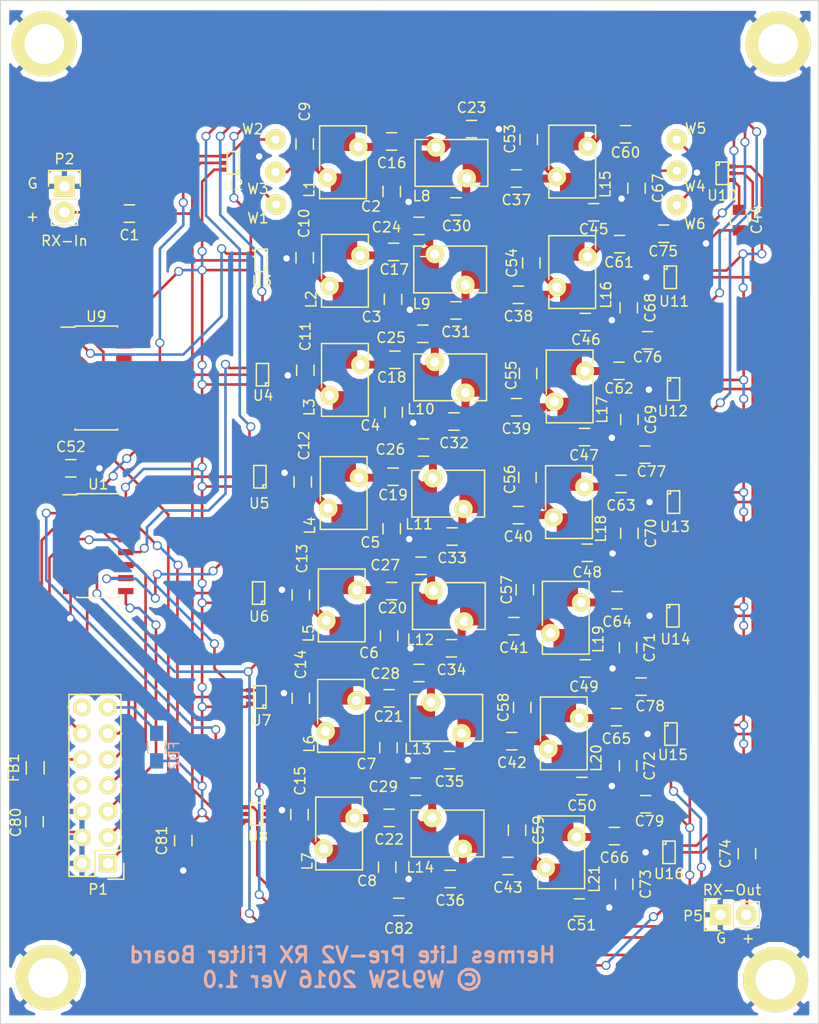
<source format=kicad_pcb>
(kicad_pcb (version 4) (host pcbnew 4.0.1-stable)
  (layers (0 F.Cu signal) (31 B.Cu signal) (34 B.Paste user) (35 F.Paste user) (36 B.SilkS user) (37 F.SilkS user) (38 B.Mask user) (39 F.Mask user) (44 Edge.Cuts user))
  (net 0 "")
  (net 1 GND)
  (net 2 "Net-(C10-Pad1)")
  (net 3 "Net-(C12-Pad1)")
  (net 4 "Net-(C13-Pad1)")
  (net 5 "Net-(C15-Pad1)")
  (net 6 "Net-(C16-Pad1)")
  (net 7 "Net-(C17-Pad1)")
  (net 8 "Net-(C18-Pad1)")
  (net 9 "Net-(C20-Pad1)")
  (net 10 "Net-(C30-Pad1)")
  (net 11 "Net-(C35-Pad1)")
  (net 12 "Net-(C43-Pad1)")
  (net 13 "Net-(C52-Pad1)")
  (net 14 "Net-(C53-Pad1)")
  (net 15 "Net-(C54-Pad1)")
  (net 16 "Net-(C55-Pad1)")
  (net 17 "Net-(C56-Pad1)")
  (net 18 "Net-(C57-Pad1)")
  (net 19 "Net-(C58-Pad1)")
  (net 20 "Net-(C65-Pad1)")
  (net 21 "Net-(C66-Pad1)")
  (net 22 "Net-(C77-Pad2)")
  (net 23 "Net-(C1-Pad1)")
  (net 24 "Net-(C1-Pad2)")
  (net 25 "Net-(C2-Pad1)")
  (net 26 "Net-(C10-Pad2)")
  (net 27 "Net-(C11-Pad2)")
  (net 28 "Net-(C12-Pad2)")
  (net 29 "Net-(C13-Pad2)")
  (net 30 "Net-(C14-Pad2)")
  (net 31 "Net-(C15-Pad2)")
  (net 32 "Net-(C16-Pad2)")
  (net 33 "Net-(C11-Pad1)")
  (net 34 "Net-(C14-Pad1)")
  (net 35 "Net-(C19-Pad1)")
  (net 36 "Net-(C21-Pad1)")
  (net 37 "Net-(C22-Pad1)")
  (net 38 "Net-(C31-Pad1)")
  (net 39 "Net-(C32-Pad1)")
  (net 40 "Net-(C33-Pad1)")
  (net 41 "Net-(C34-Pad1)")
  (net 42 "Net-(C36-Pad1)")
  (net 43 "Net-(C37-Pad1)")
  (net 44 "Net-(C38-Pad1)")
  (net 45 "Net-(C39-Pad1)")
  (net 46 "Net-(C40-Pad1)")
  (net 47 "Net-(C41-Pad1)")
  (net 48 "Net-(C42-Pad1)")
  (net 49 "Net-(C44-Pad2)")
  (net 50 "Net-(C59-Pad1)")
  (net 51 "Net-(C60-Pad1)")
  (net 52 "Net-(C61-Pad1)")
  (net 53 "Net-(C62-Pad1)")
  (net 54 "Net-(C63-Pad1)")
  (net 55 "Net-(C64-Pad1)")
  (net 56 "Net-(C74-Pad1)")
  (net 57 "Net-(C74-Pad2)")
  (net 58 "Net-(C75-Pad2)")
  (net 59 "Net-(C76-Pad2)")
  (net 60 "Net-(C78-Pad2)")
  (net 61 "Net-(C79-Pad2)")
  (net 62 "Net-(C81-Pad2)")
  (net 63 "Net-(C82-Pad2)")
  (net 64 "Net-(P1-Pad12)")
  (net 65 "Net-(P1-Pad11)")
  (net 66 "Net-(P1-Pad9)")
  (net 67 "Net-(P1-Pad5)")
  (net 68 "Net-(P1-Pad7)")
  (net 69 "Net-(P1-Pad1)")
  (net 70 "Net-(P1-Pad3)")
  (net 71 "Net-(U9-Pad4)")
  (net 72 "Net-(U9-Pad5)")
  (net 73 "Net-(U9-Pad6)")
  (net 74 "Net-(U9-Pad7)")
  (net 75 "Net-(U9-Pad9)")
  (net 76 "Net-(U9-Pad10)")
  (net 77 "Net-(U9-Pad11)")
  (net 78 "Net-(U9-Pad12)")
  (net 79 "Net-(U9-Pad14)")
  (net 80 "Net-(U9-Pad15)")
  (net 81 "Net-(FB1-Pad1)")
  (net 82 "Net-(FB2-Pad1)")
  (net 83 "Net-(P1-Pad8)")
  (net 84 "Net-(P1-Pad14)")
  (net 85 "Net-(U2-Pad1)")
  (net 86 "Net-(U2-Pad3)")
  (net 87 "Net-(U3-Pad3)")
  (net 88 "Net-(U4-Pad3)")
  (net 89 "Net-(U5-Pad3)")
  (net 90 "Net-(U6-Pad3)")
  (net 91 "Net-(U7-Pad3)")
  (net 92 "Net-(U8-Pad3)")
  (net 93 "Net-(U10-Pad1)")
  (net 94 "Net-(U10-Pad3)")
  (net 95 "Net-(U11-Pad3)")
  (net 96 "Net-(U12-Pad3)")
  (net 97 "Net-(U13-Pad3)")
  (net 98 "Net-(U14-Pad3)")
  (net 99 "Net-(U15-Pad3)")
  (net 100 "Net-(U16-Pad3)")
  (module HERMESLITE:MH (layer F.Cu) (at 185.6105 44.958)
    (fp_text reference MH hide)
    (fp_text value VAL** hide)
    (pad mh3 thru_hole circle (at 0 0) (size 6.35 6.35) (drill 3.9) (layers *.Cu *.Mask F.SilkS) (net 1 GND))
  )
  (module HERMESLITE:MH (layer F.Cu) (at 113.8555 44.958)
    (fp_text reference MH hide)
    (fp_text value VAL** hide)
    (pad mh4 thru_hole circle (at 0 0) (size 6.35 6.35) (drill 3.9) (layers *.Cu *.Mask F.SilkS) (net 1 GND))
  )
  (module HERMESLITE:MH (layer F.Cu) (at 114.2365 136.2075)
    (fp_text reference MH hide)
    (fp_text value VAL** hide)
    (pad mh1 thru_hole circle (at 0 0) (size 6.35 6.35) (drill 3.9) (layers *.Cu *.Mask F.SilkS) (net 1 GND))
  )
  (module HERMESLITE:MH (layer F.Cu) (at 185.3565 136.398)
    (fp_text reference MH hide)
    (fp_text value VAL** hide)
    (pad mh2 thru_hole circle (at 0 0) (size 6.35 6.35) (drill 3.9) (layers *.Cu *.Mask F.SilkS) (net 1 GND))
  )
  (module HERMESLITE:C_0805 (layer F.Cu) (at 122.174 61.5315 180)
    (fp_text reference C1 (at 0 -2.1 180) (layer F.SilkS))
    (fp_text value 0.1uF hide)
    (pad 1 smd rect (at -1 0 180) (size 1 1.25) (layers F.Cu F.Paste F.Mask) (net 23 "Net-(C1-Pad1)"))
    (pad 2 smd rect (at 1 0 180) (size 1 1.25) (layers F.Cu F.Paste F.Mask) (net 24 "Net-(C1-Pad2)"))
  )
  (module HERMESLITE:C_0805 (layer F.Cu) (at 147.828 59.3725 270)
    (fp_text reference C2 (at 1.4605 2.032 360) (layer F.SilkS))
    (fp_text value DNI hide)
    (pad 1 smd rect (at -1 0 270) (size 1 1.25) (layers F.Cu F.Paste F.Mask) (net 25 "Net-(C2-Pad1)"))
    (pad 2 smd rect (at 1 0 270) (size 1 1.25) (layers F.Cu F.Paste F.Mask) (net 1 GND))
  )
  (module HERMESLITE:C_0805 (layer F.Cu) (at 147.955 69.9135 270)
    (fp_text reference C3 (at 1.7145 2.0955 360) (layer F.SilkS))
    (fp_text value DNI hide)
    (pad 1 smd rect (at -1 0 270) (size 1 1.25) (layers F.Cu F.Paste F.Mask) (net 26 "Net-(C10-Pad2)"))
    (pad 2 smd rect (at 1 0 270) (size 1 1.25) (layers F.Cu F.Paste F.Mask) (net 1 GND))
  )
  (module HERMESLITE:C_0805 (layer F.Cu) (at 148.0185 80.9625 270)
    (fp_text reference C4 (at 1.27 2.286 360) (layer F.SilkS))
    (fp_text value DNI hide)
    (pad 1 smd rect (at -1 0 270) (size 1 1.25) (layers F.Cu F.Paste F.Mask) (net 27 "Net-(C11-Pad2)"))
    (pad 2 smd rect (at 1 0 270) (size 1 1.25) (layers F.Cu F.Paste F.Mask) (net 1 GND))
  )
  (module HERMESLITE:C_0805 (layer F.Cu) (at 147.828 92.329 270)
    (fp_text reference C5 (at 1.3335 2.0955 360) (layer F.SilkS))
    (fp_text value DNI hide)
    (pad 1 smd rect (at -1 0 270) (size 1 1.25) (layers F.Cu F.Paste F.Mask) (net 28 "Net-(C12-Pad2)"))
    (pad 2 smd rect (at 1 0 270) (size 1 1.25) (layers F.Cu F.Paste F.Mask) (net 1 GND))
  )
  (module HERMESLITE:C_0805 (layer F.Cu) (at 147.574 102.8065 270)
    (fp_text reference C6 (at 1.651 1.9685 360) (layer F.SilkS))
    (fp_text value DNI hide)
    (pad 1 smd rect (at -1 0 270) (size 1 1.25) (layers F.Cu F.Paste F.Mask) (net 29 "Net-(C13-Pad2)"))
    (pad 2 smd rect (at 1 0 270) (size 1 1.25) (layers F.Cu F.Paste F.Mask) (net 1 GND))
  )
  (module HERMESLITE:C_0805 (layer F.Cu) (at 147.5105 113.7285 270)
    (fp_text reference C7 (at 1.5875 2.159 360) (layer F.SilkS))
    (fp_text value DNI hide)
    (pad 1 smd rect (at -1 0 270) (size 1 1.25) (layers F.Cu F.Paste F.Mask) (net 30 "Net-(C14-Pad2)"))
    (pad 2 smd rect (at 1 0 270) (size 1 1.25) (layers F.Cu F.Paste F.Mask) (net 1 GND))
  )
  (module HERMESLITE:C_0805 (layer F.Cu) (at 147.3835 125.4125 270)
    (fp_text reference C8 (at 1.3335 1.9685 360) (layer F.SilkS))
    (fp_text value DNI hide)
    (pad 1 smd rect (at -1 0 270) (size 1 1.25) (layers F.Cu F.Paste F.Mask) (net 31 "Net-(C15-Pad2)"))
    (pad 2 smd rect (at 1 0 270) (size 1 1.25) (layers F.Cu F.Paste F.Mask) (net 1 GND))
  )
  (module HERMESLITE:C_0805 (layer F.Cu) (at 139.319 54.737 270)
    (fp_text reference C9 (at -3.175 0 270) (layer F.SilkS))
    (fp_text value DNI hide)
    (pad 1 smd rect (at -1 0 270) (size 1 1.25) (layers F.Cu F.Paste F.Mask) (net 32 "Net-(C16-Pad2)"))
    (pad 2 smd rect (at 1 0 270) (size 1 1.25) (layers F.Cu F.Paste F.Mask) (net 25 "Net-(C2-Pad1)"))
  )
  (module HERMESLITE:C_0805 (layer F.Cu) (at 139.319 65.8495 270)
    (fp_text reference C10 (at -3.3655 0.0635 270) (layer F.SilkS))
    (fp_text value DNI hide)
    (pad 1 smd rect (at -1 0 270) (size 1 1.25) (layers F.Cu F.Paste F.Mask) (net 2 "Net-(C10-Pad1)"))
    (pad 2 smd rect (at 1 0 270) (size 1 1.25) (layers F.Cu F.Paste F.Mask) (net 26 "Net-(C10-Pad2)"))
  )
  (module HERMESLITE:C_0805 (layer F.Cu) (at 139.3825 76.835 270)
    (fp_text reference C11 (at -3.302 0 270) (layer F.SilkS))
    (fp_text value DNI hide)
    (pad 1 smd rect (at -1 0 270) (size 1 1.25) (layers F.Cu F.Paste F.Mask) (net 33 "Net-(C11-Pad1)"))
    (pad 2 smd rect (at 1 0 270) (size 1 1.25) (layers F.Cu F.Paste F.Mask) (net 27 "Net-(C11-Pad2)"))
  )
  (module HERMESLITE:C_0805 (layer F.Cu) (at 139.1285 87.757 270)
    (fp_text reference C12 (at -3.556 -0.127 270) (layer F.SilkS))
    (fp_text value DNI hide)
    (pad 1 smd rect (at -1 0 270) (size 1 1.25) (layers F.Cu F.Paste F.Mask) (net 3 "Net-(C12-Pad1)"))
    (pad 2 smd rect (at 1 0 270) (size 1 1.25) (layers F.Cu F.Paste F.Mask) (net 28 "Net-(C12-Pad2)"))
  )
  (module HERMESLITE:C_0805 (layer F.Cu) (at 138.938 98.806 270)
    (fp_text reference C13 (at -3.556 -0.127 270) (layer F.SilkS))
    (fp_text value DNI hide)
    (pad 1 smd rect (at -1 0 270) (size 1 1.25) (layers F.Cu F.Paste F.Mask) (net 4 "Net-(C13-Pad1)"))
    (pad 2 smd rect (at 1 0 270) (size 1 1.25) (layers F.Cu F.Paste F.Mask) (net 29 "Net-(C13-Pad2)"))
  )
  (module HERMESLITE:C_0805 (layer F.Cu) (at 138.938 108.9025 270)
    (fp_text reference C14 (at -3.302 0 270) (layer F.SilkS))
    (fp_text value DNI hide)
    (pad 1 smd rect (at -1 0 270) (size 1 1.25) (layers F.Cu F.Paste F.Mask) (net 34 "Net-(C14-Pad1)"))
    (pad 2 smd rect (at 1 0 270) (size 1 1.25) (layers F.Cu F.Paste F.Mask) (net 30 "Net-(C14-Pad2)"))
  )
  (module HERMESLITE:C_0805 (layer F.Cu) (at 138.811 120.269 270)
    (fp_text reference C15 (at -3.302 -0.0635 270) (layer F.SilkS))
    (fp_text value DNI hide)
    (pad 1 smd rect (at -1 0 270) (size 1 1.25) (layers F.Cu F.Paste F.Mask) (net 5 "Net-(C15-Pad1)"))
    (pad 2 smd rect (at 1 0 270) (size 1 1.25) (layers F.Cu F.Paste F.Mask) (net 31 "Net-(C15-Pad2)"))
  )
  (module HERMESLITE:C_0805 (layer F.Cu) (at 147.828 54.483 180)
    (fp_text reference C16 (at 0 -2.1 180) (layer F.SilkS))
    (fp_text value 68pF hide)
    (pad 1 smd rect (at -1 0 180) (size 1 1.25) (layers F.Cu F.Paste F.Mask) (net 6 "Net-(C16-Pad1)"))
    (pad 2 smd rect (at 1 0 180) (size 1 1.25) (layers F.Cu F.Paste F.Mask) (net 32 "Net-(C16-Pad2)"))
  )
  (module HERMESLITE:C_0805 (layer F.Cu) (at 148.0185 65.278 180)
    (fp_text reference C17 (at -0.0635 -1.7145 180) (layer F.SilkS))
    (fp_text value DNI hide)
    (pad 1 smd rect (at -1 0 180) (size 1 1.25) (layers F.Cu F.Paste F.Mask) (net 7 "Net-(C17-Pad1)"))
    (pad 2 smd rect (at 1 0 180) (size 1 1.25) (layers F.Cu F.Paste F.Mask) (net 2 "Net-(C10-Pad1)"))
  )
  (module HERMESLITE:C_0805 (layer F.Cu) (at 148.1455 75.819 180)
    (fp_text reference C18 (at 0.3175 -1.7145 180) (layer F.SilkS))
    (fp_text value 120pF hide)
    (pad 1 smd rect (at -1 0 180) (size 1 1.25) (layers F.Cu F.Paste F.Mask) (net 8 "Net-(C18-Pad1)"))
    (pad 2 smd rect (at 1 0 180) (size 1 1.25) (layers F.Cu F.Paste F.Mask) (net 33 "Net-(C11-Pad1)"))
  )
  (module HERMESLITE:C_0805 (layer F.Cu) (at 147.955 87.249 180)
    (fp_text reference C19 (at 0 -1.778 180) (layer F.SilkS))
    (fp_text value 180pF hide)
    (pad 1 smd rect (at -1 0 180) (size 1 1.25) (layers F.Cu F.Paste F.Mask) (net 35 "Net-(C19-Pad1)"))
    (pad 2 smd rect (at 1 0 180) (size 1 1.25) (layers F.Cu F.Paste F.Mask) (net 3 "Net-(C12-Pad1)"))
  )
  (module HERMESLITE:C_0805 (layer F.Cu) (at 147.828 98.425 180)
    (fp_text reference C20 (at -0.0635 -1.651 180) (layer F.SilkS))
    (fp_text value 330pF hide)
    (pad 1 smd rect (at -1 0 180) (size 1 1.25) (layers F.Cu F.Paste F.Mask) (net 9 "Net-(C20-Pad1)"))
    (pad 2 smd rect (at 1 0 180) (size 1 1.25) (layers F.Cu F.Paste F.Mask) (net 4 "Net-(C13-Pad1)"))
  )
  (module HERMESLITE:C_0805 (layer F.Cu) (at 147.574 108.9025 180)
    (fp_text reference C21 (at 0.0635 -1.778 180) (layer F.SilkS))
    (fp_text value 560pF hide)
    (pad 1 smd rect (at -1 0 180) (size 1 1.25) (layers F.Cu F.Paste F.Mask) (net 36 "Net-(C21-Pad1)"))
    (pad 2 smd rect (at 1 0 180) (size 1 1.25) (layers F.Cu F.Paste F.Mask) (net 34 "Net-(C14-Pad1)"))
  )
  (module HERMESLITE:C_0805 (layer F.Cu) (at 147.574 120.5865 180)
    (fp_text reference C22 (at 0 -2.1 180) (layer F.SilkS))
    (fp_text value 1000pF hide)
    (pad 1 smd rect (at -1 0 180) (size 1 1.25) (layers F.Cu F.Paste F.Mask) (net 37 "Net-(C22-Pad1)"))
    (pad 2 smd rect (at 1 0 180) (size 1 1.25) (layers F.Cu F.Paste F.Mask) (net 5 "Net-(C15-Pad1)"))
  )
  (module HERMESLITE:C_0805 (layer F.Cu) (at 155.6385 53.2765)
    (fp_text reference C23 (at 0 -2.1) (layer F.SilkS))
    (fp_text value 120pF hide)
    (pad 1 smd rect (at -1 0) (size 1 1.25) (layers F.Cu F.Paste F.Mask) (net 6 "Net-(C16-Pad1)"))
    (pad 2 smd rect (at 1 0) (size 1 1.25) (layers F.Cu F.Paste F.Mask) (net 1 GND))
  )
  (module HERMESLITE:C_0805 (layer F.Cu) (at 150.495 62.738 180)
    (fp_text reference C24 (at 3.175 -0.127 180) (layer F.SilkS))
    (fp_text value DNI hide)
    (pad 1 smd rect (at -1 0 180) (size 1 1.25) (layers F.Cu F.Paste F.Mask) (net 7 "Net-(C17-Pad1)"))
    (pad 2 smd rect (at 1 0 180) (size 1 1.25) (layers F.Cu F.Paste F.Mask) (net 1 GND))
  )
  (module HERMESLITE:C_0805 (layer F.Cu) (at 150.876 73.279 180)
    (fp_text reference C25 (at 3.1115 -0.381 180) (layer F.SilkS))
    (fp_text value 180pF hide)
    (pad 1 smd rect (at -1 0 180) (size 1 1.25) (layers F.Cu F.Paste F.Mask) (net 8 "Net-(C18-Pad1)"))
    (pad 2 smd rect (at 1 0 180) (size 1 1.25) (layers F.Cu F.Paste F.Mask) (net 1 GND))
  )
  (module HERMESLITE:C_0805 (layer F.Cu) (at 150.9395 84.3915 180)
    (fp_text reference C26 (at 3.2385 -0.1905 180) (layer F.SilkS))
    (fp_text value 330pF hide)
    (pad 1 smd rect (at -1 0 180) (size 1 1.25) (layers F.Cu F.Paste F.Mask) (net 35 "Net-(C19-Pad1)"))
    (pad 2 smd rect (at 1 0 180) (size 1 1.25) (layers F.Cu F.Paste F.Mask) (net 1 GND))
  )
  (module HERMESLITE:C_0805 (layer F.Cu) (at 150.6855 95.9485 180)
    (fp_text reference C27 (at 3.4925 0.0635 180) (layer F.SilkS))
    (fp_text value 560pF hide)
    (pad 1 smd rect (at -1 0 180) (size 1 1.25) (layers F.Cu F.Paste F.Mask) (net 9 "Net-(C20-Pad1)"))
    (pad 2 smd rect (at 1 0 180) (size 1 1.25) (layers F.Cu F.Paste F.Mask) (net 1 GND))
  )
  (module HERMESLITE:C_0805 (layer F.Cu) (at 150.495 106.426 180)
    (fp_text reference C28 (at 3.302 -0.0635 180) (layer F.SilkS))
    (fp_text value 1200pF hide)
    (pad 1 smd rect (at -1 0 180) (size 1 1.25) (layers F.Cu F.Paste F.Mask) (net 36 "Net-(C21-Pad1)"))
    (pad 2 smd rect (at 1 0 180) (size 1 1.25) (layers F.Cu F.Paste F.Mask) (net 1 GND))
  )
  (module HERMESLITE:C_0805 (layer F.Cu) (at 150.1775 117.5385 180)
    (fp_text reference C29 (at 3.175 0 180) (layer F.SilkS))
    (fp_text value 1500pF hide)
    (pad 1 smd rect (at -1 0 180) (size 1 1.25) (layers F.Cu F.Paste F.Mask) (net 37 "Net-(C22-Pad1)"))
    (pad 2 smd rect (at 1 0 180) (size 1 1.25) (layers F.Cu F.Paste F.Mask) (net 1 GND))
  )
  (module HERMESLITE:C_0805 (layer F.Cu) (at 154.1145 60.833 180)
    (fp_text reference C30 (at -0.0635 -1.905 180) (layer F.SilkS))
    (fp_text value DNI hide)
    (pad 1 smd rect (at -1 0 180) (size 1 1.25) (layers F.Cu F.Paste F.Mask) (net 10 "Net-(C30-Pad1)"))
    (pad 2 smd rect (at 1 0 180) (size 1 1.25) (layers F.Cu F.Paste F.Mask) (net 6 "Net-(C16-Pad1)"))
  )
  (module HERMESLITE:C_0805 (layer F.Cu) (at 154.1145 70.993 180)
    (fp_text reference C31 (at 0 -2.1 180) (layer F.SilkS))
    (fp_text value DNI hide)
    (pad 1 smd rect (at -1 0 180) (size 1 1.25) (layers F.Cu F.Paste F.Mask) (net 38 "Net-(C31-Pad1)"))
    (pad 2 smd rect (at 1 0 180) (size 1 1.25) (layers F.Cu F.Paste F.Mask) (net 7 "Net-(C17-Pad1)"))
  )
  (module HERMESLITE:C_0805 (layer F.Cu) (at 153.924 81.8515 180)
    (fp_text reference C32 (at 0 -2.1 180) (layer F.SilkS))
    (fp_text value DNI hide)
    (pad 1 smd rect (at -1 0 180) (size 1 1.25) (layers F.Cu F.Paste F.Mask) (net 39 "Net-(C32-Pad1)"))
    (pad 2 smd rect (at 1 0 180) (size 1 1.25) (layers F.Cu F.Paste F.Mask) (net 8 "Net-(C18-Pad1)"))
  )
  (module HERMESLITE:C_0805 (layer F.Cu) (at 153.7335 93.091 180)
    (fp_text reference C33 (at 0 -2.1 180) (layer F.SilkS))
    (fp_text value DNI hide)
    (pad 1 smd rect (at -1 0 180) (size 1 1.25) (layers F.Cu F.Paste F.Mask) (net 40 "Net-(C33-Pad1)"))
    (pad 2 smd rect (at 1 0 180) (size 1 1.25) (layers F.Cu F.Paste F.Mask) (net 35 "Net-(C19-Pad1)"))
  )
  (module HERMESLITE:C_0805 (layer F.Cu) (at 153.67 104.013 180)
    (fp_text reference C34 (at 0 -2.1 180) (layer F.SilkS))
    (fp_text value DNI hide)
    (pad 1 smd rect (at -1 0 180) (size 1 1.25) (layers F.Cu F.Paste F.Mask) (net 41 "Net-(C34-Pad1)"))
    (pad 2 smd rect (at 1 0 180) (size 1 1.25) (layers F.Cu F.Paste F.Mask) (net 9 "Net-(C20-Pad1)"))
  )
  (module HERMESLITE:C_0805 (layer F.Cu) (at 153.4795 114.935 180)
    (fp_text reference C35 (at 0 -2.1 180) (layer F.SilkS))
    (fp_text value DNI hide)
    (pad 1 smd rect (at -1 0 180) (size 1 1.25) (layers F.Cu F.Paste F.Mask) (net 11 "Net-(C35-Pad1)"))
    (pad 2 smd rect (at 1 0 180) (size 1 1.25) (layers F.Cu F.Paste F.Mask) (net 36 "Net-(C21-Pad1)"))
  )
  (module HERMESLITE:C_0805 (layer F.Cu) (at 153.543 126.5555 180)
    (fp_text reference C36 (at 0 -2.1 180) (layer F.SilkS))
    (fp_text value DNI hide)
    (pad 1 smd rect (at -1 0 180) (size 1 1.25) (layers F.Cu F.Paste F.Mask) (net 42 "Net-(C36-Pad1)"))
    (pad 2 smd rect (at 1 0 180) (size 1 1.25) (layers F.Cu F.Paste F.Mask) (net 37 "Net-(C22-Pad1)"))
  )
  (module HERMESLITE:C_0805 (layer F.Cu) (at 160.02 58.1025 180)
    (fp_text reference C37 (at 0 -2.1 180) (layer F.SilkS))
    (fp_text value 120pF hide)
    (pad 1 smd rect (at -1 0 180) (size 1 1.25) (layers F.Cu F.Paste F.Mask) (net 43 "Net-(C37-Pad1)"))
    (pad 2 smd rect (at 1 0 180) (size 1 1.25) (layers F.Cu F.Paste F.Mask) (net 10 "Net-(C30-Pad1)"))
  )
  (module HERMESLITE:C_0805 (layer F.Cu) (at 160.2105 69.469 180)
    (fp_text reference C38 (at 0 -2.1 180) (layer F.SilkS))
    (fp_text value DNI hide)
    (pad 1 smd rect (at -1 0 180) (size 1 1.25) (layers F.Cu F.Paste F.Mask) (net 44 "Net-(C38-Pad1)"))
    (pad 2 smd rect (at 1 0 180) (size 1 1.25) (layers F.Cu F.Paste F.Mask) (net 38 "Net-(C31-Pad1)"))
  )
  (module HERMESLITE:C_0805 (layer F.Cu) (at 160.02 80.4545 180)
    (fp_text reference C39 (at 0 -2.1 180) (layer F.SilkS))
    (fp_text value 270pF hide)
    (pad 1 smd rect (at -1 0 180) (size 1 1.25) (layers F.Cu F.Paste F.Mask) (net 45 "Net-(C39-Pad1)"))
    (pad 2 smd rect (at 1 0 180) (size 1 1.25) (layers F.Cu F.Paste F.Mask) (net 39 "Net-(C32-Pad1)"))
  )
  (module HERMESLITE:C_0805 (layer F.Cu) (at 160.2105 90.9955 180)
    (fp_text reference C40 (at 0 -2.1 180) (layer F.SilkS))
    (fp_text value 270pF hide)
    (pad 1 smd rect (at -1 0 180) (size 1 1.25) (layers F.Cu F.Paste F.Mask) (net 46 "Net-(C40-Pad1)"))
    (pad 2 smd rect (at 1 0 180) (size 1 1.25) (layers F.Cu F.Paste F.Mask) (net 40 "Net-(C33-Pad1)"))
  )
  (module HERMESLITE:C_0805 (layer F.Cu) (at 159.766 101.854 180)
    (fp_text reference C41 (at 0 -2.1 180) (layer F.SilkS))
    (fp_text value 680pF hide)
    (pad 1 smd rect (at -1 0 180) (size 1 1.25) (layers F.Cu F.Paste F.Mask) (net 47 "Net-(C41-Pad1)"))
    (pad 2 smd rect (at 1 0 180) (size 1 1.25) (layers F.Cu F.Paste F.Mask) (net 41 "Net-(C34-Pad1)"))
  )
  (module HERMESLITE:C_0805 (layer F.Cu) (at 159.5755 113.0935 180)
    (fp_text reference C42 (at 0 -2.1 180) (layer F.SilkS))
    (fp_text value 1200pF hide)
    (pad 1 smd rect (at -1 0 180) (size 1 1.25) (layers F.Cu F.Paste F.Mask) (net 48 "Net-(C42-Pad1)"))
    (pad 2 smd rect (at 1 0 180) (size 1 1.25) (layers F.Cu F.Paste F.Mask) (net 11 "Net-(C35-Pad1)"))
  )
  (module HERMESLITE:C_0805 (layer F.Cu) (at 159.1945 125.2855 180)
    (fp_text reference C43 (at 0 -2.1 180) (layer F.SilkS))
    (fp_text value 1500pF hide)
    (pad 1 smd rect (at -1 0 180) (size 1 1.25) (layers F.Cu F.Paste F.Mask) (net 12 "Net-(C43-Pad1)"))
    (pad 2 smd rect (at 1 0 180) (size 1 1.25) (layers F.Cu F.Paste F.Mask) (net 42 "Net-(C36-Pad1)"))
  )
  (module HERMESLITE:C_0805 (layer F.Cu) (at 181.8005 62.1665 90)
    (fp_text reference C44 (at 0.0635 1.7145 90) (layer F.SilkS))
    (fp_text value 0.01uF hide)
    (pad 1 smd rect (at -1 0 90) (size 1 1.25) (layers F.Cu F.Paste F.Mask) (net 1 GND))
    (pad 2 smd rect (at 1 0 90) (size 1 1.25) (layers F.Cu F.Paste F.Mask) (net 49 "Net-(C44-Pad2)"))
  )
  (module HERMESLITE:C_0805 (layer F.Cu) (at 167.5765 61.4045)
    (fp_text reference C45 (at 0 1.651) (layer F.SilkS))
    (fp_text value 120pF hide)
    (pad 1 smd rect (at -1 0) (size 1 1.25) (layers F.Cu F.Paste F.Mask) (net 43 "Net-(C37-Pad1)"))
    (pad 2 smd rect (at 1 0) (size 1 1.25) (layers F.Cu F.Paste F.Mask) (net 1 GND))
  )
  (module HERMESLITE:C_0805 (layer F.Cu) (at 166.751 72.136)
    (fp_text reference C46 (at 0.0635 1.7145) (layer F.SilkS))
    (fp_text value DNI hide)
    (pad 1 smd rect (at -1 0) (size 1 1.25) (layers F.Cu F.Paste F.Mask) (net 44 "Net-(C38-Pad1)"))
    (pad 2 smd rect (at 1 0) (size 1 1.25) (layers F.Cu F.Paste F.Mask) (net 1 GND))
  )
  (module HERMESLITE:C_0805 (layer F.Cu) (at 166.6875 83.3755)
    (fp_text reference C47 (at -0.0635 1.778) (layer F.SilkS))
    (fp_text value 180pF hide)
    (pad 1 smd rect (at -1 0) (size 1 1.25) (layers F.Cu F.Paste F.Mask) (net 45 "Net-(C39-Pad1)"))
    (pad 2 smd rect (at 1 0) (size 1 1.25) (layers F.Cu F.Paste F.Mask) (net 1 GND))
  )
  (module HERMESLITE:C_0805 (layer F.Cu) (at 166.9415 94.6785)
    (fp_text reference C48 (at 0 1.905) (layer F.SilkS))
    (fp_text value 330pF hide)
    (pad 1 smd rect (at -1 0) (size 1 1.25) (layers F.Cu F.Paste F.Mask) (net 46 "Net-(C40-Pad1)"))
    (pad 2 smd rect (at 1 0) (size 1 1.25) (layers F.Cu F.Paste F.Mask) (net 1 GND))
  )
  (module HERMESLITE:C_0805 (layer F.Cu) (at 166.751 105.9815)
    (fp_text reference C49 (at -0.127 1.778) (layer F.SilkS))
    (fp_text value 560pF hide)
    (pad 1 smd rect (at -1 0) (size 1 1.25) (layers F.Cu F.Paste F.Mask) (net 47 "Net-(C41-Pad1)"))
    (pad 2 smd rect (at 1 0) (size 1 1.25) (layers F.Cu F.Paste F.Mask) (net 1 GND))
  )
  (module HERMESLITE:C_0805 (layer F.Cu) (at 166.4335 117.475)
    (fp_text reference C50 (at 0 1.905) (layer F.SilkS))
    (fp_text value 1200pF hide)
    (pad 1 smd rect (at -1 0) (size 1 1.25) (layers F.Cu F.Paste F.Mask) (net 48 "Net-(C42-Pad1)"))
    (pad 2 smd rect (at 1 0) (size 1 1.25) (layers F.Cu F.Paste F.Mask) (net 1 GND))
  )
  (module HERMESLITE:C_0805 (layer F.Cu) (at 166.1795 129.3495)
    (fp_text reference C51 (at 0.1905 1.7145) (layer F.SilkS))
    (fp_text value 1500pF hide)
    (pad 1 smd rect (at -1 0) (size 1 1.25) (layers F.Cu F.Paste F.Mask) (net 12 "Net-(C43-Pad1)"))
    (pad 2 smd rect (at 1 0) (size 1 1.25) (layers F.Cu F.Paste F.Mask) (net 1 GND))
  )
  (module HERMESLITE:C_0805 (layer F.Cu) (at 116.459 86.4235)
    (fp_text reference C52 (at 0 -2.1) (layer F.SilkS))
    (fp_text value 0.1uF hide)
    (pad 1 smd rect (at -1 0) (size 1 1.25) (layers F.Cu F.Paste F.Mask) (net 13 "Net-(C52-Pad1)"))
    (pad 2 smd rect (at 1 0) (size 1 1.25) (layers F.Cu F.Paste F.Mask) (net 1 GND))
  )
  (module HERMESLITE:C_0805 (layer F.Cu) (at 161.2265 54.2925 270)
    (fp_text reference C53 (at -0.0635 1.8415 270) (layer F.SilkS))
    (fp_text value DNI hide)
    (pad 1 smd rect (at -1 0 270) (size 1 1.25) (layers F.Cu F.Paste F.Mask) (net 14 "Net-(C53-Pad1)"))
    (pad 2 smd rect (at 1 0 270) (size 1 1.25) (layers F.Cu F.Paste F.Mask) (net 43 "Net-(C37-Pad1)"))
  )
  (module HERMESLITE:C_0805 (layer F.Cu) (at 161.4805 66.3575 270)
    (fp_text reference C54 (at 0 1.905 270) (layer F.SilkS))
    (fp_text value DNI hide)
    (pad 1 smd rect (at -1 0 270) (size 1 1.25) (layers F.Cu F.Paste F.Mask) (net 15 "Net-(C54-Pad1)"))
    (pad 2 smd rect (at 1 0 270) (size 1 1.25) (layers F.Cu F.Paste F.Mask) (net 44 "Net-(C38-Pad1)"))
  )
  (module HERMESLITE:C_0805 (layer F.Cu) (at 161.163 77.1525 270)
    (fp_text reference C55 (at 0.1905 1.651 270) (layer F.SilkS))
    (fp_text value DNI hide)
    (pad 1 smd rect (at -1 0 270) (size 1 1.25) (layers F.Cu F.Paste F.Mask) (net 16 "Net-(C55-Pad1)"))
    (pad 2 smd rect (at 1 0 270) (size 1 1.25) (layers F.Cu F.Paste F.Mask) (net 45 "Net-(C39-Pad1)"))
  )
  (module HERMESLITE:C_0805 (layer F.Cu) (at 161.0995 87.3125 270)
    (fp_text reference C56 (at 0.1905 1.7145 270) (layer F.SilkS))
    (fp_text value DNI hide)
    (pad 1 smd rect (at -1 0 270) (size 1 1.25) (layers F.Cu F.Paste F.Mask) (net 17 "Net-(C56-Pad1)"))
    (pad 2 smd rect (at 1 0 270) (size 1 1.25) (layers F.Cu F.Paste F.Mask) (net 46 "Net-(C40-Pad1)"))
  )
  (module HERMESLITE:C_0805 (layer F.Cu) (at 160.8455 98.298 270)
    (fp_text reference C57 (at 0 1.778 270) (layer F.SilkS))
    (fp_text value DNI hide)
    (pad 1 smd rect (at -1 0 270) (size 1 1.25) (layers F.Cu F.Paste F.Mask) (net 18 "Net-(C57-Pad1)"))
    (pad 2 smd rect (at 1 0 270) (size 1 1.25) (layers F.Cu F.Paste F.Mask) (net 47 "Net-(C41-Pad1)"))
  )
  (module HERMESLITE:C_0805 (layer F.Cu) (at 160.5915 109.7915 270)
    (fp_text reference C58 (at 0 1.8415 270) (layer F.SilkS))
    (fp_text value DNI hide)
    (pad 1 smd rect (at -1 0 270) (size 1 1.25) (layers F.Cu F.Paste F.Mask) (net 19 "Net-(C58-Pad1)"))
    (pad 2 smd rect (at 1 0 270) (size 1 1.25) (layers F.Cu F.Paste F.Mask) (net 48 "Net-(C42-Pad1)"))
  )
  (module HERMESLITE:C_0805 (layer F.Cu) (at 160.0835 121.793 270)
    (fp_text reference C59 (at 0 -2.1 270) (layer F.SilkS))
    (fp_text value DNI hide)
    (pad 1 smd rect (at -1 0 270) (size 1 1.25) (layers F.Cu F.Paste F.Mask) (net 50 "Net-(C59-Pad1)"))
    (pad 2 smd rect (at 1 0 270) (size 1 1.25) (layers F.Cu F.Paste F.Mask) (net 12 "Net-(C43-Pad1)"))
  )
  (module HERMESLITE:C_0805 (layer F.Cu) (at 170.688 53.7845 180)
    (fp_text reference C60 (at 0 -1.778 180) (layer F.SilkS))
    (fp_text value 68pF hide)
    (pad 1 smd rect (at -1 0 180) (size 1 1.25) (layers F.Cu F.Paste F.Mask) (net 51 "Net-(C60-Pad1)"))
    (pad 2 smd rect (at 1 0 180) (size 1 1.25) (layers F.Cu F.Paste F.Mask) (net 14 "Net-(C53-Pad1)"))
  )
  (module HERMESLITE:C_0805 (layer F.Cu) (at 170.1165 64.516 180)
    (fp_text reference C61 (at 0.0635 -1.778 180) (layer F.SilkS))
    (fp_text value DNI hide)
    (pad 1 smd rect (at -1 0 180) (size 1 1.25) (layers F.Cu F.Paste F.Mask) (net 52 "Net-(C61-Pad1)"))
    (pad 2 smd rect (at 1 0 180) (size 1 1.25) (layers F.Cu F.Paste F.Mask) (net 15 "Net-(C54-Pad1)"))
  )
  (module HERMESLITE:C_0805 (layer F.Cu) (at 170.053 76.8985 180)
    (fp_text reference C62 (at 0 -1.7145 180) (layer F.SilkS))
    (fp_text value 120pF hide)
    (pad 1 smd rect (at -1 0 180) (size 1 1.25) (layers F.Cu F.Paste F.Mask) (net 53 "Net-(C62-Pad1)"))
    (pad 2 smd rect (at 1 0 180) (size 1 1.25) (layers F.Cu F.Paste F.Mask) (net 16 "Net-(C55-Pad1)"))
  )
  (module HERMESLITE:C_0805 (layer F.Cu) (at 170.2435 87.9475 180)
    (fp_text reference C63 (at 0 -2.1 180) (layer F.SilkS))
    (fp_text value 180pF hide)
    (pad 1 smd rect (at -1 0 180) (size 1 1.25) (layers F.Cu F.Paste F.Mask) (net 54 "Net-(C63-Pad1)"))
    (pad 2 smd rect (at 1 0 180) (size 1 1.25) (layers F.Cu F.Paste F.Mask) (net 17 "Net-(C56-Pad1)"))
  )
  (module HERMESLITE:C_0805 (layer F.Cu) (at 169.8625 99.314 180)
    (fp_text reference C64 (at 0 -2.1 180) (layer F.SilkS))
    (fp_text value 330pF hide)
    (pad 1 smd rect (at -1 0 180) (size 1 1.25) (layers F.Cu F.Paste F.Mask) (net 55 "Net-(C64-Pad1)"))
    (pad 2 smd rect (at 1 0 180) (size 1 1.25) (layers F.Cu F.Paste F.Mask) (net 18 "Net-(C57-Pad1)"))
  )
  (module HERMESLITE:C_0805 (layer F.Cu) (at 169.799 110.744 180)
    (fp_text reference C65 (at 0 -2.1 180) (layer F.SilkS))
    (fp_text value 560pF hide)
    (pad 1 smd rect (at -1 0 180) (size 1 1.25) (layers F.Cu F.Paste F.Mask) (net 20 "Net-(C65-Pad1)"))
    (pad 2 smd rect (at 1 0 180) (size 1 1.25) (layers F.Cu F.Paste F.Mask) (net 19 "Net-(C58-Pad1)"))
  )
  (module HERMESLITE:C_0805 (layer F.Cu) (at 169.6085 122.3645 180)
    (fp_text reference C66 (at 0 -2.1 180) (layer F.SilkS))
    (fp_text value 1000pF hide)
    (pad 1 smd rect (at -1 0 180) (size 1 1.25) (layers F.Cu F.Paste F.Mask) (net 21 "Net-(C66-Pad1)"))
    (pad 2 smd rect (at 1 0 180) (size 1 1.25) (layers F.Cu F.Paste F.Mask) (net 50 "Net-(C59-Pad1)"))
  )
  (module HERMESLITE:C_0805 (layer F.Cu) (at 171.7675 59.055 270)
    (fp_text reference C67 (at 0 -2.1 270) (layer F.SilkS))
    (fp_text value DNI hide)
    (pad 1 smd rect (at -1 0 270) (size 1 1.25) (layers F.Cu F.Paste F.Mask) (net 51 "Net-(C60-Pad1)"))
    (pad 2 smd rect (at 1 0 270) (size 1 1.25) (layers F.Cu F.Paste F.Mask) (net 1 GND))
  )
  (module HERMESLITE:C_0805 (layer F.Cu) (at 171.0055 70.739 270)
    (fp_text reference C68 (at 0 -2.1 270) (layer F.SilkS))
    (fp_text value DNI hide)
    (pad 1 smd rect (at -1 0 270) (size 1 1.25) (layers F.Cu F.Paste F.Mask) (net 52 "Net-(C61-Pad1)"))
    (pad 2 smd rect (at 1 0 270) (size 1 1.25) (layers F.Cu F.Paste F.Mask) (net 1 GND))
  )
  (module HERMESLITE:C_0805 (layer F.Cu) (at 171.069 81.661 270)
    (fp_text reference C69 (at 0 -2.1 270) (layer F.SilkS))
    (fp_text value DNI hide)
    (pad 1 smd rect (at -1 0 270) (size 1 1.25) (layers F.Cu F.Paste F.Mask) (net 53 "Net-(C62-Pad1)"))
    (pad 2 smd rect (at 1 0 270) (size 1 1.25) (layers F.Cu F.Paste F.Mask) (net 1 GND))
  )
  (module HERMESLITE:C_0805 (layer F.Cu) (at 171.069 92.7735 270)
    (fp_text reference C70 (at 0 -2.1 270) (layer F.SilkS))
    (fp_text value DNI hide)
    (pad 1 smd rect (at -1 0 270) (size 1 1.25) (layers F.Cu F.Paste F.Mask) (net 54 "Net-(C63-Pad1)"))
    (pad 2 smd rect (at 1 0 270) (size 1 1.25) (layers F.Cu F.Paste F.Mask) (net 1 GND))
  )
  (module HERMESLITE:C_0805 (layer F.Cu) (at 170.942 103.9495 270)
    (fp_text reference C71 (at 0 -2.1 270) (layer F.SilkS))
    (fp_text value DNI hide)
    (pad 1 smd rect (at -1 0 270) (size 1 1.25) (layers F.Cu F.Paste F.Mask) (net 55 "Net-(C64-Pad1)"))
    (pad 2 smd rect (at 1 0 270) (size 1 1.25) (layers F.Cu F.Paste F.Mask) (net 1 GND))
  )
  (module HERMESLITE:C_0805 (layer F.Cu) (at 170.942 115.5065 270)
    (fp_text reference C72 (at 0 -2.1 270) (layer F.SilkS))
    (fp_text value DNI hide)
    (pad 1 smd rect (at -1 0 270) (size 1 1.25) (layers F.Cu F.Paste F.Mask) (net 20 "Net-(C65-Pad1)"))
    (pad 2 smd rect (at 1 0 270) (size 1 1.25) (layers F.Cu F.Paste F.Mask) (net 1 GND))
  )
  (module HERMESLITE:C_0805 (layer F.Cu) (at 170.561 127.0635 270)
    (fp_text reference C73 (at 0 -2.1 270) (layer F.SilkS))
    (fp_text value DNI hide)
    (pad 1 smd rect (at -1 0 270) (size 1 1.25) (layers F.Cu F.Paste F.Mask) (net 21 "Net-(C66-Pad1)"))
    (pad 2 smd rect (at 1 0 270) (size 1 1.25) (layers F.Cu F.Paste F.Mask) (net 1 GND))
  )
  (module HERMESLITE:C_0805 (layer F.Cu) (at 182.5625 124.079 90)
    (fp_text reference C74 (at 0 -2.1 90) (layer F.SilkS))
    (fp_text value 0.1uF hide)
    (pad 1 smd rect (at -1 0 90) (size 1 1.25) (layers F.Cu F.Paste F.Mask) (net 56 "Net-(C74-Pad1)"))
    (pad 2 smd rect (at 1 0 90) (size 1 1.25) (layers F.Cu F.Paste F.Mask) (net 57 "Net-(C74-Pad2)"))
  )
  (module HERMESLITE:C_0805 (layer F.Cu) (at 174.4345 63.5)
    (fp_text reference C75 (at -0.0635 1.7145) (layer F.SilkS))
    (fp_text value 0.01uF hide)
    (pad 1 smd rect (at -1 0) (size 1 1.25) (layers F.Cu F.Paste F.Mask) (net 1 GND))
    (pad 2 smd rect (at 1 0) (size 1 1.25) (layers F.Cu F.Paste F.Mask) (net 58 "Net-(C75-Pad2)"))
  )
  (module HERMESLITE:C_0805 (layer F.Cu) (at 172.847 73.914)
    (fp_text reference C76 (at 0 1.651) (layer F.SilkS))
    (fp_text value 0.01uF hide)
    (pad 1 smd rect (at -1 0) (size 1 1.25) (layers F.Cu F.Paste F.Mask) (net 1 GND))
    (pad 2 smd rect (at 1 0) (size 1 1.25) (layers F.Cu F.Paste F.Mask) (net 59 "Net-(C76-Pad2)"))
  )
  (module HERMESLITE:C_0805 (layer F.Cu) (at 172.593 85.09)
    (fp_text reference C77 (at 0.635 1.651) (layer F.SilkS))
    (fp_text value 0.01uF hide)
    (pad 1 smd rect (at -1 0) (size 1 1.25) (layers F.Cu F.Paste F.Mask) (net 1 GND))
    (pad 2 smd rect (at 1 0) (size 1 1.25) (layers F.Cu F.Paste F.Mask) (net 22 "Net-(C77-Pad2)"))
  )
  (module HERMESLITE:C_0805 (layer F.Cu) (at 172.212 107.7595)
    (fp_text reference C78 (at 0.889 1.905) (layer F.SilkS))
    (fp_text value 0.01uF hide)
    (pad 1 smd rect (at -1 0) (size 1 1.25) (layers F.Cu F.Paste F.Mask) (net 1 GND))
    (pad 2 smd rect (at 1 0) (size 1 1.25) (layers F.Cu F.Paste F.Mask) (net 60 "Net-(C78-Pad2)"))
  )
  (module HERMESLITE:C_0805 (layer F.Cu) (at 172.6565 119.253)
    (fp_text reference C79 (at 0.381 1.651) (layer F.SilkS))
    (fp_text value 0.01uF hide)
    (pad 1 smd rect (at -1 0) (size 1 1.25) (layers F.Cu F.Paste F.Mask) (net 1 GND))
    (pad 2 smd rect (at 1 0) (size 1 1.25) (layers F.Cu F.Paste F.Mask) (net 61 "Net-(C79-Pad2)"))
  )
  (module HERMESLITE:C_0805 (layer F.Cu) (at 112.903 120.9675 270)
    (fp_text reference C80 (at 0.0635 1.8415 270) (layer F.SilkS))
    (fp_text value 0.1uF hide)
    (pad 1 smd rect (at -1 0 270) (size 1 1.25) (layers F.Cu F.Paste F.Mask) (net 13 "Net-(C52-Pad1)"))
    (pad 2 smd rect (at 1 0 270) (size 1 1.25) (layers F.Cu F.Paste F.Mask) (net 1 GND))
  )
  (module HERMESLITE:C_0805 (layer F.Cu) (at 127.4445 122.809 90)
    (fp_text reference C81 (at 0 -2.1 90) (layer F.SilkS))
    (fp_text value 0.1uF hide)
    (pad 1 smd rect (at -1 0 90) (size 1 1.25) (layers F.Cu F.Paste F.Mask) (net 1 GND))
    (pad 2 smd rect (at 1 0 90) (size 1 1.25) (layers F.Cu F.Paste F.Mask) (net 62 "Net-(C81-Pad2)"))
  )
  (module HERMESLITE:C_0805 (layer F.Cu) (at 148.5265 129.286 180)
    (fp_text reference C82 (at 0 -2.1 180) (layer F.SilkS))
    (fp_text value 0.01uF hide)
    (pad 1 smd rect (at -1 0 180) (size 1 1.25) (layers F.Cu F.Paste F.Mask) (net 1 GND))
    (pad 2 smd rect (at 1 0 180) (size 1 1.25) (layers F.Cu F.Paste F.Mask) (net 63 "Net-(C82-Pad2)"))
  )
  (module Pin_Headers:Pin_Header_Straight_1x02 (layer F.Cu) (at 115.824 58.8645)
    (fp_text reference P2 (at 0 -2.667) (layer F.SilkS))
    (fp_text value CONN_01X02 hide)
    (pad 1 thru_hole rect (at 0 0) (size 2.032 2.032) (drill 1.016) (layers *.Cu *.Mask F.SilkS) (net 1 GND))
    (pad 2 thru_hole oval (at 0 2.54) (size 2.032 2.032) (drill 1.016) (layers *.Cu *.Mask F.SilkS) (net 24 "Net-(C1-Pad2)"))
  )
  (module Pin_Headers:Pin_Header_Straight_1x02 (layer F.Cu) (at 179.959 130.048 90)
    (fp_text reference P5 (at -0.127 -2.667 180) (layer F.SilkS))
    (fp_text value CONN_01X02 hide)
    (pad 1 thru_hole rect (at 0 0 90) (size 2.032 2.032) (drill 1.016) (layers *.Cu *.Mask F.SilkS) (net 1 GND))
    (pad 2 thru_hole oval (at 0 2.54 90) (size 2.032 2.032) (drill 1.016) (layers *.Cu *.Mask F.SilkS) (net 56 "Net-(C74-Pad1)"))
  )
  (module Housings_SOIC:SOIC-16_3.9x9.9mm_Pitch1.27mm (layer F.Cu) (at 119.126 93.98)
    (fp_text reference U1 (at 0 -6) (layer F.SilkS))
    (fp_text value 4504 hide)
    (pad 1 smd rect (at -2.7 -4.445) (size 1.5 0.6) (layers F.Cu F.Paste F.Mask) (net 13 "Net-(C52-Pad1)"))
    (pad 2 smd rect (at -2.7 -3.175) (size 1.5 0.6) (layers F.Cu F.Paste F.Mask) (net 63 "Net-(C82-Pad2)"))
    (pad 3 smd rect (at -2.7 -1.905) (size 1.5 0.6) (layers F.Cu F.Paste F.Mask) (net 64 "Net-(P1-Pad12)"))
    (pad 4 smd rect (at -2.7 -0.635) (size 1.5 0.6) (layers F.Cu F.Paste F.Mask) (net 61 "Net-(C79-Pad2)"))
    (pad 5 smd rect (at -2.7 0.635) (size 1.5 0.6) (layers F.Cu F.Paste F.Mask) (net 65 "Net-(P1-Pad11)"))
    (pad 6 smd rect (at -2.7 1.905) (size 1.5 0.6) (layers F.Cu F.Paste F.Mask) (net 60 "Net-(C78-Pad2)"))
    (pad 7 smd rect (at -2.7 3.175) (size 1.5 0.6) (layers F.Cu F.Paste F.Mask) (net 66 "Net-(P1-Pad9)"))
    (pad 8 smd rect (at -2.7 4.445) (size 1.5 0.6) (layers F.Cu F.Paste F.Mask) (net 1 GND))
    (pad 9 smd rect (at 2.7 4.445) (size 1.5 0.6) (layers F.Cu F.Paste F.Mask) (net 67 "Net-(P1-Pad5)"))
    (pad 10 smd rect (at 2.7 3.175) (size 1.5 0.6) (layers F.Cu F.Paste F.Mask) (net 22 "Net-(C77-Pad2)"))
    (pad 11 smd rect (at 2.7 1.905) (size 1.5 0.6) (layers F.Cu F.Paste F.Mask) (net 68 "Net-(P1-Pad7)"))
    (pad 12 smd rect (at 2.7 0.635) (size 1.5 0.6) (layers F.Cu F.Paste F.Mask) (net 59 "Net-(C76-Pad2)"))
    (pad 13 smd rect (at 2.7 -0.635) (size 1.5 0.6) (layers F.Cu F.Paste F.Mask) (net 13 "Net-(C52-Pad1)"))
    (pad 14 smd rect (at 2.7 -1.905) (size 1.5 0.6) (layers F.Cu F.Paste F.Mask) (net 69 "Net-(P1-Pad1)"))
    (pad 15 smd rect (at 2.7 -3.175) (size 1.5 0.6) (layers F.Cu F.Paste F.Mask) (net 49 "Net-(C44-Pad2)"))
    (pad 16 smd rect (at 2.7 -4.445) (size 1.5 0.6) (layers F.Cu F.Paste F.Mask) (net 62 "Net-(C81-Pad2)"))
  )
  (module HERMESLITE:sc70-6 (layer F.Cu) (at 132.334 56.5785 90)
    (fp_text reference U2 (at -2.159 0 180) (layer F.SilkS))
    (fp_text value PE4259-53 hide)
    (pad 1 smd rect (at -0.6604 1.016 90) (size 0.4064 0.6604) (layers F.Cu F.Paste F.Mask) (net 85 "Net-(U2-Pad1)"))
    (pad 3 smd rect (at 0.6604 1.016 90) (size 0.4064 0.6604) (layers F.Cu F.Paste F.Mask) (net 86 "Net-(U2-Pad3)"))
    (pad 2 smd rect (at 0 1.016 90) (size 0.4064 0.6604) (layers F.Cu F.Paste F.Mask) (net 1 GND))
    (pad 4 smd rect (at 0.6604 -1.016 90) (size 0.4064 0.6604) (layers F.Cu F.Paste F.Mask) (net 49 "Net-(C44-Pad2)"))
    (pad 6 smd rect (at -0.6604 -1.016 90) (size 0.4064 0.6604) (layers F.Cu F.Paste F.Mask) (net 62 "Net-(C81-Pad2)"))
    (pad 5 smd rect (at 0 -1.016 90) (size 0.4064 0.6604) (layers F.Cu F.Paste F.Mask) (net 23 "Net-(C1-Pad1)"))
  )
  (module HERMESLITE:sc70-6 (layer F.Cu) (at 135.0645 66.1035 90)
    (fp_text reference U3 (at -2.032 0.0635 180) (layer F.SilkS))
    (fp_text value PE4259-53 hide)
    (pad 1 smd rect (at -0.6604 1.016 90) (size 0.4064 0.6604) (layers F.Cu F.Paste F.Mask) (net 26 "Net-(C10-Pad2)"))
    (pad 3 smd rect (at 0.6604 1.016 90) (size 0.4064 0.6604) (layers F.Cu F.Paste F.Mask) (net 87 "Net-(U3-Pad3)"))
    (pad 2 smd rect (at 0 1.016 90) (size 0.4064 0.6604) (layers F.Cu F.Paste F.Mask) (net 1 GND))
    (pad 4 smd rect (at 0.6604 -1.016 90) (size 0.4064 0.6604) (layers F.Cu F.Paste F.Mask) (net 58 "Net-(C75-Pad2)"))
    (pad 6 smd rect (at -0.6604 -1.016 90) (size 0.4064 0.6604) (layers F.Cu F.Paste F.Mask) (net 62 "Net-(C81-Pad2)"))
    (pad 5 smd rect (at 0 -1.016 90) (size 0.4064 0.6604) (layers F.Cu F.Paste F.Mask) (net 23 "Net-(C1-Pad1)"))
  )
  (module HERMESLITE:sc70-6 (layer F.Cu) (at 135.1915 77.2795 90)
    (fp_text reference U4 (at -2.032 0.0635 180) (layer F.SilkS))
    (fp_text value PE4259-53 hide)
    (pad 1 smd rect (at -0.6604 1.016 90) (size 0.4064 0.6604) (layers F.Cu F.Paste F.Mask) (net 27 "Net-(C11-Pad2)"))
    (pad 3 smd rect (at 0.6604 1.016 90) (size 0.4064 0.6604) (layers F.Cu F.Paste F.Mask) (net 88 "Net-(U4-Pad3)"))
    (pad 2 smd rect (at 0 1.016 90) (size 0.4064 0.6604) (layers F.Cu F.Paste F.Mask) (net 1 GND))
    (pad 4 smd rect (at 0.6604 -1.016 90) (size 0.4064 0.6604) (layers F.Cu F.Paste F.Mask) (net 59 "Net-(C76-Pad2)"))
    (pad 6 smd rect (at -0.6604 -1.016 90) (size 0.4064 0.6604) (layers F.Cu F.Paste F.Mask) (net 62 "Net-(C81-Pad2)"))
    (pad 5 smd rect (at 0 -1.016 90) (size 0.4064 0.6604) (layers F.Cu F.Paste F.Mask) (net 23 "Net-(C1-Pad1)"))
  )
  (module HERMESLITE:sc70-6 (layer F.Cu) (at 134.9375 87.249 90)
    (fp_text reference U5 (at -2.6035 -0.0635 180) (layer F.SilkS))
    (fp_text value PE4259-53 hide)
    (pad 1 smd rect (at -0.6604 1.016 90) (size 0.4064 0.6604) (layers F.Cu F.Paste F.Mask) (net 28 "Net-(C12-Pad2)"))
    (pad 3 smd rect (at 0.6604 1.016 90) (size 0.4064 0.6604) (layers F.Cu F.Paste F.Mask) (net 89 "Net-(U5-Pad3)"))
    (pad 2 smd rect (at 0 1.016 90) (size 0.4064 0.6604) (layers F.Cu F.Paste F.Mask) (net 1 GND))
    (pad 4 smd rect (at 0.6604 -1.016 90) (size 0.4064 0.6604) (layers F.Cu F.Paste F.Mask) (net 22 "Net-(C77-Pad2)"))
    (pad 6 smd rect (at -0.6604 -1.016 90) (size 0.4064 0.6604) (layers F.Cu F.Paste F.Mask) (net 62 "Net-(C81-Pad2)"))
    (pad 5 smd rect (at 0 -1.016 90) (size 0.4064 0.6604) (layers F.Cu F.Paste F.Mask) (net 23 "Net-(C1-Pad1)"))
  )
  (module HERMESLITE:sc70-6 (layer F.Cu) (at 134.8105 98.6155 90)
    (fp_text reference U6 (at -2.286 0.0635 180) (layer F.SilkS))
    (fp_text value PE4259-53 hide)
    (pad 1 smd rect (at -0.6604 1.016 90) (size 0.4064 0.6604) (layers F.Cu F.Paste F.Mask) (net 29 "Net-(C13-Pad2)"))
    (pad 3 smd rect (at 0.6604 1.016 90) (size 0.4064 0.6604) (layers F.Cu F.Paste F.Mask) (net 90 "Net-(U6-Pad3)"))
    (pad 2 smd rect (at 0 1.016 90) (size 0.4064 0.6604) (layers F.Cu F.Paste F.Mask) (net 1 GND))
    (pad 4 smd rect (at 0.6604 -1.016 90) (size 0.4064 0.6604) (layers F.Cu F.Paste F.Mask) (net 60 "Net-(C78-Pad2)"))
    (pad 6 smd rect (at -0.6604 -1.016 90) (size 0.4064 0.6604) (layers F.Cu F.Paste F.Mask) (net 62 "Net-(C81-Pad2)"))
    (pad 5 smd rect (at 0 -1.016 90) (size 0.4064 0.6604) (layers F.Cu F.Paste F.Mask) (net 23 "Net-(C1-Pad1)"))
  )
  (module HERMESLITE:sc70-6 (layer F.Cu) (at 134.9375 108.7755 90)
    (fp_text reference U7 (at -2.286 0.127 180) (layer F.SilkS))
    (fp_text value PE4259-53 hide)
    (pad 1 smd rect (at -0.6604 1.016 90) (size 0.4064 0.6604) (layers F.Cu F.Paste F.Mask) (net 30 "Net-(C14-Pad2)"))
    (pad 3 smd rect (at 0.6604 1.016 90) (size 0.4064 0.6604) (layers F.Cu F.Paste F.Mask) (net 91 "Net-(U7-Pad3)"))
    (pad 2 smd rect (at 0 1.016 90) (size 0.4064 0.6604) (layers F.Cu F.Paste F.Mask) (net 1 GND))
    (pad 4 smd rect (at 0.6604 -1.016 90) (size 0.4064 0.6604) (layers F.Cu F.Paste F.Mask) (net 61 "Net-(C79-Pad2)"))
    (pad 6 smd rect (at -0.6604 -1.016 90) (size 0.4064 0.6604) (layers F.Cu F.Paste F.Mask) (net 62 "Net-(C81-Pad2)"))
    (pad 5 smd rect (at 0 -1.016 90) (size 0.4064 0.6604) (layers F.Cu F.Paste F.Mask) (net 23 "Net-(C1-Pad1)"))
  )
  (module HERMESLITE:sc70-6 (layer F.Cu) (at 134.62 120.2055 90)
    (fp_text reference U8 (at -2.2225 0.127 180) (layer F.SilkS))
    (fp_text value PE4259-53 hide)
    (pad 1 smd rect (at -0.6604 1.016 90) (size 0.4064 0.6604) (layers F.Cu F.Paste F.Mask) (net 31 "Net-(C15-Pad2)"))
    (pad 3 smd rect (at 0.6604 1.016 90) (size 0.4064 0.6604) (layers F.Cu F.Paste F.Mask) (net 92 "Net-(U8-Pad3)"))
    (pad 2 smd rect (at 0 1.016 90) (size 0.4064 0.6604) (layers F.Cu F.Paste F.Mask) (net 1 GND))
    (pad 4 smd rect (at 0.6604 -1.016 90) (size 0.4064 0.6604) (layers F.Cu F.Paste F.Mask) (net 63 "Net-(C82-Pad2)"))
    (pad 6 smd rect (at -0.6604 -1.016 90) (size 0.4064 0.6604) (layers F.Cu F.Paste F.Mask) (net 62 "Net-(C81-Pad2)"))
    (pad 5 smd rect (at 0 -1.016 90) (size 0.4064 0.6604) (layers F.Cu F.Paste F.Mask) (net 23 "Net-(C1-Pad1)"))
  )
  (module Housings_SOIC:SOIC-16_3.9x9.9mm_Pitch1.27mm (layer F.Cu) (at 118.9355 77.597)
    (fp_text reference U9 (at 0 -6) (layer F.SilkS))
    (fp_text value 4504 hide)
    (pad 1 smd rect (at -2.7 -4.445) (size 1.5 0.6) (layers F.Cu F.Paste F.Mask) (net 13 "Net-(C52-Pad1)"))
    (pad 2 smd rect (at -2.7 -3.175) (size 1.5 0.6) (layers F.Cu F.Paste F.Mask) (net 58 "Net-(C75-Pad2)"))
    (pad 3 smd rect (at -2.7 -1.905) (size 1.5 0.6) (layers F.Cu F.Paste F.Mask) (net 70 "Net-(P1-Pad3)"))
    (pad 4 smd rect (at -2.7 -0.635) (size 1.5 0.6) (layers F.Cu F.Paste F.Mask) (net 71 "Net-(U9-Pad4)"))
    (pad 5 smd rect (at -2.7 0.635) (size 1.5 0.6) (layers F.Cu F.Paste F.Mask) (net 72 "Net-(U9-Pad5)"))
    (pad 6 smd rect (at -2.7 1.905) (size 1.5 0.6) (layers F.Cu F.Paste F.Mask) (net 73 "Net-(U9-Pad6)"))
    (pad 7 smd rect (at -2.7 3.175) (size 1.5 0.6) (layers F.Cu F.Paste F.Mask) (net 74 "Net-(U9-Pad7)"))
    (pad 8 smd rect (at -2.7 4.445) (size 1.5 0.6) (layers F.Cu F.Paste F.Mask) (net 1 GND))
    (pad 9 smd rect (at 2.7 4.445) (size 1.5 0.6) (layers F.Cu F.Paste F.Mask) (net 75 "Net-(U9-Pad9)"))
    (pad 10 smd rect (at 2.7 3.175) (size 1.5 0.6) (layers F.Cu F.Paste F.Mask) (net 76 "Net-(U9-Pad10)"))
    (pad 11 smd rect (at 2.7 1.905) (size 1.5 0.6) (layers F.Cu F.Paste F.Mask) (net 77 "Net-(U9-Pad11)"))
    (pad 12 smd rect (at 2.7 0.635) (size 1.5 0.6) (layers F.Cu F.Paste F.Mask) (net 78 "Net-(U9-Pad12)"))
    (pad 13 smd rect (at 2.7 -0.635) (size 1.5 0.6) (layers F.Cu F.Paste F.Mask) (net 13 "Net-(C52-Pad1)"))
    (pad 14 smd rect (at 2.7 -1.905) (size 1.5 0.6) (layers F.Cu F.Paste F.Mask) (net 79 "Net-(U9-Pad14)"))
    (pad 15 smd rect (at 2.7 -3.175) (size 1.5 0.6) (layers F.Cu F.Paste F.Mask) (net 80 "Net-(U9-Pad15)"))
    (pad 16 smd rect (at 2.7 -4.445) (size 1.5 0.6) (layers F.Cu F.Paste F.Mask) (net 62 "Net-(C81-Pad2)"))
  )
  (module HERMESLITE:sc70-6 (layer F.Cu) (at 180.1495 57.5945 270)
    (fp_text reference U10 (at 2.159 0 360) (layer F.SilkS))
    (fp_text value PE4259-53 hide)
    (pad 1 smd rect (at -0.6604 1.016 270) (size 0.4064 0.6604) (layers F.Cu F.Paste F.Mask) (net 93 "Net-(U10-Pad1)"))
    (pad 3 smd rect (at 0.6604 1.016 270) (size 0.4064 0.6604) (layers F.Cu F.Paste F.Mask) (net 94 "Net-(U10-Pad3)"))
    (pad 2 smd rect (at 0 1.016 270) (size 0.4064 0.6604) (layers F.Cu F.Paste F.Mask) (net 1 GND))
    (pad 4 smd rect (at 0.6604 -1.016 270) (size 0.4064 0.6604) (layers F.Cu F.Paste F.Mask) (net 49 "Net-(C44-Pad2)"))
    (pad 6 smd rect (at -0.6604 -1.016 270) (size 0.4064 0.6604) (layers F.Cu F.Paste F.Mask) (net 62 "Net-(C81-Pad2)"))
    (pad 5 smd rect (at 0 -1.016 270) (size 0.4064 0.6604) (layers F.Cu F.Paste F.Mask) (net 57 "Net-(C74-Pad2)"))
  )
  (module HERMESLITE:sc70-6 (layer F.Cu) (at 175.0695 67.7545 270)
    (fp_text reference U11 (at 2.3495 -0.381 360) (layer F.SilkS))
    (fp_text value PE4259-53 hide)
    (pad 1 smd rect (at -0.6604 1.016 270) (size 0.4064 0.6604) (layers F.Cu F.Paste F.Mask) (net 52 "Net-(C61-Pad1)"))
    (pad 3 smd rect (at 0.6604 1.016 270) (size 0.4064 0.6604) (layers F.Cu F.Paste F.Mask) (net 95 "Net-(U11-Pad3)"))
    (pad 2 smd rect (at 0 1.016 270) (size 0.4064 0.6604) (layers F.Cu F.Paste F.Mask) (net 1 GND))
    (pad 4 smd rect (at 0.6604 -1.016 270) (size 0.4064 0.6604) (layers F.Cu F.Paste F.Mask) (net 58 "Net-(C75-Pad2)"))
    (pad 6 smd rect (at -0.6604 -1.016 270) (size 0.4064 0.6604) (layers F.Cu F.Paste F.Mask) (net 62 "Net-(C81-Pad2)"))
    (pad 5 smd rect (at 0 -1.016 270) (size 0.4064 0.6604) (layers F.Cu F.Paste F.Mask) (net 57 "Net-(C74-Pad2)"))
  )
  (module HERMESLITE:sc70-6 (layer F.Cu) (at 175.387 78.6765 270)
    (fp_text reference U12 (at 2.159 0.0635 360) (layer F.SilkS))
    (fp_text value PE4259-53 hide)
    (pad 1 smd rect (at -0.6604 1.016 270) (size 0.4064 0.6604) (layers F.Cu F.Paste F.Mask) (net 53 "Net-(C62-Pad1)"))
    (pad 3 smd rect (at 0.6604 1.016 270) (size 0.4064 0.6604) (layers F.Cu F.Paste F.Mask) (net 96 "Net-(U12-Pad3)"))
    (pad 2 smd rect (at 0 1.016 270) (size 0.4064 0.6604) (layers F.Cu F.Paste F.Mask) (net 1 GND))
    (pad 4 smd rect (at 0.6604 -1.016 270) (size 0.4064 0.6604) (layers F.Cu F.Paste F.Mask) (net 59 "Net-(C76-Pad2)"))
    (pad 6 smd rect (at -0.6604 -1.016 270) (size 0.4064 0.6604) (layers F.Cu F.Paste F.Mask) (net 62 "Net-(C81-Pad2)"))
    (pad 5 smd rect (at 0 -1.016 270) (size 0.4064 0.6604) (layers F.Cu F.Paste F.Mask) (net 57 "Net-(C74-Pad2)"))
  )
  (module HERMESLITE:sc70-6 (layer F.Cu) (at 175.387 89.7255 270)
    (fp_text reference U13 (at 2.413 -0.127 360) (layer F.SilkS))
    (fp_text value PE4259-53 hide)
    (pad 1 smd rect (at -0.6604 1.016 270) (size 0.4064 0.6604) (layers F.Cu F.Paste F.Mask) (net 54 "Net-(C63-Pad1)"))
    (pad 3 smd rect (at 0.6604 1.016 270) (size 0.4064 0.6604) (layers F.Cu F.Paste F.Mask) (net 97 "Net-(U13-Pad3)"))
    (pad 2 smd rect (at 0 1.016 270) (size 0.4064 0.6604) (layers F.Cu F.Paste F.Mask) (net 1 GND))
    (pad 4 smd rect (at 0.6604 -1.016 270) (size 0.4064 0.6604) (layers F.Cu F.Paste F.Mask) (net 22 "Net-(C77-Pad2)"))
    (pad 6 smd rect (at -0.6604 -1.016 270) (size 0.4064 0.6604) (layers F.Cu F.Paste F.Mask) (net 62 "Net-(C81-Pad2)"))
    (pad 5 smd rect (at 0 -1.016 270) (size 0.4064 0.6604) (layers F.Cu F.Paste F.Mask) (net 57 "Net-(C74-Pad2)"))
  )
  (module HERMESLITE:sc70-6 (layer F.Cu) (at 175.3235 100.838 270)
    (fp_text reference U14 (at 2.286 -0.254 360) (layer F.SilkS))
    (fp_text value PE4259-53 hide)
    (pad 1 smd rect (at -0.6604 1.016 270) (size 0.4064 0.6604) (layers F.Cu F.Paste F.Mask) (net 55 "Net-(C64-Pad1)"))
    (pad 3 smd rect (at 0.6604 1.016 270) (size 0.4064 0.6604) (layers F.Cu F.Paste F.Mask) (net 98 "Net-(U14-Pad3)"))
    (pad 2 smd rect (at 0 1.016 270) (size 0.4064 0.6604) (layers F.Cu F.Paste F.Mask) (net 1 GND))
    (pad 4 smd rect (at 0.6604 -1.016 270) (size 0.4064 0.6604) (layers F.Cu F.Paste F.Mask) (net 60 "Net-(C78-Pad2)"))
    (pad 6 smd rect (at -0.6604 -1.016 270) (size 0.4064 0.6604) (layers F.Cu F.Paste F.Mask) (net 62 "Net-(C81-Pad2)"))
    (pad 5 smd rect (at 0 -1.016 270) (size 0.4064 0.6604) (layers F.Cu F.Paste F.Mask) (net 57 "Net-(C74-Pad2)"))
  )
  (module HERMESLITE:sc70-6 (layer F.Cu) (at 175.133 112.395 270)
    (fp_text reference U15 (at 2.032 -0.1905 360) (layer F.SilkS))
    (fp_text value PE4259-53 hide)
    (pad 1 smd rect (at -0.6604 1.016 270) (size 0.4064 0.6604) (layers F.Cu F.Paste F.Mask) (net 20 "Net-(C65-Pad1)"))
    (pad 3 smd rect (at 0.6604 1.016 270) (size 0.4064 0.6604) (layers F.Cu F.Paste F.Mask) (net 99 "Net-(U15-Pad3)"))
    (pad 2 smd rect (at 0 1.016 270) (size 0.4064 0.6604) (layers F.Cu F.Paste F.Mask) (net 1 GND))
    (pad 4 smd rect (at 0.6604 -1.016 270) (size 0.4064 0.6604) (layers F.Cu F.Paste F.Mask) (net 61 "Net-(C79-Pad2)"))
    (pad 6 smd rect (at -0.6604 -1.016 270) (size 0.4064 0.6604) (layers F.Cu F.Paste F.Mask) (net 62 "Net-(C81-Pad2)"))
    (pad 5 smd rect (at 0 -1.016 270) (size 0.4064 0.6604) (layers F.Cu F.Paste F.Mask) (net 57 "Net-(C74-Pad2)"))
  )
  (module HERMESLITE:sc70-6 (layer F.Cu) (at 174.9425 123.952 270)
    (fp_text reference U16 (at 2.0955 0 360) (layer F.SilkS))
    (fp_text value PE4259-53 hide)
    (pad 1 smd rect (at -0.6604 1.016 270) (size 0.4064 0.6604) (layers F.Cu F.Paste F.Mask) (net 21 "Net-(C66-Pad1)"))
    (pad 3 smd rect (at 0.6604 1.016 270) (size 0.4064 0.6604) (layers F.Cu F.Paste F.Mask) (net 100 "Net-(U16-Pad3)"))
    (pad 2 smd rect (at 0 1.016 270) (size 0.4064 0.6604) (layers F.Cu F.Paste F.Mask) (net 1 GND))
    (pad 4 smd rect (at 0.6604 -1.016 270) (size 0.4064 0.6604) (layers F.Cu F.Paste F.Mask) (net 63 "Net-(C82-Pad2)"))
    (pad 6 smd rect (at -0.6604 -1.016 270) (size 0.4064 0.6604) (layers F.Cu F.Paste F.Mask) (net 62 "Net-(C81-Pad2)"))
    (pad 5 smd rect (at 0 -1.016 270) (size 0.4064 0.6604) (layers F.Cu F.Paste F.Mask) (net 57 "Net-(C74-Pad2)"))
  )
  (module Pin_Headers:Pin_Header_Straight_2x07 (layer F.Cu) (at 120.0785 125.0315 180)
    (fp_text reference P1 (at 0.9525 -2.54 180) (layer F.SilkS))
    (fp_text value CONN_02X07 hide)
    (pad 1 thru_hole rect (at 0 0 180) (size 1.7272 1.7272) (drill 1.016) (layers *.Cu *.Mask F.SilkS) (net 69 "Net-(P1-Pad1)"))
    (pad 2 thru_hole oval (at 2.54 0 180) (size 1.7272 1.7272) (drill 1.016) (layers *.Cu *.Mask F.SilkS) (net 1 GND))
    (pad 3 thru_hole oval (at 0 2.54 180) (size 1.7272 1.7272) (drill 1.016) (layers *.Cu *.Mask F.SilkS) (net 70 "Net-(P1-Pad3)"))
    (pad 4 thru_hole oval (at 2.54 2.54 180) (size 1.7272 1.7272) (drill 1.016) (layers *.Cu *.Mask F.SilkS) (net 1 GND))
    (pad 5 thru_hole oval (at 0 5.08 180) (size 1.7272 1.7272) (drill 1.016) (layers *.Cu *.Mask F.SilkS) (net 67 "Net-(P1-Pad5)"))
    (pad 6 thru_hole oval (at 2.54 5.08 180) (size 1.7272 1.7272) (drill 1.016) (layers *.Cu *.Mask F.SilkS) (net 1 GND))
    (pad 7 thru_hole oval (at 0 7.62 180) (size 1.7272 1.7272) (drill 1.016) (layers *.Cu *.Mask F.SilkS) (net 68 "Net-(P1-Pad7)"))
    (pad 8 thru_hole oval (at 2.54 7.62 180) (size 1.7272 1.7272) (drill 1.016) (layers *.Cu *.Mask F.SilkS) (net 83 "Net-(P1-Pad8)"))
    (pad 9 thru_hole oval (at 0 10.16 180) (size 1.7272 1.7272) (drill 1.016) (layers *.Cu *.Mask F.SilkS) (net 66 "Net-(P1-Pad9)"))
    (pad 10 thru_hole oval (at 2.54 10.16 180) (size 1.7272 1.7272) (drill 1.016) (layers *.Cu *.Mask F.SilkS) (net 81 "Net-(FB1-Pad1)"))
    (pad 11 thru_hole oval (at 0 12.7 180) (size 1.7272 1.7272) (drill 1.016) (layers *.Cu *.Mask F.SilkS) (net 65 "Net-(P1-Pad11)"))
    (pad 12 thru_hole oval (at 2.54 12.7 180) (size 1.7272 1.7272) (drill 1.016) (layers *.Cu *.Mask F.SilkS) (net 64 "Net-(P1-Pad12)"))
    (pad 13 thru_hole oval (at 0 15.24 180) (size 1.7272 1.7272) (drill 1.016) (layers *.Cu *.Mask F.SilkS) (net 82 "Net-(FB2-Pad1)"))
    (pad 14 thru_hole oval (at 2.54 15.24 180) (size 1.7272 1.7272) (drill 1.016) (layers *.Cu *.Mask F.SilkS) (net 84 "Net-(P1-Pad14)"))
  )
  (module Resistors_SMD:R_0805_HandSoldering (layer F.Cu) (at 112.9665 115.697 90)
    (fp_text reference FB1 (at 0 -2.1 90) (layer F.SilkS))
    (fp_text value BLM21PG220SN1D hide)
    (pad 1 smd rect (at -1.35 0 90) (size 1.5 1.3) (layers F.Cu F.Paste F.Mask) (net 81 "Net-(FB1-Pad1)"))
    (pad 2 smd rect (at 1.35 0 90) (size 1.5 1.3) (layers F.Cu F.Paste F.Mask) (net 13 "Net-(C52-Pad1)"))
  )
  (module Resistors_SMD:R_0805_HandSoldering (layer B.Cu) (at 124.841 113.665 270)
    (fp_text reference FB2 (at 0.8255 -1.7145 270) (layer B.SilkS) (effects (justify mirror)))
    (fp_text value BLM21PG220SN1D hide)
    (pad 1 smd rect (at -1.35 0 270) (size 1.5 1.3) (layers B.Cu B.Paste B.Mask) (net 82 "Net-(FB2-Pad1)"))
    (pad 2 smd rect (at 1.35 0 270) (size 1.5 1.3) (layers B.Cu B.Paste B.Mask) (net 62 "Net-(C81-Pad2)"))
  )
  (module HERMESLITE:inductor (layer F.Cu) (at 143.0655 56.515 90)
    (fp_text reference L1 (at -2.6035 -3.302 90) (layer F.SilkS))
    (fp_text value 680nH hide)
    (pad 1 smd rect (at -2 0 90) (size 1.8 2.4) (layers F.Cu F.Paste F.Mask) (net 25 "Net-(C2-Pad1)"))
    (pad 2 smd rect (at 2 0 90) (size 1.8 2.4) (layers F.Cu F.Paste F.Mask) (net 32 "Net-(C16-Pad2)"))
    (pad 1 thru_hole circle (at -1.5 -1.5 90) (size 1.8 1.8) (drill 0.9) (layers *.Cu *.Mask F.SilkS) (net 25 "Net-(C2-Pad1)"))
    (pad 2 thru_hole circle (at 1.5 1.5 90) (size 1.8 1.8) (drill 0.9) (layers *.Cu *.Mask F.SilkS) (net 32 "Net-(C16-Pad2)"))
  )
  (module HERMESLITE:inductor (layer F.Cu) (at 143.256 67.1195 90)
    (fp_text reference L2 (at -2.794 -3.302 90) (layer F.SilkS))
    (fp_text value DNI hide)
    (pad 1 smd rect (at -2 0 90) (size 1.8 2.4) (layers F.Cu F.Paste F.Mask) (net 26 "Net-(C10-Pad2)"))
    (pad 2 smd rect (at 2 0 90) (size 1.8 2.4) (layers F.Cu F.Paste F.Mask) (net 2 "Net-(C10-Pad1)"))
    (pad 1 thru_hole circle (at -1.5 -1.5 90) (size 1.8 1.8) (drill 0.9) (layers *.Cu *.Mask F.SilkS) (net 26 "Net-(C10-Pad2)"))
    (pad 2 thru_hole circle (at 1.5 1.5 90) (size 1.8 1.8) (drill 0.9) (layers *.Cu *.Mask F.SilkS) (net 2 "Net-(C10-Pad1)"))
  )
  (module HERMESLITE:inductor (layer F.Cu) (at 143.256 77.7875 90)
    (fp_text reference L3 (at -2.667 -3.4925 90) (layer F.SilkS))
    (fp_text value 820nH hide)
    (pad 1 smd rect (at -2 0 90) (size 1.8 2.4) (layers F.Cu F.Paste F.Mask) (net 27 "Net-(C11-Pad2)"))
    (pad 2 smd rect (at 2 0 90) (size 1.8 2.4) (layers F.Cu F.Paste F.Mask) (net 33 "Net-(C11-Pad1)"))
    (pad 1 thru_hole circle (at -1.5 -1.5 90) (size 1.8 1.8) (drill 0.9) (layers *.Cu *.Mask F.SilkS) (net 27 "Net-(C11-Pad2)"))
    (pad 2 thru_hole circle (at 1.5 1.5 90) (size 1.8 1.8) (drill 0.9) (layers *.Cu *.Mask F.SilkS) (net 33 "Net-(C11-Pad1)"))
  )
  (module HERMESLITE:inductor (layer F.Cu) (at 143.129 88.8365 90)
    (fp_text reference L4 (at -3.175 -3.302 90) (layer F.SilkS))
    (fp_text value 1.5uH hide)
    (pad 1 smd rect (at -2 0 90) (size 1.8 2.4) (layers F.Cu F.Paste F.Mask) (net 28 "Net-(C12-Pad2)"))
    (pad 2 smd rect (at 2 0 90) (size 1.8 2.4) (layers F.Cu F.Paste F.Mask) (net 3 "Net-(C12-Pad1)"))
    (pad 1 thru_hole circle (at -1.5 -1.5 90) (size 1.8 1.8) (drill 0.9) (layers *.Cu *.Mask F.SilkS) (net 28 "Net-(C12-Pad2)"))
    (pad 2 thru_hole circle (at 1.5 1.5 90) (size 1.8 1.8) (drill 0.9) (layers *.Cu *.Mask F.SilkS) (net 3 "Net-(C12-Pad1)"))
  )
  (module HERMESLITE:inductor (layer F.Cu) (at 142.9385 99.822 90)
    (fp_text reference L5 (at -2.7305 -3.2385 90) (layer F.SilkS))
    (fp_text value 2.2uH hide)
    (pad 1 smd rect (at -2 0 90) (size 1.8 2.4) (layers F.Cu F.Paste F.Mask) (net 29 "Net-(C13-Pad2)"))
    (pad 2 smd rect (at 2 0 90) (size 1.8 2.4) (layers F.Cu F.Paste F.Mask) (net 4 "Net-(C13-Pad1)"))
    (pad 1 thru_hole circle (at -1.5 -1.5 90) (size 1.8 1.8) (drill 0.9) (layers *.Cu *.Mask F.SilkS) (net 29 "Net-(C13-Pad2)"))
    (pad 2 thru_hole circle (at 1.5 1.5 90) (size 1.8 1.8) (drill 0.9) (layers *.Cu *.Mask F.SilkS) (net 4 "Net-(C13-Pad1)"))
  )
  (module HERMESLITE:inductor (layer F.Cu) (at 142.875 110.617 90)
    (fp_text reference L6 (at -2.7305 -3.1115 90) (layer F.SilkS))
    (fp_text value 3.9uH hide)
    (pad 1 smd rect (at -2 0 90) (size 1.8 2.4) (layers F.Cu F.Paste F.Mask) (net 30 "Net-(C14-Pad2)"))
    (pad 2 smd rect (at 2 0 90) (size 1.8 2.4) (layers F.Cu F.Paste F.Mask) (net 34 "Net-(C14-Pad1)"))
    (pad 1 thru_hole circle (at -1.5 -1.5 90) (size 1.8 1.8) (drill 0.9) (layers *.Cu *.Mask F.SilkS) (net 30 "Net-(C14-Pad2)"))
    (pad 2 thru_hole circle (at 1.5 1.5 90) (size 1.8 1.8) (drill 0.9) (layers *.Cu *.Mask F.SilkS) (net 34 "Net-(C14-Pad1)"))
  )
  (module HERMESLITE:inductor (layer F.Cu) (at 142.6845 122.1105 90)
    (fp_text reference L7 (at -2.7305 -3.1115 90) (layer F.SilkS))
    (fp_text value 8.2uH hide)
    (pad 1 smd rect (at -2 0 90) (size 1.8 2.4) (layers F.Cu F.Paste F.Mask) (net 31 "Net-(C15-Pad2)"))
    (pad 2 smd rect (at 2 0 90) (size 1.8 2.4) (layers F.Cu F.Paste F.Mask) (net 5 "Net-(C15-Pad1)"))
    (pad 1 thru_hole circle (at -1.5 -1.5 90) (size 1.8 1.8) (drill 0.9) (layers *.Cu *.Mask F.SilkS) (net 31 "Net-(C15-Pad2)"))
    (pad 2 thru_hole circle (at 1.5 1.5 90) (size 1.8 1.8) (drill 0.9) (layers *.Cu *.Mask F.SilkS) (net 5 "Net-(C15-Pad1)"))
  )
  (module HERMESLITE:inductor (layer F.Cu) (at 153.67 56.5785)
    (fp_text reference L8 (at -2.921 3.2385) (layer F.SilkS))
    (fp_text value 680nH hide)
    (pad 1 smd rect (at -2 0) (size 1.8 2.4) (layers F.Cu F.Paste F.Mask) (net 6 "Net-(C16-Pad1)"))
    (pad 2 smd rect (at 2 0) (size 1.8 2.4) (layers F.Cu F.Paste F.Mask) (net 10 "Net-(C30-Pad1)"))
    (pad 1 thru_hole circle (at -1.5 -1.5) (size 1.8 1.8) (drill 0.9) (layers *.Cu *.Mask F.SilkS) (net 6 "Net-(C16-Pad1)"))
    (pad 2 thru_hole circle (at 1.5 1.5) (size 1.8 1.8) (drill 0.9) (layers *.Cu *.Mask F.SilkS) (net 10 "Net-(C30-Pad1)"))
  )
  (module HERMESLITE:inductor (layer F.Cu) (at 153.543 66.9925)
    (fp_text reference L9 (at -2.794 3.3655) (layer F.SilkS))
    (fp_text value DNI hide)
    (pad 1 smd rect (at -2 0) (size 1.8 2.4) (layers F.Cu F.Paste F.Mask) (net 7 "Net-(C17-Pad1)"))
    (pad 2 smd rect (at 2 0) (size 1.8 2.4) (layers F.Cu F.Paste F.Mask) (net 38 "Net-(C31-Pad1)"))
    (pad 1 thru_hole circle (at -1.5 -1.5) (size 1.8 1.8) (drill 0.9) (layers *.Cu *.Mask F.SilkS) (net 7 "Net-(C17-Pad1)"))
    (pad 2 thru_hole circle (at 1.5 1.5) (size 1.8 1.8) (drill 0.9) (layers *.Cu *.Mask F.SilkS) (net 38 "Net-(C31-Pad1)"))
  )
  (module HERMESLITE:inductor (layer F.Cu) (at 153.543 77.5335)
    (fp_text reference L10 (at -2.8575 3.1115) (layer F.SilkS))
    (fp_text value 820nH hide)
    (pad 1 smd rect (at -2 0) (size 1.8 2.4) (layers F.Cu F.Paste F.Mask) (net 8 "Net-(C18-Pad1)"))
    (pad 2 smd rect (at 2 0) (size 1.8 2.4) (layers F.Cu F.Paste F.Mask) (net 39 "Net-(C32-Pad1)"))
    (pad 1 thru_hole circle (at -1.5 -1.5) (size 1.8 1.8) (drill 0.9) (layers *.Cu *.Mask F.SilkS) (net 8 "Net-(C18-Pad1)"))
    (pad 2 thru_hole circle (at 1.5 1.5) (size 1.8 1.8) (drill 0.9) (layers *.Cu *.Mask F.SilkS) (net 39 "Net-(C32-Pad1)"))
  )
  (module HERMESLITE:inductor (layer F.Cu) (at 153.3525 88.9)
    (fp_text reference L11 (at -2.8575 2.9845) (layer F.SilkS))
    (fp_text value 1.5uH hide)
    (pad 1 smd rect (at -2 0) (size 1.8 2.4) (layers F.Cu F.Paste F.Mask) (net 35 "Net-(C19-Pad1)"))
    (pad 2 smd rect (at 2 0) (size 1.8 2.4) (layers F.Cu F.Paste F.Mask) (net 40 "Net-(C33-Pad1)"))
    (pad 1 thru_hole circle (at -1.5 -1.5) (size 1.8 1.8) (drill 0.9) (layers *.Cu *.Mask F.SilkS) (net 35 "Net-(C19-Pad1)"))
    (pad 2 thru_hole circle (at 1.5 1.5) (size 1.8 1.8) (drill 0.9) (layers *.Cu *.Mask F.SilkS) (net 40 "Net-(C33-Pad1)"))
  )
  (module HERMESLITE:inductor (layer F.Cu) (at 153.416 99.8855)
    (fp_text reference L12 (at -2.794 3.302) (layer F.SilkS))
    (fp_text value 2.2uH hide)
    (pad 1 smd rect (at -2 0) (size 1.8 2.4) (layers F.Cu F.Paste F.Mask) (net 9 "Net-(C20-Pad1)"))
    (pad 2 smd rect (at 2 0) (size 1.8 2.4) (layers F.Cu F.Paste F.Mask) (net 41 "Net-(C34-Pad1)"))
    (pad 1 thru_hole circle (at -1.5 -1.5) (size 1.8 1.8) (drill 0.9) (layers *.Cu *.Mask F.SilkS) (net 9 "Net-(C20-Pad1)"))
    (pad 2 thru_hole circle (at 1.5 1.5) (size 1.8 1.8) (drill 0.9) (layers *.Cu *.Mask F.SilkS) (net 41 "Net-(C34-Pad1)"))
  )
  (module HERMESLITE:inductor (layer F.Cu) (at 153.162 110.8075)
    (fp_text reference L13 (at -2.794 3.048) (layer F.SilkS))
    (fp_text value 3.9uH hide)
    (pad 1 smd rect (at -2 0) (size 1.8 2.4) (layers F.Cu F.Paste F.Mask) (net 36 "Net-(C21-Pad1)"))
    (pad 2 smd rect (at 2 0) (size 1.8 2.4) (layers F.Cu F.Paste F.Mask) (net 11 "Net-(C35-Pad1)"))
    (pad 1 thru_hole circle (at -1.5 -1.5) (size 1.8 1.8) (drill 0.9) (layers *.Cu *.Mask F.SilkS) (net 36 "Net-(C21-Pad1)"))
    (pad 2 thru_hole circle (at 1.5 1.5) (size 1.8 1.8) (drill 0.9) (layers *.Cu *.Mask F.SilkS) (net 11 "Net-(C35-Pad1)"))
  )
  (module HERMESLITE:inductor (layer F.Cu) (at 153.289 122.1105)
    (fp_text reference L14 (at -2.667 3.302) (layer F.SilkS))
    (fp_text value 8.2uH hide)
    (pad 1 smd rect (at -2 0) (size 1.8 2.4) (layers F.Cu F.Paste F.Mask) (net 37 "Net-(C22-Pad1)"))
    (pad 2 smd rect (at 2 0) (size 1.8 2.4) (layers F.Cu F.Paste F.Mask) (net 42 "Net-(C36-Pad1)"))
    (pad 1 thru_hole circle (at -1.5 -1.5) (size 1.8 1.8) (drill 0.9) (layers *.Cu *.Mask F.SilkS) (net 37 "Net-(C22-Pad1)"))
    (pad 2 thru_hole circle (at 1.5 1.5) (size 1.8 1.8) (drill 0.9) (layers *.Cu *.Mask F.SilkS) (net 42 "Net-(C36-Pad1)"))
  )
  (module HERMESLITE:inductor (layer F.Cu) (at 165.481 56.4515 90)
    (fp_text reference L15 (at -2.2225 3.2385 90) (layer F.SilkS))
    (fp_text value 680nH hide)
    (pad 1 smd rect (at -2 0 90) (size 1.8 2.4) (layers F.Cu F.Paste F.Mask) (net 43 "Net-(C37-Pad1)"))
    (pad 2 smd rect (at 2 0 90) (size 1.8 2.4) (layers F.Cu F.Paste F.Mask) (net 14 "Net-(C53-Pad1)"))
    (pad 1 thru_hole circle (at -1.5 -1.5 90) (size 1.8 1.8) (drill 0.9) (layers *.Cu *.Mask F.SilkS) (net 43 "Net-(C37-Pad1)"))
    (pad 2 thru_hole circle (at 1.5 1.5 90) (size 1.8 1.8) (drill 0.9) (layers *.Cu *.Mask F.SilkS) (net 14 "Net-(C53-Pad1)"))
  )
  (module HERMESLITE:inductor (layer F.Cu) (at 165.481 67.2465 90)
    (fp_text reference L16 (at -2.2225 3.302 90) (layer F.SilkS))
    (fp_text value DNI hide)
    (pad 1 smd rect (at -2 0 90) (size 1.8 2.4) (layers F.Cu F.Paste F.Mask) (net 44 "Net-(C38-Pad1)"))
    (pad 2 smd rect (at 2 0 90) (size 1.8 2.4) (layers F.Cu F.Paste F.Mask) (net 15 "Net-(C54-Pad1)"))
    (pad 1 thru_hole circle (at -1.5 -1.5 90) (size 1.8 1.8) (drill 0.9) (layers *.Cu *.Mask F.SilkS) (net 44 "Net-(C38-Pad1)"))
    (pad 2 thru_hole circle (at 1.5 1.5 90) (size 1.8 1.8) (drill 0.9) (layers *.Cu *.Mask F.SilkS) (net 15 "Net-(C54-Pad1)"))
  )
  (module HERMESLITE:inductor (layer F.Cu) (at 165.227 78.4225 90)
    (fp_text reference L17 (at -2.286 3.175 90) (layer F.SilkS))
    (fp_text value 820nH hide)
    (pad 1 smd rect (at -2 0 90) (size 1.8 2.4) (layers F.Cu F.Paste F.Mask) (net 45 "Net-(C39-Pad1)"))
    (pad 2 smd rect (at 2 0 90) (size 1.8 2.4) (layers F.Cu F.Paste F.Mask) (net 16 "Net-(C55-Pad1)"))
    (pad 1 thru_hole circle (at -1.5 -1.5 90) (size 1.8 1.8) (drill 0.9) (layers *.Cu *.Mask F.SilkS) (net 45 "Net-(C39-Pad1)"))
    (pad 2 thru_hole circle (at 1.5 1.5 90) (size 1.8 1.8) (drill 0.9) (layers *.Cu *.Mask F.SilkS) (net 16 "Net-(C55-Pad1)"))
  )
  (module HERMESLITE:inductor (layer F.Cu) (at 165.1635 89.7255 90)
    (fp_text reference L18 (at -2.6035 3.1115 90) (layer F.SilkS))
    (fp_text value 1.5uH hide)
    (pad 1 smd rect (at -2 0 90) (size 1.8 2.4) (layers F.Cu F.Paste F.Mask) (net 46 "Net-(C40-Pad1)"))
    (pad 2 smd rect (at 2 0 90) (size 1.8 2.4) (layers F.Cu F.Paste F.Mask) (net 17 "Net-(C56-Pad1)"))
    (pad 1 thru_hole circle (at -1.5 -1.5 90) (size 1.8 1.8) (drill 0.9) (layers *.Cu *.Mask F.SilkS) (net 46 "Net-(C40-Pad1)"))
    (pad 2 thru_hole circle (at 1.5 1.5 90) (size 1.8 1.8) (drill 0.9) (layers *.Cu *.Mask F.SilkS) (net 17 "Net-(C56-Pad1)"))
  )
  (module HERMESLITE:inductor (layer F.Cu) (at 164.846 101.0285 90)
    (fp_text reference L19 (at -2.0955 3.175 90) (layer F.SilkS))
    (fp_text value 2.2uH hide)
    (pad 1 smd rect (at -2 0 90) (size 1.8 2.4) (layers F.Cu F.Paste F.Mask) (net 47 "Net-(C41-Pad1)"))
    (pad 2 smd rect (at 2 0 90) (size 1.8 2.4) (layers F.Cu F.Paste F.Mask) (net 18 "Net-(C57-Pad1)"))
    (pad 1 thru_hole circle (at -1.5 -1.5 90) (size 1.8 1.8) (drill 0.9) (layers *.Cu *.Mask F.SilkS) (net 47 "Net-(C41-Pad1)"))
    (pad 2 thru_hole circle (at 1.5 1.5 90) (size 1.8 1.8) (drill 0.9) (layers *.Cu *.Mask F.SilkS) (net 18 "Net-(C57-Pad1)"))
  )
  (module HERMESLITE:inductor (layer F.Cu) (at 164.6555 112.3315 90)
    (fp_text reference L20 (at -2.413 3.175 90) (layer F.SilkS))
    (fp_text value 3.9uH hide)
    (pad 1 smd rect (at -2 0 90) (size 1.8 2.4) (layers F.Cu F.Paste F.Mask) (net 48 "Net-(C42-Pad1)"))
    (pad 2 smd rect (at 2 0 90) (size 1.8 2.4) (layers F.Cu F.Paste F.Mask) (net 19 "Net-(C58-Pad1)"))
    (pad 1 thru_hole circle (at -1.5 -1.5 90) (size 1.8 1.8) (drill 0.9) (layers *.Cu *.Mask F.SilkS) (net 48 "Net-(C42-Pad1)"))
    (pad 2 thru_hole circle (at 1.5 1.5 90) (size 1.8 1.8) (drill 0.9) (layers *.Cu *.Mask F.SilkS) (net 19 "Net-(C58-Pad1)"))
  )
  (module HERMESLITE:inductor (layer F.Cu) (at 164.4015 123.952 90)
    (fp_text reference L21 (at -2.6035 3.2385 90) (layer F.SilkS))
    (fp_text value 8.2uH hide)
    (pad 1 smd rect (at -2 0 90) (size 1.8 2.4) (layers F.Cu F.Paste F.Mask) (net 12 "Net-(C43-Pad1)"))
    (pad 2 smd rect (at 2 0 90) (size 1.8 2.4) (layers F.Cu F.Paste F.Mask) (net 50 "Net-(C59-Pad1)"))
    (pad 1 thru_hole circle (at -1.5 -1.5 90) (size 1.8 1.8) (drill 0.9) (layers *.Cu *.Mask F.SilkS) (net 12 "Net-(C43-Pad1)"))
    (pad 2 thru_hole circle (at 1.5 1.5 90) (size 1.8 1.8) (drill 0.9) (layers *.Cu *.Mask F.SilkS) (net 50 "Net-(C59-Pad1)"))
  )
  (module Wire_Pads:SolderWirePad_single_0-8mmDrill (layer F.Cu) (at 136.525 60.6425)
    (fp_text reference W1 (at -1.778 1.3335) (layer F.SilkS))
    (fp_text value TEST_1P hide)
    (pad 1 thru_hole circle (at 0 0) (size 1.99898 1.99898) (drill 0.8001) (layers *.Cu *.Mask F.SilkS) (net 85 "Net-(U2-Pad1)"))
  )
  (module Wire_Pads:SolderWirePad_single_0-8mmDrill (layer F.Cu) (at 136.4615 54.2925)
    (fp_text reference W2 (at -2.2225 -1.016) (layer F.SilkS))
    (fp_text value TEST_1P hide)
    (pad 1 thru_hole circle (at 0 0) (size 1.99898 1.99898) (drill 0.8001) (layers *.Cu *.Mask F.SilkS) (net 86 "Net-(U2-Pad3)"))
  )
  (module Wire_Pads:SolderWirePad_single_0-8mmDrill (layer F.Cu) (at 136.4615 57.4675)
    (fp_text reference W3 (at -1.7145 1.651) (layer F.SilkS))
    (fp_text value TEST_1P hide)
    (pad 1 thru_hole circle (at 0 0) (size 1.99898 1.99898) (drill 0.8001) (layers *.Cu *.Mask F.SilkS) (net 25 "Net-(C2-Pad1)"))
  )
  (module Wire_Pads:SolderWirePad_single_0-8mmDrill (layer F.Cu) (at 175.7045 57.3405)
    (fp_text reference W4 (at 1.778 1.524) (layer F.SilkS))
    (fp_text value TEST_1P hide)
    (pad 1 thru_hole circle (at 0 0) (size 1.99898 1.99898) (drill 0.8001) (layers *.Cu *.Mask F.SilkS) (net 51 "Net-(C60-Pad1)"))
  )
  (module Wire_Pads:SolderWirePad_single_0-8mmDrill (layer F.Cu) (at 175.7045 54.2925)
    (fp_text reference W5 (at 1.8415 -1.0795) (layer F.SilkS))
    (fp_text value TEST_1P hide)
    (pad 1 thru_hole circle (at 0 0) (size 1.99898 1.99898) (drill 0.8001) (layers *.Cu *.Mask F.SilkS) (net 93 "Net-(U10-Pad1)"))
  )
  (module Wire_Pads:SolderWirePad_single_0-8mmDrill (layer F.Cu) (at 175.7045 60.706)
    (fp_text reference W6 (at 1.778 1.8415) (layer F.SilkS))
    (fp_text value TEST_1P hide)
    (pad 1 thru_hole circle (at 0 0) (size 1.99898 1.99898) (drill 0.8001) (layers *.Cu *.Mask F.SilkS) (net 94 "Net-(U10-Pad3)"))
  )
  (gr_text "G  +" (at 181.4195 132.334) (layer F.SilkS) (effects (font (size 1 1))))
  (gr_text RX-Out (at 181.102 127.635) (layer F.SilkS) (effects (font (size 1 1))))
  (gr_text "G\n\n+" (at 112.7125 60.198) (layer F.SilkS) (effects (font (size 1 1))))
  (gr_text RX-In (at 115.824 64.1985) (layer F.SilkS) (effects (font (size 1 1))))
  (gr_line (start 189.5745 40.71) (end 109.5745 40.71) (angle 90) (layer Edge.Cuts) (width 0.1))
  (gr_line (start 189.5745 40.71) (end 189.5745 140.71) (angle 90) (layer Edge.Cuts) (width 0.1))
  (gr_line (start 109.5745 140.71) (end 189.5745 140.71) (angle 90) (layer Edge.Cuts) (width 0.1))
  (gr_line (start 109.5745 40.71) (end 109.5745 140.71) (angle 90) (layer Edge.Cuts) (width 0.1))
  (gr_text "Hermes Lite Pre-V2 RX Filter Board\n© W9JSW 2016 Ver 1.0" (at 143.002 135.1915) (layer B.SilkS) (effects (font (size 1.5 1.5) (thickness 0.3)) (justify mirror)))
  (segment (start 116.426 98.425) (end 116.426 101.0615) (width 0.254) (layer F.Cu) (net 1))
  (via (at 116.3955 101.092) (size 0.889) (drill 0.635) (layers F.Cu B.Cu) (net 1))
  (segment (start 116.426 101.0615) (end 116.3955 101.092) (width 0.254) (layer F.Cu) (net 1))
  (segment (start 116.2355 82.042) (end 116.2355 83.406) (width 0.254) (layer F.Cu) (net 1))
  (segment (start 117.459 84.6295) (end 117.459 86.4235) (width 0.254) (layer F.Cu) (net 1))
  (segment (start 116.2355 83.406) (end 117.459 84.6295) (width 0.254) (layer F.Cu) (net 1))
  (segment (start 149.495 106.426) (end 149.495 104.1875) (width 0.78) (layer F.Cu) (net 1))
  (segment (start 149.463 103.8065) (end 149.6695 104.013) (width 0.78) (layer F.Cu) (net 1))
  (via (at 149.6695 104.013) (size 0.889) (drill 0.635) (layers F.Cu B.Cu) (net 1))
  (segment (start 149.463 103.8065) (end 147.574 103.8065) (width 0.78) (layer F.Cu) (net 1))
  (segment (start 149.495 104.1875) (end 149.6695 104.013) (width 0.78) (layer F.Cu) (net 1))
  (segment (start 149.9395 84.3915) (end 149.9395 81.9945) (width 0.78) (layer F.Cu) (net 1))
  (segment (start 149.9395 81.9945) (end 149.9235 81.9785) (width 0.78) (layer F.Cu) (net 1))
  (segment (start 149.9075 81.9625) (end 148.0185 81.9625) (width 0.78) (layer F.Cu) (net 1))
  (via (at 149.9235 81.9785) (size 0.889) (drill 0.635) (layers F.Cu B.Cu) (net 1))
  (segment (start 149.9075 81.9625) (end 149.9235 81.9785) (width 0.78) (layer F.Cu) (net 1))
  (segment (start 181.8005 63.1665) (end 179.848 63.1665) (width 0.254) (layer F.Cu) (net 1))
  (via (at 178.562 64.4525) (size 0.889) (drill 0.635) (layers F.Cu B.Cu) (net 1))
  (segment (start 179.848 63.1665) (end 178.562 64.4525) (width 0.254) (layer F.Cu) (net 1))
  (segment (start 127.4445 123.809) (end 127.4445 125.73) (width 0.254) (layer F.Cu) (net 1))
  (via (at 127.4445 125.73) (size 0.889) (drill 0.635) (layers F.Cu B.Cu) (net 1))
  (segment (start 117.459 86.4235) (end 119.253 86.4235) (width 0.254) (layer F.Cu) (net 1))
  (via (at 119.253 86.4235) (size 0.889) (drill 0.635) (layers F.Cu B.Cu) (net 1))
  (segment (start 112.903 121.9675) (end 117.0145 121.9675) (width 0.254) (layer F.Cu) (net 1))
  (segment (start 117.0145 121.9675) (end 117.5385 122.4915) (width 0.254) (layer F.Cu) (net 1))
  (segment (start 149.5265 129.286) (end 149.5265 126.603) (width 0.78) (layer F.Cu) (net 1))
  (segment (start 149.5265 126.603) (end 149.479 126.5555) (width 0.78) (layer F.Cu) (net 1))
  (via (at 149.479 126.5555) (size 0.889) (drill 0.635) (layers F.Cu B.Cu) (net 1))
  (segment (start 149.336 126.4125) (end 149.479 126.5555) (width 0.78) (layer F.Cu) (net 1))
  (segment (start 149.336 126.4125) (end 147.3835 126.4125) (width 0.78) (layer F.Cu) (net 1))
  (segment (start 149.3995 126.635) (end 149.479 126.5555) (width 0.78) (layer F.Cu) (net 1))
  (segment (start 171.6565 119.253) (end 171.1325 119.253) (width 0.78) (layer F.Cu) (net 1))
  (segment (start 171.1325 119.253) (end 169.3545 117.475) (width 0.78) (layer F.Cu) (net 1))
  (via (at 169.3545 117.475) (size 0.889) (drill 0.635) (layers F.Cu B.Cu) (net 1))
  (segment (start 171.212 107.7595) (end 171.196 107.7595) (width 0.78) (layer F.Cu) (net 1))
  (segment (start 171.196 107.7595) (end 169.418 105.9815) (width 0.78) (layer F.Cu) (net 1))
  (segment (start 171.593 85.09) (end 171.0055 85.09) (width 0.78) (layer F.Cu) (net 1))
  (segment (start 171.0055 85.09) (end 169.3545 83.439) (width 0.78) (layer F.Cu) (net 1))
  (via (at 169.3545 83.439) (size 0.889) (drill 0.635) (layers F.Cu B.Cu) (net 1))
  (segment (start 171.847 73.914) (end 171.847 72.5805) (width 0.78) (layer F.Cu) (net 1))
  (segment (start 171.847 72.5805) (end 171.0055 71.739) (width 0.78) (layer F.Cu) (net 1))
  (segment (start 173.4345 63.5) (end 173.4345 61.722) (width 0.78) (layer F.Cu) (net 1))
  (segment (start 173.4345 61.722) (end 171.7675 60.055) (width 0.78) (layer F.Cu) (net 1))
  (segment (start 135.8265 98.6155) (end 136.779 98.6155) (width 0.254) (layer F.Cu) (net 1))
  (via (at 137.0965 98.298) (size 0.889) (drill 0.635) (layers F.Cu B.Cu) (net 1))
  (segment (start 136.779 98.6155) (end 137.0965 98.298) (width 0.254) (layer F.Cu) (net 1))
  (segment (start 135.9535 108.7755) (end 136.906 108.7755) (width 0.254) (layer F.Cu) (net 1))
  (via (at 137.287 108.3945) (size 0.889) (drill 0.635) (layers F.Cu B.Cu) (net 1))
  (segment (start 136.906 108.7755) (end 137.287 108.3945) (width 0.254) (layer F.Cu) (net 1))
  (segment (start 135.636 120.2055) (end 136.7155 120.2055) (width 0.254) (layer F.Cu) (net 1))
  (via (at 137.0965 119.8245) (size 0.889) (drill 0.635) (layers F.Cu B.Cu) (net 1))
  (segment (start 136.7155 120.2055) (end 137.0965 119.8245) (width 0.254) (layer F.Cu) (net 1))
  (segment (start 173.9265 123.952) (end 172.6565 123.952) (width 0.254) (layer F.Cu) (net 1))
  (via (at 172.6565 123.952) (size 0.889) (drill 0.635) (layers F.Cu B.Cu) (net 1))
  (segment (start 174.117 112.395) (end 172.847 112.395) (width 0.254) (layer F.Cu) (net 1))
  (via (at 172.847 112.395) (size 0.889) (drill 0.635) (layers F.Cu B.Cu) (net 1))
  (segment (start 174.3075 100.838) (end 173.0375 100.838) (width 0.254) (layer F.Cu) (net 1))
  (via (at 173.0375 100.838) (size 0.889) (drill 0.635) (layers F.Cu B.Cu) (net 1))
  (segment (start 179.197 57.5945) (end 177.7365 57.5945) (width 0.254) (layer F.Cu) (net 1))
  (via (at 177.673 57.531) (size 0.889) (drill 0.635) (layers F.Cu B.Cu) (net 1))
  (segment (start 177.7365 57.5945) (end 177.673 57.531) (width 0.254) (layer F.Cu) (net 1))
  (segment (start 167.1795 129.3495) (end 169.1005 129.3495) (width 0.78) (layer F.Cu) (net 1))
  (via (at 169.1005 129.3495) (size 0.889) (drill 0.635) (layers F.Cu B.Cu) (net 1))
  (segment (start 169.1005 129.3495) (end 170.3865 128.0635) (width 0.78) (layer F.Cu) (net 1))
  (segment (start 170.561 128.0635) (end 170.3865 128.0635) (width 0.78) (layer F.Cu) (net 1))
  (segment (start 149.1775 117.5385) (end 149.1775 115.173) (width 0.78) (layer F.Cu) (net 1))
  (segment (start 149.209 114.7285) (end 149.4155 114.935) (width 0.78) (layer F.Cu) (net 1))
  (via (at 149.4155 114.935) (size 0.889) (drill 0.635) (layers F.Cu B.Cu) (net 1))
  (segment (start 149.209 114.7285) (end 147.5105 114.7285) (width 0.78) (layer F.Cu) (net 1))
  (segment (start 149.1775 115.173) (end 149.4155 114.935) (width 0.78) (layer F.Cu) (net 1))
  (segment (start 167.4335 117.475) (end 169.3545 117.475) (width 0.78) (layer F.Cu) (net 1))
  (segment (start 169.3545 117.475) (end 170.323 116.5065) (width 0.78) (layer F.Cu) (net 1))
  (segment (start 170.942 116.5065) (end 170.323 116.5065) (width 0.78) (layer F.Cu) (net 1))
  (segment (start 149.6855 95.9485) (end 149.6855 93.488) (width 0.78) (layer F.Cu) (net 1))
  (segment (start 149.5265 93.329) (end 149.5425 93.345) (width 0.78) (layer F.Cu) (net 1))
  (via (at 149.5425 93.345) (size 0.889) (drill 0.635) (layers F.Cu B.Cu) (net 1))
  (segment (start 149.5265 93.329) (end 147.828 93.329) (width 0.78) (layer F.Cu) (net 1))
  (segment (start 149.6855 93.488) (end 149.5425 93.345) (width 0.78) (layer F.Cu) (net 1))
  (segment (start 169.418 105.9815) (end 169.91 105.9815) (width 0.78) (layer F.Cu) (net 1))
  (via (at 169.418 105.9815) (size 0.889) (drill 0.635) (layers F.Cu B.Cu) (net 1))
  (segment (start 167.751 105.9815) (end 169.418 105.9815) (width 0.78) (layer F.Cu) (net 1))
  (segment (start 169.91 105.9815) (end 170.942 104.9495) (width 0.78) (layer F.Cu) (net 1))
  (segment (start 169.418 94.742) (end 170.1005 94.742) (width 0.78) (layer F.Cu) (net 1))
  (segment (start 169.3545 94.6785) (end 169.418 94.742) (width 0.78) (layer F.Cu) (net 1))
  (via (at 169.418 94.742) (size 0.889) (drill 0.635) (layers F.Cu B.Cu) (net 1))
  (segment (start 167.9415 94.6785) (end 169.3545 94.6785) (width 0.78) (layer F.Cu) (net 1))
  (segment (start 170.1005 94.742) (end 171.069 93.7735) (width 0.78) (layer F.Cu) (net 1))
  (segment (start 135.9535 87.249) (end 136.9695 87.249) (width 0.254) (layer F.Cu) (net 1))
  (via (at 137.3505 86.868) (size 0.889) (drill 0.635) (layers F.Cu B.Cu) (net 1))
  (segment (start 136.9695 87.249) (end 137.3505 86.868) (width 0.254) (layer F.Cu) (net 1))
  (segment (start 174.371 89.7255) (end 173.0375 89.7255) (width 0.254) (layer F.Cu) (net 1))
  (via (at 173.0375 89.7255) (size 0.889) (drill 0.635) (layers F.Cu B.Cu) (net 1))
  (segment (start 174.371 78.6765) (end 173.0375 78.6765) (width 0.254) (layer F.Cu) (net 1))
  (via (at 172.974 78.74) (size 0.889) (drill 0.635) (layers F.Cu B.Cu) (net 1))
  (segment (start 173.0375 78.6765) (end 172.974 78.74) (width 0.254) (layer F.Cu) (net 1))
  (segment (start 136.2075 77.2795) (end 137.6045 77.2795) (width 0.254) (layer F.Cu) (net 1))
  (via (at 137.668 77.343) (size 0.889) (drill 0.635) (layers F.Cu B.Cu) (net 1))
  (segment (start 137.6045 77.2795) (end 137.668 77.343) (width 0.254) (layer F.Cu) (net 1))
  (segment (start 167.6875 83.3755) (end 169.291 83.3755) (width 0.78) (layer F.Cu) (net 1))
  (segment (start 170.1325 82.661) (end 169.3545 83.439) (width 0.78) (layer F.Cu) (net 1))
  (segment (start 170.1325 82.661) (end 171.069 82.661) (width 0.78) (layer F.Cu) (net 1))
  (segment (start 169.291 83.3755) (end 169.3545 83.439) (width 0.78) (layer F.Cu) (net 1))
  (segment (start 149.876 73.279) (end 149.876 71.1995) (width 0.78) (layer F.Cu) (net 1))
  (segment (start 149.59 70.9135) (end 149.606 70.9295) (width 0.78) (layer F.Cu) (net 1))
  (via (at 149.606 70.9295) (size 0.889) (drill 0.635) (layers F.Cu B.Cu) (net 1))
  (segment (start 149.59 70.9135) (end 147.955 70.9135) (width 0.78) (layer F.Cu) (net 1))
  (segment (start 149.876 71.1995) (end 149.606 70.9295) (width 0.78) (layer F.Cu) (net 1))
  (segment (start 174.0535 67.7545) (end 172.6565 67.7545) (width 0.254) (layer F.Cu) (net 1))
  (via (at 172.72 67.7545) (size 0.889) (drill 0.635) (layers F.Cu B.Cu) (net 1))
  (segment (start 172.6565 67.7545) (end 172.72 67.7545) (width 0.254) (layer F.Cu) (net 1))
  (segment (start 136.0805 66.1035) (end 137.3505 66.1035) (width 0.254) (layer F.Cu) (net 1))
  (via (at 137.541 65.913) (size 0.889) (drill 0.635) (layers F.Cu B.Cu) (net 1))
  (segment (start 137.3505 66.1035) (end 137.541 65.913) (width 0.254) (layer F.Cu) (net 1))
  (segment (start 133.35 56.5785) (end 134.239 56.5785) (width 0.254) (layer F.Cu) (net 1))
  (via (at 134.874 55.9435) (size 0.889) (drill 0.635) (layers F.Cu B.Cu) (net 1))
  (segment (start 134.239 56.5785) (end 134.874 55.9435) (width 0.254) (layer F.Cu) (net 1))
  (segment (start 156.6385 53.2765) (end 158.3055 53.2765) (width 0.254) (layer F.Cu) (net 1))
  (via (at 158.3055 53.2765) (size 0.889) (drill 0.635) (layers F.Cu B.Cu) (net 1))
  (segment (start 168.5765 61.4045) (end 168.9735 61.4045) (width 0.78) (layer F.Cu) (net 1))
  (segment (start 168.9735 61.4045) (end 170.307 60.071) (width 0.78) (layer F.Cu) (net 1))
  (segment (start 170.799 71.9455) (end 169.3545 71.9455) (width 0.78) (layer F.Cu) (net 1))
  (segment (start 169.164 72.136) (end 169.3545 71.9455) (width 0.78) (layer F.Cu) (net 1))
  (via (at 169.3545 71.9455) (size 0.889) (drill 0.635) (layers F.Cu B.Cu) (net 1))
  (segment (start 169.164 72.136) (end 167.751 72.136) (width 0.78) (layer F.Cu) (net 1))
  (segment (start 170.799 71.9455) (end 171.0055 71.739) (width 0.78) (layer F.Cu) (net 1))
  (segment (start 149.495 62.738) (end 149.495 60.4045) (width 0.78) (layer F.Cu) (net 1))
  (via (at 149.479 60.3885) (size 0.889) (drill 0.635) (layers F.Cu B.Cu) (net 1))
  (segment (start 149.463 60.3725) (end 149.479 60.3885) (width 0.78) (layer F.Cu) (net 1))
  (segment (start 149.463 60.3725) (end 147.828 60.3725) (width 0.78) (layer F.Cu) (net 1))
  (segment (start 149.495 60.4045) (end 149.479 60.3885) (width 0.78) (layer F.Cu) (net 1))
  (segment (start 171.7675 60.055) (end 170.323 60.055) (width 0.78) (layer F.Cu) (net 1))
  (segment (start 170.323 60.055) (end 170.307 60.071) (width 0.78) (layer F.Cu) (net 1))
  (via (at 170.307 60.071) (size 0.889) (drill 0.635) (layers F.Cu B.Cu) (net 1))
  (segment (start 144.756 65.6195) (end 146.677 65.6195) (width 0.78) (layer F.Cu) (net 2))
  (segment (start 146.677 65.6195) (end 147.0185 65.278) (width 0.78) (layer F.Cu) (net 2))
  (segment (start 143.256 65.1195) (end 144.256 65.1195) (width 0.78) (layer F.Cu) (net 2))
  (segment (start 144.256 65.1195) (end 144.756 65.6195) (width 0.78) (layer F.Cu) (net 2))
  (segment (start 139.319 64.8495) (end 142.986 64.8495) (width 0.78) (layer F.Cu) (net 2))
  (segment (start 142.986 64.8495) (end 143.256 65.1195) (width 0.78) (layer F.Cu) (net 2))
  (segment (start 144.629 87.3365) (end 146.8675 87.3365) (width 0.78) (layer F.Cu) (net 3))
  (segment (start 146.8675 87.3365) (end 146.955 87.249) (width 0.78) (layer F.Cu) (net 3))
  (segment (start 143.129 86.8365) (end 144.129 86.8365) (width 0.78) (layer F.Cu) (net 3))
  (segment (start 144.129 86.8365) (end 144.629 87.3365) (width 0.78) (layer F.Cu) (net 3))
  (segment (start 139.1285 86.757) (end 143.0495 86.757) (width 0.78) (layer F.Cu) (net 3))
  (segment (start 143.0495 86.757) (end 143.129 86.8365) (width 0.78) (layer F.Cu) (net 3))
  (segment (start 144.4385 98.322) (end 146.725 98.322) (width 0.78) (layer F.Cu) (net 4))
  (segment (start 146.725 98.322) (end 146.828 98.425) (width 0.78) (layer F.Cu) (net 4))
  (segment (start 142.9385 97.822) (end 143.9385 97.822) (width 0.78) (layer F.Cu) (net 4))
  (segment (start 143.9385 97.822) (end 144.4385 98.322) (width 0.78) (layer F.Cu) (net 4))
  (segment (start 138.938 97.806) (end 142.9225 97.806) (width 0.78) (layer F.Cu) (net 4))
  (segment (start 142.9225 97.806) (end 142.9385 97.822) (width 0.78) (layer F.Cu) (net 4))
  (segment (start 144.1845 120.6105) (end 146.55 120.6105) (width 0.78) (layer F.Cu) (net 5))
  (segment (start 146.55 120.6105) (end 146.574 120.5865) (width 0.78) (layer F.Cu) (net 5))
  (segment (start 142.6845 120.1105) (end 143.6845 120.1105) (width 0.78) (layer F.Cu) (net 5))
  (segment (start 143.6845 120.1105) (end 144.1845 120.6105) (width 0.78) (layer F.Cu) (net 5))
  (segment (start 138.811 119.269) (end 141.843 119.269) (width 0.78) (layer F.Cu) (net 5))
  (segment (start 141.843 119.269) (end 142.6845 120.1105) (width 0.78) (layer F.Cu) (net 5))
  (segment (start 152.17 55.0785) (end 152.8365 55.0785) (width 1.016) (layer F.Cu) (net 6))
  (segment (start 152.8365 55.0785) (end 154.6385 53.2765) (width 1.016) (layer F.Cu) (net 6))
  (segment (start 152.17 55.0785) (end 152.17 56.0785) (width 0.78) (layer F.Cu) (net 6))
  (segment (start 152.17 56.0785) (end 151.67 56.5785) (width 0.78) (layer F.Cu) (net 6))
  (segment (start 152.543 54.7055) (end 152.17 55.0785) (width 0.78) (layer F.Cu) (net 6))
  (segment (start 153.1145 60.833) (end 153.1145 58.023) (width 0.78) (layer F.Cu) (net 6))
  (segment (start 153.1145 58.023) (end 151.67 56.5785) (width 0.78) (layer F.Cu) (net 6))
  (segment (start 148.828 54.483) (end 151.5745 54.483) (width 0.78) (layer F.Cu) (net 6))
  (segment (start 151.5745 54.483) (end 152.17 55.0785) (width 1.016) (layer F.Cu) (net 6))
  (segment (start 151.495 62.738) (end 151.495 64.9445) (width 0.78) (layer F.Cu) (net 7))
  (segment (start 151.495 64.9445) (end 152.043 65.4925) (width 0.78) (layer F.Cu) (net 7))
  (segment (start 153.1145 70.993) (end 152.908 70.993) (width 0.78) (layer F.Cu) (net 7))
  (segment (start 152.908 70.993) (end 151.543 69.628) (width 0.78) (layer F.Cu) (net 7))
  (segment (start 151.543 69.628) (end 151.543 66.9925) (width 0.78) (layer F.Cu) (net 7))
  (segment (start 151.543 66.9925) (end 151.543 65.9925) (width 0.78) (layer F.Cu) (net 7))
  (segment (start 151.543 65.9925) (end 152.043 65.4925) (width 0.78) (layer F.Cu) (net 7))
  (segment (start 149.0185 65.278) (end 151.8285 65.278) (width 0.78) (layer F.Cu) (net 7))
  (segment (start 151.8285 65.278) (end 152.043 65.4925) (width 0.78) (layer F.Cu) (net 7))
  (segment (start 152.924 81.8515) (end 152.924 81.7405) (width 0.78) (layer F.Cu) (net 8))
  (segment (start 152.924 81.7405) (end 151.543 80.3595) (width 0.78) (layer F.Cu) (net 8))
  (segment (start 151.543 80.3595) (end 151.543 77.5335) (width 0.78) (layer F.Cu) (net 8))
  (segment (start 152.043 76.0335) (end 152.043 73.446) (width 0.78) (layer F.Cu) (net 8))
  (segment (start 152.043 73.446) (end 151.876 73.279) (width 0.78) (layer F.Cu) (net 8))
  (segment (start 151.543 77.5335) (end 151.543 76.5335) (width 0.78) (layer F.Cu) (net 8))
  (segment (start 151.543 76.5335) (end 152.043 76.0335) (width 0.78) (layer F.Cu) (net 8))
  (segment (start 149.1455 75.819) (end 149.8285 75.819) (width 0.78) (layer F.Cu) (net 8))
  (segment (start 149.8285 75.819) (end 151.543 77.5335) (width 0.78) (layer F.Cu) (net 8))
  (segment (start 151.6855 95.9485) (end 151.6855 98.155) (width 0.78) (layer F.Cu) (net 9))
  (segment (start 151.6855 98.155) (end 151.916 98.3855) (width 0.78) (layer F.Cu) (net 9))
  (segment (start 151.416 99.8855) (end 151.416 102.759) (width 0.78) (layer F.Cu) (net 9))
  (segment (start 151.416 102.759) (end 152.67 104.013) (width 0.78) (layer F.Cu) (net 9))
  (segment (start 151.416 99.8855) (end 151.416 98.8855) (width 0.78) (layer F.Cu) (net 9))
  (segment (start 151.416 98.8855) (end 151.916 98.3855) (width 0.78) (layer F.Cu) (net 9))
  (segment (start 148.828 98.425) (end 149.9555 98.425) (width 0.78) (layer F.Cu) (net 9))
  (segment (start 149.9555 98.425) (end 151.416 99.8855) (width 0.78) (layer F.Cu) (net 9))
  (segment (start 155.17 58.0785) (end 155.17 57.0785) (width 0.78) (layer F.Cu) (net 10))
  (segment (start 155.17 57.0785) (end 155.67 56.5785) (width 0.78) (layer F.Cu) (net 10))
  (segment (start 155.1145 60.833) (end 155.1145 58.134) (width 0.78) (layer F.Cu) (net 10))
  (segment (start 155.1145 58.134) (end 155.17 58.0785) (width 0.78) (layer F.Cu) (net 10))
  (segment (start 159.02 58.1025) (end 155.194 58.1025) (width 0.78) (layer F.Cu) (net 10))
  (segment (start 155.194 58.1025) (end 155.17 58.0785) (width 0.78) (layer F.Cu) (net 10))
  (segment (start 154.662 112.3075) (end 154.662 111.3075) (width 0.78) (layer F.Cu) (net 11))
  (segment (start 154.662 111.3075) (end 155.162 110.8075) (width 0.78) (layer F.Cu) (net 11))
  (segment (start 154.662 112.3075) (end 157.7895 112.3075) (width 0.78) (layer F.Cu) (net 11))
  (segment (start 157.7895 112.3075) (end 158.5755 113.0935) (width 0.78) (layer F.Cu) (net 11))
  (segment (start 154.4795 114.935) (end 154.4795 112.49) (width 0.78) (layer F.Cu) (net 11))
  (segment (start 154.4795 112.49) (end 154.662 112.3075) (width 0.78) (layer F.Cu) (net 11))
  (segment (start 162.9015 125.452) (end 162.7425 125.452) (width 0.78) (layer F.Cu) (net 12))
  (segment (start 162.7425 125.452) (end 160.0835 122.793) (width 0.78) (layer F.Cu) (net 12))
  (segment (start 164.4015 125.952) (end 164.4015 128.5715) (width 0.78) (layer F.Cu) (net 12))
  (segment (start 164.4015 128.5715) (end 165.1795 129.3495) (width 0.78) (layer F.Cu) (net 12))
  (segment (start 162.9015 125.452) (end 163.9015 125.452) (width 0.78) (layer F.Cu) (net 12))
  (segment (start 163.9015 125.452) (end 164.4015 125.952) (width 0.78) (layer F.Cu) (net 12))
  (segment (start 160.1945 125.2855) (end 162.735 125.2855) (width 0.78) (layer F.Cu) (net 12))
  (segment (start 162.735 125.2855) (end 162.9015 125.452) (width 0.78) (layer F.Cu) (net 12))
  (segment (start 116.2355 73.152) (end 117.729 73.152) (width 0.254) (layer F.Cu) (net 13))
  (segment (start 119.634 76.962) (end 121.6355 76.962) (width 0.254) (layer F.Cu) (net 13))
  (segment (start 119.634 75.057) (end 119.634 76.962) (width 0.254) (layer F.Cu) (net 13))
  (segment (start 117.729 73.152) (end 119.634 75.057) (width 0.254) (layer F.Cu) (net 13))
  (segment (start 115.459 86.4235) (end 115.459 86.249) (width 0.254) (layer F.Cu) (net 13))
  (segment (start 115.459 86.249) (end 112.776 83.566) (width 0.254) (layer F.Cu) (net 13))
  (segment (start 113.538 73.152) (end 116.2355 73.152) (width 0.254) (layer F.Cu) (net 13))
  (segment (start 112.776 73.914) (end 113.538 73.152) (width 0.254) (layer F.Cu) (net 13))
  (segment (start 112.776 83.566) (end 112.776 73.914) (width 0.254) (layer F.Cu) (net 13))
  (segment (start 112.649 89.535) (end 114.046 88.138) (width 0.254) (layer F.Cu) (net 13))
  (segment (start 115.062 87.122) (end 115.062 86.8205) (width 0.254) (layer F.Cu) (net 13))
  (segment (start 114.046 88.138) (end 115.062 87.122) (width 0.254) (layer F.Cu) (net 13))
  (segment (start 115.062 86.8205) (end 115.459 86.4235) (width 0.254) (layer F.Cu) (net 13))
  (segment (start 112.903 119.9675) (end 112.8555 119.9675) (width 0.254) (layer F.Cu) (net 13))
  (segment (start 112.8555 119.9675) (end 111.1885 118.3005) (width 0.254) (layer F.Cu) (net 13))
  (segment (start 111.1885 118.3005) (end 111.1885 115.2525) (width 0.254) (layer F.Cu) (net 13))
  (segment (start 111.1885 115.2525) (end 112.094 114.347) (width 0.254) (layer F.Cu) (net 13))
  (segment (start 112.094 114.347) (end 112.9665 114.347) (width 0.254) (layer F.Cu) (net 13))
  (segment (start 112.9665 114.347) (end 112.9665 112.776) (width 0.254) (layer F.Cu) (net 13))
  (segment (start 112.649 89.535) (end 116.426 89.535) (width 0.254) (layer F.Cu) (net 13))
  (segment (start 112.4585 89.7255) (end 112.649 89.535) (width 0.254) (layer F.Cu) (net 13))
  (segment (start 112.4585 112.268) (end 112.4585 89.7255) (width 0.254) (layer F.Cu) (net 13))
  (segment (start 112.9665 112.776) (end 112.4585 112.268) (width 0.254) (layer F.Cu) (net 13))
  (segment (start 121.826 93.345) (end 120.3325 93.345) (width 0.254) (layer F.Cu) (net 13))
  (segment (start 117.7925 89.535) (end 116.426 89.535) (width 0.254) (layer F.Cu) (net 13))
  (segment (start 119.0625 90.805) (end 117.7925 89.535) (width 0.254) (layer F.Cu) (net 13))
  (segment (start 119.0625 92.075) (end 119.0625 90.805) (width 0.254) (layer F.Cu) (net 13))
  (segment (start 120.3325 93.345) (end 119.0625 92.075) (width 0.254) (layer F.Cu) (net 13))
  (segment (start 165.481 54.4515) (end 166.481 54.4515) (width 0.78) (layer F.Cu) (net 14))
  (segment (start 166.481 54.4515) (end 166.981 54.9515) (width 0.78) (layer F.Cu) (net 14))
  (segment (start 161.2265 53.2925) (end 164.322 53.2925) (width 0.78) (layer F.Cu) (net 14))
  (segment (start 164.322 53.2925) (end 165.481 54.4515) (width 0.78) (layer F.Cu) (net 14))
  (segment (start 169.688 53.7845) (end 168.148 53.7845) (width 0.78) (layer F.Cu) (net 14))
  (segment (start 168.148 53.7845) (end 166.981 54.9515) (width 0.78) (layer F.Cu) (net 14))
  (segment (start 165.481 65.2465) (end 161.5915 65.2465) (width 0.78) (layer F.Cu) (net 15))
  (segment (start 161.5915 65.2465) (end 161.4805 65.3575) (width 0.78) (layer F.Cu) (net 15))
  (segment (start 166.981 65.7465) (end 165.981 65.7465) (width 0.78) (layer F.Cu) (net 15))
  (segment (start 165.981 65.7465) (end 165.481 65.2465) (width 0.78) (layer F.Cu) (net 15))
  (segment (start 169.1165 64.516) (end 168.2115 64.516) (width 0.78) (layer F.Cu) (net 15))
  (segment (start 168.2115 64.516) (end 166.981 65.7465) (width 0.78) (layer F.Cu) (net 15))
  (segment (start 166.727 76.9225) (end 169.029 76.9225) (width 0.78) (layer F.Cu) (net 16))
  (segment (start 169.029 76.9225) (end 169.053 76.8985) (width 0.78) (layer F.Cu) (net 16))
  (segment (start 165.227 76.4225) (end 166.227 76.4225) (width 0.78) (layer F.Cu) (net 16))
  (segment (start 166.227 76.4225) (end 166.727 76.9225) (width 0.78) (layer F.Cu) (net 16))
  (segment (start 161.163 76.1525) (end 164.957 76.1525) (width 0.78) (layer F.Cu) (net 16))
  (segment (start 164.957 76.1525) (end 165.227 76.4225) (width 0.78) (layer F.Cu) (net 16))
  (segment (start 166.6635 88.2255) (end 168.9655 88.2255) (width 0.78) (layer F.Cu) (net 17))
  (segment (start 168.9655 88.2255) (end 169.2435 87.9475) (width 0.78) (layer F.Cu) (net 17))
  (segment (start 165.1635 87.7255) (end 166.1635 87.7255) (width 0.78) (layer F.Cu) (net 17))
  (segment (start 166.1635 87.7255) (end 166.6635 88.2255) (width 0.78) (layer F.Cu) (net 17))
  (segment (start 161.0995 86.3125) (end 163.7505 86.3125) (width 0.78) (layer F.Cu) (net 17))
  (segment (start 163.7505 86.3125) (end 165.1635 87.7255) (width 0.78) (layer F.Cu) (net 17))
  (segment (start 166.346 99.5285) (end 168.648 99.5285) (width 0.78) (layer F.Cu) (net 18))
  (segment (start 168.648 99.5285) (end 168.8625 99.314) (width 0.78) (layer F.Cu) (net 18))
  (segment (start 164.846 99.0285) (end 165.846 99.0285) (width 0.78) (layer F.Cu) (net 18))
  (segment (start 165.846 99.0285) (end 166.346 99.5285) (width 0.78) (layer F.Cu) (net 18))
  (segment (start 160.8455 97.298) (end 163.1155 97.298) (width 0.78) (layer F.Cu) (net 18))
  (segment (start 163.1155 97.298) (end 164.846 99.0285) (width 0.78) (layer F.Cu) (net 18))
  (segment (start 166.1555 110.8315) (end 168.7115 110.8315) (width 0.78) (layer F.Cu) (net 19))
  (segment (start 168.7115 110.8315) (end 168.799 110.744) (width 0.78) (layer F.Cu) (net 19))
  (segment (start 164.6555 110.3315) (end 165.6555 110.3315) (width 0.78) (layer F.Cu) (net 19))
  (segment (start 165.6555 110.3315) (end 166.1555 110.8315) (width 0.78) (layer F.Cu) (net 19))
  (segment (start 160.5915 108.7915) (end 163.1155 108.7915) (width 0.78) (layer F.Cu) (net 19))
  (segment (start 163.1155 108.7915) (end 164.6555 110.3315) (width 0.78) (layer F.Cu) (net 19))
  (segment (start 174.117 111.7346) (end 173.6471 111.7346) (width 0.254) (layer F.Cu) (net 20))
  (segment (start 172.6565 110.744) (end 170.799 110.744) (width 0.254) (layer F.Cu) (net 20))
  (segment (start 173.6471 111.7346) (end 172.6565 110.744) (width 0.254) (layer F.Cu) (net 20))
  (segment (start 170.799 110.744) (end 170.799 114.3635) (width 0.78) (layer F.Cu) (net 20))
  (segment (start 170.799 114.3635) (end 170.942 114.5065) (width 0.78) (layer F.Cu) (net 20))
  (segment (start 173.9265 123.2916) (end 173.7106 123.2916) (width 0.254) (layer F.Cu) (net 21))
  (segment (start 173.7106 123.2916) (end 172.7835 122.3645) (width 0.254) (layer F.Cu) (net 21))
  (segment (start 172.7835 122.3645) (end 170.6085 122.3645) (width 0.254) (layer F.Cu) (net 21))
  (segment (start 170.6085 122.3645) (end 170.6085 126.016) (width 0.78) (layer F.Cu) (net 21))
  (segment (start 170.6085 126.016) (end 170.561 126.0635) (width 0.78) (layer F.Cu) (net 21))
  (segment (start 133.9215 86.5886) (end 134.5946 86.5886) (width 0.254) (layer F.Cu) (net 22))
  (segment (start 120.015 97.155) (end 121.826 97.155) (width 0.254) (layer F.Cu) (net 22))
  (segment (start 119.9515 97.2185) (end 120.015 97.155) (width 0.254) (layer F.Cu) (net 22))
  (via (at 119.9515 97.2185) (size 0.889) (drill 0.635) (layers F.Cu B.Cu) (net 22))
  (segment (start 122.809 97.2185) (end 119.9515 97.2185) (width 0.254) (layer B.Cu) (net 22))
  (segment (start 124.714 99.1235) (end 122.809 97.2185) (width 0.254) (layer B.Cu) (net 22))
  (via (at 124.714 99.1235) (size 0.889) (drill 0.635) (layers F.Cu B.Cu) (net 22))
  (segment (start 124.714 96.9645) (end 124.714 99.1235) (width 0.254) (layer F.Cu) (net 22))
  (segment (start 124.9045 96.774) (end 124.714 96.9645) (width 0.254) (layer F.Cu) (net 22))
  (via (at 124.9045 96.774) (size 0.889) (drill 0.635) (layers F.Cu B.Cu) (net 22))
  (segment (start 130.048 96.774) (end 124.9045 96.774) (width 0.254) (layer B.Cu) (net 22))
  (segment (start 130.3655 96.4565) (end 130.048 96.774) (width 0.254) (layer B.Cu) (net 22))
  (via (at 130.3655 96.4565) (size 0.889) (drill 0.635) (layers F.Cu B.Cu) (net 22))
  (segment (start 134.874 91.948) (end 130.3655 96.4565) (width 0.254) (layer F.Cu) (net 22))
  (segment (start 134.874 86.868) (end 134.874 91.948) (width 0.254) (layer F.Cu) (net 22))
  (segment (start 134.5946 86.5886) (end 134.874 86.868) (width 0.254) (layer F.Cu) (net 22))
  (segment (start 173.593 85.09) (end 175.133 85.09) (width 0.254) (layer F.Cu) (net 22))
  (segment (start 175.133 85.09) (end 175.387 84.836) (width 0.254) (layer F.Cu) (net 22))
  (segment (start 180.9115 70.5485) (end 180.9115 63.373) (width 0.254) (layer B.Cu) (net 22))
  (segment (start 133.9215 82.4865) (end 133.9215 86.5886) (width 0.254) (layer F.Cu) (net 22))
  (segment (start 134.0485 82.3595) (end 133.9215 82.4865) (width 0.254) (layer F.Cu) (net 22))
  (via (at 134.0485 82.3595) (size 0.889) (drill 0.635) (layers F.Cu B.Cu) (net 22))
  (segment (start 132.969 81.28) (end 134.0485 82.3595) (width 0.254) (layer B.Cu) (net 22))
  (segment (start 132.969 65.024) (end 132.969 81.28) (width 0.254) (layer B.Cu) (net 22))
  (segment (start 129.667 61.722) (end 132.969 65.024) (width 0.254) (layer B.Cu) (net 22))
  (segment (start 129.667 53.975) (end 129.667 61.722) (width 0.254) (layer B.Cu) (net 22))
  (via (at 129.667 53.975) (size 0.889) (drill 0.635) (layers F.Cu B.Cu) (net 22))
  (segment (start 134.366 49.276) (end 129.667 53.975) (width 0.254) (layer F.Cu) (net 22))
  (segment (start 179.2605 49.276) (end 134.366 49.276) (width 0.254) (layer F.Cu) (net 22))
  (segment (start 183.515 53.5305) (end 179.2605 49.276) (width 0.254) (layer F.Cu) (net 22))
  (via (at 183.515 53.5305) (size 0.889) (drill 0.635) (layers F.Cu B.Cu) (net 22))
  (segment (start 183.515 60.7695) (end 183.515 53.5305) (width 0.254) (layer B.Cu) (net 22))
  (segment (start 180.9115 63.373) (end 183.515 60.7695) (width 0.254) (layer B.Cu) (net 22))
  (segment (start 176.403 90.3859) (end 175.9204 90.3859) (width 0.254) (layer F.Cu) (net 22))
  (segment (start 180.9115 79.0575) (end 180.9115 70.5485) (width 0.254) (layer B.Cu) (net 22))
  (segment (start 180.9115 70.5485) (end 180.9115 70.485) (width 0.254) (layer B.Cu) (net 22))
  (segment (start 179.959 80.01) (end 180.9115 79.0575) (width 0.254) (layer B.Cu) (net 22))
  (via (at 179.959 80.01) (size 0.889) (drill 0.635) (layers F.Cu B.Cu) (net 22))
  (segment (start 175.387 84.582) (end 179.959 80.01) (width 0.254) (layer F.Cu) (net 22))
  (segment (start 175.387 89.8525) (end 175.387 85.7885) (width 0.254) (layer F.Cu) (net 22))
  (segment (start 175.387 85.7885) (end 175.387 84.836) (width 0.254) (layer F.Cu) (net 22))
  (segment (start 175.387 84.836) (end 175.387 84.582) (width 0.254) (layer F.Cu) (net 22))
  (segment (start 175.9204 90.3859) (end 175.387 89.8525) (width 0.254) (layer F.Cu) (net 22))
  (segment (start 123.174 61.5315) (end 128.3335 61.5315) (width 0.254) (layer F.Cu) (net 23))
  (segment (start 128.27 61.595) (end 128.3335 61.595) (width 0.254) (layer F.Cu) (net 23))
  (segment (start 128.3335 61.5315) (end 128.27 61.595) (width 0.254) (layer F.Cu) (net 23))
  (segment (start 134.0485 66.1035) (end 128.3335 66.1035) (width 0.254) (layer F.Cu) (net 23))
  (segment (start 134.1755 77.2795) (end 128.3335 77.2795) (width 0.254) (layer F.Cu) (net 23))
  (segment (start 133.9215 87.249) (end 128.3335 87.249) (width 0.254) (layer F.Cu) (net 23))
  (segment (start 133.7945 98.6155) (end 128.3335 98.6155) (width 0.254) (layer F.Cu) (net 23))
  (segment (start 128.3335 98.6155) (end 128.397 98.6155) (width 0.254) (layer F.Cu) (net 23))
  (segment (start 128.397 98.6155) (end 128.3335 98.6155) (width 0.254) (layer F.Cu) (net 23))
  (segment (start 133.9215 108.7755) (end 128.3335 108.7755) (width 0.254) (layer F.Cu) (net 23))
  (segment (start 128.3335 110.109) (end 128.3335 117.729) (width 0.254) (layer F.Cu) (net 23))
  (segment (start 129.159 56.5785) (end 128.3335 57.404) (width 0.254) (layer F.Cu) (net 23))
  (segment (start 128.3335 57.404) (end 128.3335 61.595) (width 0.254) (layer F.Cu) (net 23))
  (segment (start 128.3335 61.595) (end 128.3335 66.1035) (width 0.254) (layer F.Cu) (net 23))
  (segment (start 128.3335 66.1035) (end 128.3335 77.2795) (width 0.254) (layer F.Cu) (net 23))
  (segment (start 128.3335 77.2795) (end 128.3335 87.249) (width 0.254) (layer F.Cu) (net 23))
  (segment (start 128.3335 87.249) (end 128.3335 98.6155) (width 0.254) (layer F.Cu) (net 23))
  (segment (start 128.3335 98.6155) (end 128.3335 108.839) (width 0.254) (layer F.Cu) (net 23))
  (segment (start 128.3335 108.839) (end 128.3335 110.109) (width 0.254) (layer F.Cu) (net 23))
  (segment (start 131.318 56.5785) (end 129.159 56.5785) (width 0.254) (layer F.Cu) (net 23))
  (segment (start 130.81 120.2055) (end 133.604 120.2055) (width 0.254) (layer F.Cu) (net 23))
  (segment (start 128.3335 117.729) (end 130.81 120.2055) (width 0.254) (layer F.Cu) (net 23))
  (segment (start 115.824 61.4045) (end 121.047 61.4045) (width 0.254) (layer F.Cu) (net 24))
  (segment (start 121.047 61.4045) (end 121.174 61.5315) (width 0.254) (layer F.Cu) (net 24))
  (segment (start 136.4615 57.4675) (end 137.5885 57.4675) (width 0.254) (layer F.Cu) (net 25))
  (segment (start 137.5885 57.4675) (end 139.319 55.737) (width 0.254) (layer F.Cu) (net 25))
  (segment (start 141.5655 58.015) (end 142.5655 58.015) (width 0.78) (layer F.Cu) (net 25))
  (segment (start 142.5655 58.015) (end 143.0655 58.515) (width 0.78) (layer F.Cu) (net 25))
  (segment (start 138.827 55.737) (end 139.319 55.737) (width 0.254) (layer F.Cu) (net 25))
  (segment (start 147.828 58.3725) (end 143.208 58.3725) (width 0.78) (layer F.Cu) (net 25))
  (segment (start 143.208 58.3725) (end 143.0655 58.515) (width 0.78) (layer F.Cu) (net 25))
  (segment (start 139.319 55.737) (end 139.319 55.7685) (width 0.254) (layer F.Cu) (net 25))
  (segment (start 139.319 55.7685) (end 141.5655 58.015) (width 0.78) (layer F.Cu) (net 25))
  (segment (start 136.0805 66.7639) (end 139.2334 66.7639) (width 0.254) (layer F.Cu) (net 26))
  (segment (start 139.2334 66.7639) (end 139.319 66.8495) (width 0.254) (layer F.Cu) (net 26))
  (segment (start 147.955 68.9135) (end 143.462 68.9135) (width 0.78) (layer F.Cu) (net 26))
  (segment (start 143.462 68.9135) (end 143.256 69.1195) (width 0.78) (layer F.Cu) (net 26))
  (segment (start 139.319 66.8495) (end 139.986 66.8495) (width 0.78) (layer F.Cu) (net 26))
  (segment (start 139.986 66.8495) (end 141.756 68.6195) (width 0.78) (layer F.Cu) (net 26))
  (segment (start 141.756 68.6195) (end 142.756 68.6195) (width 0.78) (layer F.Cu) (net 26))
  (segment (start 142.756 68.6195) (end 143.256 69.1195) (width 0.78) (layer F.Cu) (net 26))
  (segment (start 136.2075 77.9399) (end 136.9314 77.9399) (width 0.254) (layer F.Cu) (net 27))
  (segment (start 137.287 78.2955) (end 138.922 78.2955) (width 0.254) (layer F.Cu) (net 27))
  (segment (start 136.9314 77.9399) (end 137.287 78.2955) (width 0.254) (layer F.Cu) (net 27))
  (segment (start 138.922 78.2955) (end 139.3825 77.835) (width 0.254) (layer F.Cu) (net 27))
  (segment (start 143.256 79.7875) (end 147.8435 79.7875) (width 0.78) (layer F.Cu) (net 27))
  (segment (start 147.8435 79.7875) (end 148.0185 79.9625) (width 0.78) (layer F.Cu) (net 27))
  (segment (start 141.756 79.2875) (end 142.756 79.2875) (width 0.78) (layer F.Cu) (net 27))
  (segment (start 142.756 79.2875) (end 143.256 79.7875) (width 0.78) (layer F.Cu) (net 27))
  (segment (start 139.3825 77.835) (end 140.3035 77.835) (width 0.78) (layer F.Cu) (net 27))
  (segment (start 140.3035 77.835) (end 141.756 79.2875) (width 0.78) (layer F.Cu) (net 27))
  (segment (start 143.129 90.8365) (end 147.3355 90.8365) (width 0.78) (layer F.Cu) (net 28))
  (segment (start 147.3355 90.8365) (end 147.828 91.329) (width 0.78) (layer F.Cu) (net 28))
  (segment (start 141.629 90.3365) (end 142.629 90.3365) (width 0.78) (layer F.Cu) (net 28))
  (segment (start 142.629 90.3365) (end 143.129 90.8365) (width 0.78) (layer F.Cu) (net 28))
  (segment (start 139.1285 88.757) (end 140.0495 88.757) (width 0.78) (layer F.Cu) (net 28))
  (segment (start 140.0495 88.757) (end 141.629 90.3365) (width 0.78) (layer F.Cu) (net 28))
  (segment (start 136.144 87.9094) (end 136.8679 87.9094) (width 0.254) (layer F.Cu) (net 28))
  (segment (start 137.7155 88.757) (end 139.1285 88.757) (width 0.254) (layer F.Cu) (net 28))
  (segment (start 136.8679 87.9094) (end 137.7155 88.757) (width 0.254) (layer F.Cu) (net 28))
  (segment (start 135.8265 99.2759) (end 136.4869 99.2759) (width 0.254) (layer F.Cu) (net 29))
  (segment (start 137.017 99.806) (end 138.938 99.806) (width 0.254) (layer F.Cu) (net 29))
  (segment (start 136.4869 99.2759) (end 137.017 99.806) (width 0.254) (layer F.Cu) (net 29))
  (segment (start 142.9385 101.822) (end 147.5585 101.822) (width 0.78) (layer F.Cu) (net 29))
  (segment (start 147.5585 101.822) (end 147.574 101.8065) (width 0.78) (layer F.Cu) (net 29))
  (segment (start 141.4385 101.322) (end 142.4385 101.322) (width 0.78) (layer F.Cu) (net 29))
  (segment (start 142.4385 101.322) (end 142.9385 101.822) (width 0.78) (layer F.Cu) (net 29))
  (segment (start 138.938 99.806) (end 139.9225 99.806) (width 0.78) (layer F.Cu) (net 29))
  (segment (start 139.9225 99.806) (end 141.4385 101.322) (width 0.78) (layer F.Cu) (net 29))
  (segment (start 135.9535 109.4359) (end 137.0584 109.4359) (width 0.254) (layer F.Cu) (net 30))
  (segment (start 137.525 109.9025) (end 138.938 109.9025) (width 0.254) (layer F.Cu) (net 30))
  (segment (start 137.0584 109.4359) (end 137.525 109.9025) (width 0.254) (layer F.Cu) (net 30))
  (segment (start 142.875 112.617) (end 147.399 112.617) (width 0.78) (layer F.Cu) (net 30))
  (segment (start 147.399 112.617) (end 147.5105 112.7285) (width 0.78) (layer F.Cu) (net 30))
  (segment (start 141.375 112.117) (end 142.375 112.117) (width 0.78) (layer F.Cu) (net 30))
  (segment (start 142.375 112.117) (end 142.875 112.617) (width 0.78) (layer F.Cu) (net 30))
  (segment (start 138.938 109.9025) (end 139.1605 109.9025) (width 0.78) (layer F.Cu) (net 30))
  (segment (start 139.1605 109.9025) (end 141.375 112.117) (width 0.78) (layer F.Cu) (net 30))
  (segment (start 135.636 120.8659) (end 138.4079 120.8659) (width 0.254) (layer F.Cu) (net 31))
  (segment (start 138.4079 120.8659) (end 138.811 121.269) (width 0.254) (layer F.Cu) (net 31))
  (segment (start 142.6845 124.1105) (end 147.0815 124.1105) (width 0.78) (layer F.Cu) (net 31))
  (segment (start 147.0815 124.1105) (end 147.3835 124.4125) (width 0.78) (layer F.Cu) (net 31))
  (segment (start 141.1845 123.6105) (end 142.1845 123.6105) (width 0.78) (layer F.Cu) (net 31))
  (segment (start 142.1845 123.6105) (end 142.6845 124.1105) (width 0.78) (layer F.Cu) (net 31))
  (segment (start 138.811 121.269) (end 138.843 121.269) (width 0.78) (layer F.Cu) (net 31))
  (segment (start 138.843 121.269) (end 141.1845 123.6105) (width 0.78) (layer F.Cu) (net 31))
  (segment (start 143.0655 54.515) (end 144.0655 54.515) (width 0.78) (layer F.Cu) (net 32))
  (segment (start 144.0655 54.515) (end 144.5655 55.015) (width 0.78) (layer F.Cu) (net 32))
  (segment (start 144.5655 55.015) (end 146.296 55.015) (width 0.78) (layer F.Cu) (net 32))
  (segment (start 146.296 55.015) (end 146.828 54.483) (width 0.78) (layer F.Cu) (net 32))
  (segment (start 139.319 53.737) (end 142.2875 53.737) (width 0.78) (layer F.Cu) (net 32))
  (segment (start 142.2875 53.737) (end 143.0655 54.515) (width 0.254) (layer F.Cu) (net 32))
  (segment (start 144.756 76.2875) (end 146.677 76.2875) (width 0.78) (layer F.Cu) (net 33))
  (segment (start 146.677 76.2875) (end 147.1455 75.819) (width 0.78) (layer F.Cu) (net 33))
  (segment (start 143.256 75.7875) (end 144.256 75.7875) (width 0.78) (layer F.Cu) (net 33))
  (segment (start 144.256 75.7875) (end 144.756 76.2875) (width 0.78) (layer F.Cu) (net 33))
  (segment (start 143.256 75.7875) (end 139.43 75.7875) (width 0.78) (layer F.Cu) (net 33))
  (segment (start 139.43 75.7875) (end 139.3825 75.835) (width 0.78) (layer F.Cu) (net 33))
  (segment (start 144.375 109.117) (end 146.3595 109.117) (width 0.78) (layer F.Cu) (net 34))
  (segment (start 146.3595 109.117) (end 146.574 108.9025) (width 0.78) (layer F.Cu) (net 34))
  (segment (start 142.875 108.617) (end 143.875 108.617) (width 0.78) (layer F.Cu) (net 34))
  (segment (start 143.875 108.617) (end 144.375 109.117) (width 0.78) (layer F.Cu) (net 34))
  (segment (start 138.938 107.9025) (end 142.1605 107.9025) (width 0.78) (layer F.Cu) (net 34))
  (segment (start 142.1605 107.9025) (end 142.875 108.617) (width 0.78) (layer F.Cu) (net 34))
  (segment (start 151.3525 88.9) (end 151.3525 91.71) (width 0.78) (layer F.Cu) (net 35))
  (segment (start 151.3525 91.71) (end 152.7335 93.091) (width 0.78) (layer F.Cu) (net 35))
  (segment (start 151.8525 87.4) (end 151.8525 84.4785) (width 0.78) (layer F.Cu) (net 35))
  (segment (start 151.8525 84.4785) (end 151.9395 84.3915) (width 0.78) (layer F.Cu) (net 35))
  (segment (start 151.3525 88.9) (end 151.3525 87.9) (width 0.78) (layer F.Cu) (net 35))
  (segment (start 151.3525 87.9) (end 151.8525 87.4) (width 0.78) (layer F.Cu) (net 35))
  (segment (start 148.955 87.249) (end 149.7015 87.249) (width 0.78) (layer F.Cu) (net 35))
  (segment (start 149.7015 87.249) (end 151.3525 88.9) (width 0.78) (layer F.Cu) (net 35))
  (segment (start 151.162 110.8075) (end 151.162 113.6175) (width 0.78) (layer F.Cu) (net 36))
  (segment (start 151.162 113.6175) (end 152.4795 114.935) (width 0.78) (layer F.Cu) (net 36))
  (segment (start 151.662 109.3075) (end 151.662 106.593) (width 0.78) (layer F.Cu) (net 36))
  (segment (start 151.662 106.593) (end 151.495 106.426) (width 0.78) (layer F.Cu) (net 36))
  (segment (start 151.162 110.8075) (end 151.162 109.8075) (width 0.78) (layer F.Cu) (net 36))
  (segment (start 151.162 109.8075) (end 151.662 109.3075) (width 0.78) (layer F.Cu) (net 36))
  (segment (start 151.162 110.8075) (end 150.479 110.8075) (width 0.78) (layer F.Cu) (net 36))
  (segment (start 150.479 110.8075) (end 148.574 108.9025) (width 0.78) (layer F.Cu) (net 36))
  (segment (start 152.543 126.5555) (end 152.543 126.254) (width 0.78) (layer F.Cu) (net 37))
  (segment (start 152.543 126.254) (end 151.289 125) (width 0.78) (layer F.Cu) (net 37))
  (segment (start 151.289 125) (end 151.289 122.1105) (width 0.78) (layer F.Cu) (net 37))
  (segment (start 151.789 120.6105) (end 151.789 118.15) (width 0.78) (layer F.Cu) (net 37))
  (segment (start 151.789 118.15) (end 151.1775 117.5385) (width 0.78) (layer F.Cu) (net 37))
  (segment (start 151.289 122.1105) (end 151.289 121.1105) (width 0.78) (layer F.Cu) (net 37))
  (segment (start 151.289 121.1105) (end 151.789 120.6105) (width 0.78) (layer F.Cu) (net 37))
  (segment (start 148.574 120.5865) (end 149.765 120.5865) (width 0.78) (layer F.Cu) (net 37))
  (segment (start 149.765 120.5865) (end 151.289 122.1105) (width 0.78) (layer F.Cu) (net 37))
  (segment (start 155.043 68.4925) (end 158.234 68.4925) (width 0.78) (layer F.Cu) (net 38))
  (segment (start 158.234 68.4925) (end 159.2105 69.469) (width 0.78) (layer F.Cu) (net 38))
  (segment (start 155.043 68.4925) (end 155.043 70.9215) (width 0.78) (layer F.Cu) (net 38))
  (segment (start 155.043 70.9215) (end 155.1145 70.993) (width 0.78) (layer F.Cu) (net 38))
  (segment (start 155.043 68.4925) (end 155.043 67.4925) (width 0.78) (layer F.Cu) (net 38))
  (segment (start 155.043 67.4925) (end 155.543 66.9925) (width 0.78) (layer F.Cu) (net 38))
  (segment (start 155.043 79.0335) (end 157.599 79.0335) (width 0.78) (layer F.Cu) (net 39))
  (segment (start 157.599 79.0335) (end 159.02 80.4545) (width 0.78) (layer F.Cu) (net 39))
  (segment (start 155.043 79.0335) (end 155.043 81.7325) (width 0.78) (layer F.Cu) (net 39))
  (segment (start 155.043 81.7325) (end 154.924 81.8515) (width 0.78) (layer F.Cu) (net 39))
  (segment (start 155.543 77.5335) (end 155.543 78.5335) (width 0.78) (layer F.Cu) (net 39))
  (segment (start 155.543 78.5335) (end 155.043 79.0335) (width 0.78) (layer F.Cu) (net 39))
  (segment (start 154.8525 90.4) (end 158.615 90.4) (width 0.78) (layer F.Cu) (net 40))
  (segment (start 158.615 90.4) (end 159.2105 90.9955) (width 0.78) (layer F.Cu) (net 40))
  (segment (start 154.8525 90.4) (end 154.8525 89.4) (width 0.78) (layer F.Cu) (net 40))
  (segment (start 154.8525 89.4) (end 155.3525 88.9) (width 0.78) (layer F.Cu) (net 40))
  (segment (start 154.7335 93.091) (end 154.7335 90.519) (width 0.78) (layer F.Cu) (net 40))
  (segment (start 154.7335 90.519) (end 154.8525 90.4) (width 0.78) (layer F.Cu) (net 40))
  (segment (start 154.916 101.3855) (end 158.2975 101.3855) (width 0.78) (layer F.Cu) (net 41))
  (segment (start 158.2975 101.3855) (end 158.766 101.854) (width 0.78) (layer F.Cu) (net 41))
  (segment (start 154.916 101.3855) (end 154.916 100.3855) (width 0.78) (layer F.Cu) (net 41))
  (segment (start 154.916 100.3855) (end 155.416 99.8855) (width 0.78) (layer F.Cu) (net 41))
  (segment (start 154.67 104.013) (end 154.67 101.6315) (width 0.78) (layer F.Cu) (net 41))
  (segment (start 154.67 101.6315) (end 154.916 101.3855) (width 0.78) (layer F.Cu) (net 41))
  (segment (start 154.789 123.6105) (end 156.5195 123.6105) (width 0.78) (layer F.Cu) (net 42))
  (segment (start 156.5195 123.6105) (end 158.1945 125.2855) (width 0.78) (layer F.Cu) (net 42))
  (segment (start 154.789 123.6105) (end 154.789 126.3095) (width 0.78) (layer F.Cu) (net 42))
  (segment (start 154.789 126.3095) (end 154.543 126.5555) (width 0.78) (layer F.Cu) (net 42))
  (segment (start 155.289 122.1105) (end 155.289 123.1105) (width 0.78) (layer F.Cu) (net 42))
  (segment (start 155.289 123.1105) (end 154.789 123.6105) (width 0.78) (layer F.Cu) (net 42))
  (segment (start 166.5765 61.4045) (end 166.5765 59.547) (width 0.78) (layer F.Cu) (net 43))
  (segment (start 166.5765 59.547) (end 165.481 58.4515) (width 0.78) (layer F.Cu) (net 43))
  (segment (start 163.981 57.9515) (end 164.981 57.9515) (width 0.78) (layer F.Cu) (net 43))
  (segment (start 164.981 57.9515) (end 165.481 58.4515) (width 0.78) (layer F.Cu) (net 43))
  (segment (start 164.068 58.0385) (end 163.981 57.9515) (width 0.78) (layer F.Cu) (net 43))
  (segment (start 161.02 58.1025) (end 163.83 58.1025) (width 0.78) (layer F.Cu) (net 43))
  (segment (start 163.83 58.1025) (end 163.981 57.9515) (width 0.78) (layer F.Cu) (net 43))
  (segment (start 161.2265 55.2925) (end 161.322 55.2925) (width 0.78) (layer F.Cu) (net 43))
  (segment (start 161.322 55.2925) (end 163.981 57.9515) (width 0.78) (layer F.Cu) (net 43))
  (segment (start 165.481 69.2465) (end 165.481 71.866) (width 0.78) (layer F.Cu) (net 44))
  (segment (start 165.481 71.866) (end 165.751 72.136) (width 0.78) (layer F.Cu) (net 44))
  (segment (start 163.973 68.7545) (end 163.981 68.7465) (width 0.78) (layer F.Cu) (net 44))
  (segment (start 163.981 68.7465) (end 164.981 68.7465) (width 0.78) (layer F.Cu) (net 44))
  (segment (start 164.981 68.7465) (end 165.481 69.2465) (width 0.78) (layer F.Cu) (net 44))
  (segment (start 161.4805 67.3575) (end 162.592 67.3575) (width 0.78) (layer F.Cu) (net 44))
  (segment (start 162.592 67.3575) (end 163.981 68.7465) (width 0.78) (layer F.Cu) (net 44))
  (segment (start 161.2105 69.469) (end 163.2585 69.469) (width 0.78) (layer F.Cu) (net 44))
  (segment (start 163.2585 69.469) (end 163.981 68.7465) (width 0.78) (layer F.Cu) (net 44))
  (segment (start 163.727 79.9225) (end 163.727 79.5895) (width 0.78) (layer F.Cu) (net 45))
  (segment (start 163.727 79.5895) (end 162.29 78.1525) (width 0.78) (layer F.Cu) (net 45))
  (segment (start 162.29 78.1525) (end 161.163 78.1525) (width 0.78) (layer F.Cu) (net 45))
  (segment (start 165.227 80.4225) (end 165.227 82.915) (width 0.78) (layer F.Cu) (net 45))
  (segment (start 165.227 82.915) (end 165.6875 83.3755) (width 0.78) (layer F.Cu) (net 45))
  (segment (start 163.727 79.9225) (end 164.727 79.9225) (width 0.78) (layer F.Cu) (net 45))
  (segment (start 164.727 79.9225) (end 165.227 80.4225) (width 0.78) (layer F.Cu) (net 45))
  (segment (start 161.02 80.4545) (end 163.195 80.4545) (width 0.78) (layer F.Cu) (net 45))
  (segment (start 163.195 80.4545) (end 163.727 79.9225) (width 0.78) (layer F.Cu) (net 45))
  (segment (start 163.6635 91.2255) (end 163.6635 90.8765) (width 0.78) (layer F.Cu) (net 46))
  (segment (start 163.6635 90.8765) (end 161.0995 88.3125) (width 0.78) (layer F.Cu) (net 46))
  (segment (start 165.1635 91.7255) (end 165.1635 93.9005) (width 0.78) (layer F.Cu) (net 46))
  (segment (start 165.1635 93.9005) (end 165.9415 94.6785) (width 0.78) (layer F.Cu) (net 46))
  (segment (start 163.6635 91.2255) (end 164.6635 91.2255) (width 0.78) (layer F.Cu) (net 46))
  (segment (start 164.6635 91.2255) (end 165.1635 91.7255) (width 0.78) (layer F.Cu) (net 46))
  (segment (start 161.2105 90.9955) (end 163.4335 90.9955) (width 0.78) (layer F.Cu) (net 46))
  (segment (start 163.4335 90.9955) (end 163.6635 91.2255) (width 0.78) (layer F.Cu) (net 46))
  (segment (start 164.846 103.0285) (end 164.846 105.0765) (width 0.78) (layer F.Cu) (net 47))
  (segment (start 164.846 105.0765) (end 165.751 105.9815) (width 0.78) (layer F.Cu) (net 47))
  (segment (start 163.346 102.5285) (end 163.346 101.7985) (width 0.78) (layer F.Cu) (net 47))
  (segment (start 163.346 101.7985) (end 160.8455 99.298) (width 0.78) (layer F.Cu) (net 47))
  (segment (start 163.346 102.5285) (end 164.346 102.5285) (width 0.78) (layer F.Cu) (net 47))
  (segment (start 164.346 102.5285) (end 164.846 103.0285) (width 0.78) (layer F.Cu) (net 47))
  (segment (start 160.766 101.854) (end 162.6715 101.854) (width 0.78) (layer F.Cu) (net 47))
  (segment (start 162.6715 101.854) (end 163.346 102.5285) (width 0.78) (layer F.Cu) (net 47))
  (segment (start 163.1555 113.8315) (end 163.1555 113.3555) (width 0.78) (layer F.Cu) (net 48))
  (segment (start 163.1555 113.3555) (end 160.5915 110.7915) (width 0.78) (layer F.Cu) (net 48))
  (segment (start 164.6555 114.3315) (end 164.6555 116.697) (width 0.78) (layer F.Cu) (net 48))
  (segment (start 164.6555 116.697) (end 165.4335 117.475) (width 0.78) (layer F.Cu) (net 48))
  (segment (start 163.1555 113.8315) (end 164.1555 113.8315) (width 0.78) (layer F.Cu) (net 48))
  (segment (start 164.1555 113.8315) (end 164.6555 114.3315) (width 0.78) (layer F.Cu) (net 48))
  (segment (start 160.5755 113.0935) (end 162.4175 113.0935) (width 0.78) (layer F.Cu) (net 48))
  (segment (start 162.4175 113.0935) (end 163.1555 113.8315) (width 0.78) (layer F.Cu) (net 48))
  (segment (start 131.318 55.9181) (end 128.6764 55.9181) (width 0.254) (layer F.Cu) (net 49))
  (segment (start 120.777 90.805) (end 121.826 90.805) (width 0.254) (layer F.Cu) (net 49))
  (segment (start 119.9515 89.9795) (end 120.777 90.805) (width 0.254) (layer F.Cu) (net 49))
  (segment (start 119.9515 87.8205) (end 119.9515 89.9795) (width 0.254) (layer F.Cu) (net 49))
  (segment (start 120.5865 87.1855) (end 119.9515 87.8205) (width 0.254) (layer F.Cu) (net 49))
  (via (at 120.5865 87.1855) (size 0.889) (drill 0.635) (layers F.Cu B.Cu) (net 49))
  (segment (start 120.5865 86.8045) (end 120.5865 87.1855) (width 0.254) (layer B.Cu) (net 49))
  (segment (start 121.92 85.471) (end 120.5865 86.8045) (width 0.254) (layer B.Cu) (net 49))
  (via (at 121.92 85.471) (size 0.889) (drill 0.635) (layers F.Cu B.Cu) (net 49))
  (segment (start 121.9835 85.471) (end 121.92 85.471) (width 0.254) (layer F.Cu) (net 49))
  (segment (start 125.1585 82.296) (end 121.9835 85.471) (width 0.254) (layer F.Cu) (net 49))
  (segment (start 125.1585 74.168) (end 125.1585 82.296) (width 0.254) (layer F.Cu) (net 49))
  (via (at 125.1585 74.168) (size 0.889) (drill 0.635) (layers F.Cu B.Cu) (net 49))
  (segment (start 125.1585 64.9605) (end 125.1585 74.168) (width 0.254) (layer B.Cu) (net 49))
  (segment (start 127.4445 62.6745) (end 125.1585 64.9605) (width 0.254) (layer B.Cu) (net 49))
  (segment (start 127.4445 60.452) (end 127.4445 62.6745) (width 0.254) (layer B.Cu) (net 49))
  (via (at 127.4445 60.452) (size 0.889) (drill 0.635) (layers F.Cu B.Cu) (net 49))
  (segment (start 127.4445 57.15) (end 127.4445 60.452) (width 0.254) (layer F.Cu) (net 49))
  (segment (start 128.6764 55.9181) (end 127.4445 57.15) (width 0.254) (layer F.Cu) (net 49))
  (segment (start 181.8005 61.1665) (end 181.8005 58.8899) (width 0.254) (layer F.Cu) (net 49))
  (segment (start 181.8005 58.8899) (end 181.1655 58.2549) (width 0.254) (layer F.Cu) (net 49))
  (segment (start 131.318 55.9181) (end 131.8514 55.9181) (width 0.254) (layer F.Cu) (net 49))
  (segment (start 180.4924 58.2549) (end 181.1655 58.2549) (width 0.254) (layer F.Cu) (net 49))
  (segment (start 180.213 57.9755) (end 180.4924 58.2549) (width 0.254) (layer F.Cu) (net 49))
  (segment (start 180.213 53.721) (end 180.213 57.9755) (width 0.254) (layer F.Cu) (net 49))
  (segment (start 178.308 51.816) (end 180.213 53.721) (width 0.254) (layer F.Cu) (net 49))
  (segment (start 135.9535 51.816) (end 178.308 51.816) (width 0.254) (layer F.Cu) (net 49))
  (segment (start 131.8514 55.9181) (end 135.9535 51.816) (width 0.254) (layer F.Cu) (net 49))
  (segment (start 164.4015 121.952) (end 165.4015 121.952) (width 0.254) (layer F.Cu) (net 50))
  (segment (start 165.4015 121.952) (end 165.9015 122.452) (width 0.254) (layer F.Cu) (net 50))
  (segment (start 165.9015 122.452) (end 168.521 122.452) (width 0.78) (layer F.Cu) (net 50))
  (segment (start 168.521 122.452) (end 168.6085 122.3645) (width 0.78) (layer F.Cu) (net 50))
  (segment (start 160.0835 120.793) (end 163.2425 120.793) (width 0.78) (layer F.Cu) (net 50))
  (segment (start 163.2425 120.793) (end 164.4015 121.952) (width 0.78) (layer F.Cu) (net 50))
  (segment (start 175.7045 57.3405) (end 172.482 57.3405) (width 0.254) (layer F.Cu) (net 51))
  (segment (start 172.482 57.3405) (end 171.7675 58.055) (width 0.254) (layer F.Cu) (net 51))
  (segment (start 171.7675 58.055) (end 171.7675 53.864) (width 0.78) (layer F.Cu) (net 51))
  (segment (start 171.7675 53.864) (end 171.688 53.7845) (width 0.78) (layer F.Cu) (net 51))
  (segment (start 174.0535 67.0941) (end 174.0535 66.929) (width 0.254) (layer F.Cu) (net 52))
  (segment (start 174.0535 66.929) (end 171.6405 64.516) (width 0.254) (layer F.Cu) (net 52))
  (segment (start 171.6405 64.516) (end 171.1165 64.516) (width 0.254) (layer F.Cu) (net 52))
  (segment (start 171.0055 69.739) (end 171.0055 67.183) (width 0.78) (layer F.Cu) (net 52))
  (segment (start 171.0055 66.9925) (end 171.0055 64.627) (width 0.78) (layer F.Cu) (net 52))
  (segment (start 171.0055 64.627) (end 171.1165 64.516) (width 0.78) (layer F.Cu) (net 52))
  (segment (start 171.0055 67.183) (end 171.0055 66.9925) (width 0.78) (layer F.Cu) (net 52))
  (segment (start 174.371 78.0161) (end 173.7741 78.0161) (width 0.254) (layer F.Cu) (net 53))
  (segment (start 172.6565 76.8985) (end 171.053 76.8985) (width 0.254) (layer F.Cu) (net 53))
  (segment (start 173.7741 78.0161) (end 172.6565 76.8985) (width 0.254) (layer F.Cu) (net 53))
  (segment (start 171.053 76.8985) (end 171.053 80.645) (width 0.78) (layer F.Cu) (net 53))
  (segment (start 171.053 80.645) (end 171.069 80.661) (width 0.78) (layer F.Cu) (net 53))
  (segment (start 171.2435 87.9475) (end 171.2435 91.599) (width 0.78) (layer F.Cu) (net 54))
  (segment (start 171.2435 91.599) (end 171.069 91.7735) (width 0.78) (layer F.Cu) (net 54))
  (segment (start 174.371 89.0651) (end 173.7741 89.0651) (width 0.254) (layer F.Cu) (net 54))
  (segment (start 172.6565 87.9475) (end 171.2435 87.9475) (width 0.254) (layer F.Cu) (net 54))
  (segment (start 173.7741 89.0651) (end 172.6565 87.9475) (width 0.254) (layer F.Cu) (net 54))
  (segment (start 174.3075 100.1776) (end 173.7106 100.1776) (width 0.254) (layer F.Cu) (net 55))
  (segment (start 172.847 99.314) (end 170.8625 99.314) (width 0.254) (layer F.Cu) (net 55))
  (segment (start 173.7106 100.1776) (end 172.847 99.314) (width 0.254) (layer F.Cu) (net 55))
  (segment (start 170.942 102.9495) (end 170.942 99.3935) (width 0.78) (layer F.Cu) (net 55))
  (segment (start 170.942 99.3935) (end 170.8625 99.314) (width 0.78) (layer F.Cu) (net 55))
  (segment (start 182.5625 125.079) (end 182.5625 129.9845) (width 0.254) (layer F.Cu) (net 56))
  (segment (start 182.5625 129.9845) (end 182.499 130.048) (width 0.254) (layer F.Cu) (net 56))
  (segment (start 182.5625 123.079) (end 182.5625 122.8725) (width 0.254) (layer F.Cu) (net 57))
  (segment (start 182.5625 122.8725) (end 180.94325 121.25325) (width 0.254) (layer F.Cu) (net 57))
  (segment (start 176.149 112.395) (end 183.134 112.395) (width 0.254) (layer F.Cu) (net 57))
  (segment (start 183.007 112.4585) (end 183.134 112.4585) (width 0.254) (layer F.Cu) (net 57))
  (segment (start 183.0705 112.4585) (end 183.007 112.4585) (width 0.254) (layer F.Cu) (net 57))
  (segment (start 183.134 112.395) (end 183.0705 112.4585) (width 0.254) (layer F.Cu) (net 57))
  (segment (start 176.3395 100.838) (end 183.134 100.838) (width 0.254) (layer F.Cu) (net 57))
  (segment (start 183.134 100.838) (end 183.007 100.838) (width 0.254) (layer F.Cu) (net 57))
  (segment (start 183.007 100.838) (end 183.134 100.838) (width 0.254) (layer F.Cu) (net 57))
  (segment (start 176.403 89.7255) (end 183.134 89.7255) (width 0.254) (layer F.Cu) (net 57))
  (segment (start 183.134 89.7255) (end 183.0705 89.7255) (width 0.254) (layer F.Cu) (net 57))
  (segment (start 183.0705 89.7255) (end 183.134 89.7255) (width 0.254) (layer F.Cu) (net 57))
  (segment (start 176.403 78.6765) (end 181.864 78.6765) (width 0.254) (layer F.Cu) (net 57))
  (segment (start 181.864 78.6765) (end 183.134 78.6765) (width 0.254) (layer F.Cu) (net 57))
  (segment (start 183.134 78.6765) (end 183.0705 78.6765) (width 0.254) (layer F.Cu) (net 57))
  (segment (start 183.0705 78.6765) (end 183.134 78.6765) (width 0.254) (layer F.Cu) (net 57))
  (segment (start 176.0855 67.7545) (end 182.88 67.7545) (width 0.254) (layer F.Cu) (net 57))
  (segment (start 182.88 67.7545) (end 183.134 67.7545) (width 0.254) (layer F.Cu) (net 57))
  (segment (start 175.9585 123.952) (end 178.2445 123.952) (width 0.254) (layer F.Cu) (net 57))
  (segment (start 182.245 57.5945) (end 181.1655 57.5945) (width 0.254) (layer F.Cu) (net 57))
  (segment (start 183.134 58.4835) (end 182.245 57.5945) (width 0.254) (layer F.Cu) (net 57))
  (segment (start 183.134 119.0625) (end 183.134 112.4585) (width 0.254) (layer F.Cu) (net 57))
  (segment (start 183.134 112.4585) (end 183.134 100.838) (width 0.254) (layer F.Cu) (net 57))
  (segment (start 183.134 100.838) (end 183.134 89.7255) (width 0.254) (layer F.Cu) (net 57))
  (segment (start 183.134 89.7255) (end 183.134 78.6765) (width 0.254) (layer F.Cu) (net 57))
  (segment (start 183.134 78.6765) (end 183.134 67.7545) (width 0.254) (layer F.Cu) (net 57))
  (segment (start 183.134 67.7545) (end 183.134 58.4835) (width 0.254) (layer F.Cu) (net 57))
  (segment (start 178.2445 123.952) (end 180.94325 121.25325) (width 0.254) (layer F.Cu) (net 57))
  (segment (start 180.94325 121.25325) (end 183.134 119.0625) (width 0.254) (layer F.Cu) (net 57))
  (segment (start 116.2355 74.422) (end 117.602 74.422) (width 0.254) (layer F.Cu) (net 58))
  (segment (start 131.6736 65.4431) (end 134.0485 65.4431) (width 0.254) (layer F.Cu) (net 58))
  (segment (start 131.191 64.9605) (end 131.6736 65.4431) (width 0.254) (layer F.Cu) (net 58))
  (via (at 131.191 64.9605) (size 0.889) (drill 0.635) (layers F.Cu B.Cu) (net 58))
  (segment (start 131.191 71.5645) (end 131.191 64.9605) (width 0.254) (layer B.Cu) (net 58))
  (segment (start 127.4445 75.311) (end 131.191 71.5645) (width 0.254) (layer B.Cu) (net 58))
  (segment (start 118.491 75.311) (end 127.4445 75.311) (width 0.254) (layer B.Cu) (net 58))
  (segment (start 118.364 75.184) (end 118.491 75.311) (width 0.254) (layer B.Cu) (net 58))
  (via (at 118.364 75.184) (size 0.889) (drill 0.635) (layers F.Cu B.Cu) (net 58))
  (segment (start 117.602 74.422) (end 118.364 75.184) (width 0.254) (layer F.Cu) (net 58))
  (segment (start 175.4345 63.5) (end 175.4345 63.5475) (width 0.254) (layer F.Cu) (net 58))
  (segment (start 175.4345 63.5475) (end 176.75225 64.86525) (width 0.254) (layer F.Cu) (net 58))
  (segment (start 176.0855 68.4149) (end 175.3489 68.4149) (width 0.254) (layer F.Cu) (net 58))
  (segment (start 134.0485 61.6585) (end 134.0485 65.4431) (width 0.254) (layer F.Cu) (net 58))
  (segment (start 132.3975 60.0075) (end 134.0485 61.6585) (width 0.254) (layer F.Cu) (net 58))
  (via (at 132.3975 60.0075) (size 0.889) (drill 0.635) (layers F.Cu B.Cu) (net 58))
  (segment (start 132.3975 53.975) (end 132.3975 60.0075) (width 0.254) (layer B.Cu) (net 58))
  (via (at 132.3975 53.975) (size 0.889) (drill 0.635) (layers F.Cu B.Cu) (net 58))
  (segment (start 132.5245 53.975) (end 132.3975 53.975) (width 0.254) (layer F.Cu) (net 58))
  (segment (start 135.5725 50.927) (end 132.5245 53.975) (width 0.254) (layer F.Cu) (net 58))
  (segment (start 178.435 50.927) (end 135.5725 50.927) (width 0.254) (layer F.Cu) (net 58))
  (segment (start 181.2925 53.7845) (end 178.435 50.927) (width 0.254) (layer F.Cu) (net 58))
  (segment (start 181.2925 55.372) (end 181.2925 53.7845) (width 0.254) (layer F.Cu) (net 58))
  (via (at 181.2925 55.372) (size 0.889) (drill 0.635) (layers F.Cu B.Cu) (net 58))
  (segment (start 181.2925 60.325) (end 181.2925 55.372) (width 0.254) (layer B.Cu) (net 58))
  (segment (start 180.1495 61.468) (end 181.2925 60.325) (width 0.254) (layer B.Cu) (net 58))
  (via (at 180.1495 61.468) (size 0.889) (drill 0.635) (layers F.Cu B.Cu) (net 58))
  (segment (start 175.0695 66.548) (end 176.75225 64.86525) (width 0.254) (layer F.Cu) (net 58))
  (segment (start 176.75225 64.86525) (end 180.1495 61.468) (width 0.254) (layer F.Cu) (net 58))
  (segment (start 175.0695 68.1355) (end 175.0695 66.548) (width 0.254) (layer F.Cu) (net 58))
  (segment (start 175.3489 68.4149) (end 175.0695 68.1355) (width 0.254) (layer F.Cu) (net 58))
  (segment (start 121.826 94.615) (end 123.2535 94.615) (width 0.254) (layer F.Cu) (net 59))
  (segment (start 131.9276 76.6191) (end 134.1755 76.6191) (width 0.254) (layer F.Cu) (net 59))
  (segment (start 131.572 76.2635) (end 131.9276 76.6191) (width 0.254) (layer F.Cu) (net 59))
  (via (at 131.572 76.2635) (size 0.889) (drill 0.635) (layers F.Cu B.Cu) (net 59))
  (segment (start 131.572 88.9) (end 131.572 76.2635) (width 0.254) (layer B.Cu) (net 59))
  (segment (start 129.921 90.551) (end 131.572 88.9) (width 0.254) (layer B.Cu) (net 59))
  (segment (start 125.5395 90.551) (end 129.921 90.551) (width 0.254) (layer B.Cu) (net 59))
  (segment (start 123.8885 92.202) (end 125.5395 90.551) (width 0.254) (layer B.Cu) (net 59))
  (segment (start 123.8885 93.98) (end 123.8885 92.202) (width 0.254) (layer B.Cu) (net 59))
  (segment (start 123.6345 94.234) (end 123.8885 93.98) (width 0.254) (layer B.Cu) (net 59))
  (via (at 123.6345 94.234) (size 0.889) (drill 0.635) (layers F.Cu B.Cu) (net 59))
  (segment (start 123.2535 94.615) (end 123.6345 94.234) (width 0.254) (layer F.Cu) (net 59))
  (segment (start 173.847 73.914) (end 175.26 73.914) (width 0.254) (layer F.Cu) (net 59))
  (segment (start 175.26 73.914) (end 175.387 73.787) (width 0.254) (layer F.Cu) (net 59))
  (segment (start 179.8955 69.2785) (end 179.8955 63.4365) (width 0.254) (layer B.Cu) (net 59))
  (segment (start 175.9839 79.3369) (end 175.387 78.74) (width 0.254) (layer F.Cu) (net 59))
  (segment (start 175.387 78.74) (end 175.387 74.93) (width 0.254) (layer F.Cu) (net 59))
  (segment (start 175.387 74.93) (end 175.387 73.787) (width 0.254) (layer F.Cu) (net 59))
  (segment (start 175.387 73.787) (end 179.8955 69.2785) (width 0.254) (layer F.Cu) (net 59))
  (via (at 179.8955 69.2785) (size 0.889) (drill 0.635) (layers F.Cu B.Cu) (net 59))
  (segment (start 180.7845 62.5475) (end 182.372 60.96) (width 0.254) (layer B.Cu) (net 59))
  (segment (start 182.372 60.96) (end 182.372 54.5465) (width 0.254) (layer B.Cu) (net 59))
  (via (at 182.372 54.5465) (size 0.889) (drill 0.635) (layers F.Cu B.Cu) (net 59))
  (segment (start 182.372 54.5465) (end 182.372 53.594) (width 0.254) (layer F.Cu) (net 59))
  (segment (start 182.372 53.594) (end 178.816 50.038) (width 0.254) (layer F.Cu) (net 59))
  (segment (start 178.816 50.038) (end 135.001 50.038) (width 0.254) (layer F.Cu) (net 59))
  (segment (start 135.001 50.038) (end 131.064 53.975) (width 0.254) (layer F.Cu) (net 59))
  (via (at 131.064 53.975) (size 0.889) (drill 0.635) (layers F.Cu B.Cu) (net 59))
  (segment (start 131.064 53.975) (end 131.064 61.6585) (width 0.254) (layer B.Cu) (net 59))
  (segment (start 131.064 61.6585) (end 135.128 65.7225) (width 0.254) (layer B.Cu) (net 59))
  (segment (start 135.128 65.7225) (end 135.128 69.1515) (width 0.254) (layer B.Cu) (net 59))
  (via (at 135.128 69.1515) (size 0.889) (drill 0.635) (layers F.Cu B.Cu) (net 59))
  (segment (start 135.128 69.1515) (end 135.1915 69.215) (width 0.254) (layer F.Cu) (net 59))
  (segment (start 135.1915 69.215) (end 135.1915 75.6031) (width 0.254) (layer F.Cu) (net 59))
  (segment (start 134.1755 76.6191) (end 135.1915 75.6031) (width 0.254) (layer F.Cu) (net 59))
  (segment (start 175.9839 79.3369) (end 176.403 79.3369) (width 0.254) (layer F.Cu) (net 59))
  (segment (start 179.8955 63.4365) (end 180.7845 62.5475) (width 0.254) (layer B.Cu) (net 59))
  (via (at 118.999 98.679) (size 0.889) (drill 0.635) (layers F.Cu B.Cu) (net 60))
  (segment (start 118.11 95.885) (end 118.999 96.774) (width 0.254) (layer F.Cu) (net 60))
  (segment (start 118.999 96.774) (end 118.999 98.679) (width 0.254) (layer F.Cu) (net 60))
  (segment (start 116.426 95.885) (end 118.11 95.885) (width 0.254) (layer F.Cu) (net 60))
  (segment (start 126.619 106.299) (end 126.873 106.299) (width 0.254) (layer B.Cu) (net 60))
  (segment (start 118.999 98.679) (end 126.619 106.299) (width 0.254) (layer B.Cu) (net 60))
  (segment (start 126.873 106.299) (end 133.7945 106.299) (width 0.254) (layer B.Cu) (net 60))
  (segment (start 173.212 107.7595) (end 174.752 107.7595) (width 0.254) (layer F.Cu) (net 60))
  (segment (start 174.752 107.7595) (end 175.133 107.3785) (width 0.254) (layer F.Cu) (net 60))
  (segment (start 133.7945 97.9551) (end 134.2136 97.9551) (width 0.254) (layer F.Cu) (net 60))
  (segment (start 176.3395 103.3145) (end 176.3395 101.4984) (width 0.254) (layer F.Cu) (net 60))
  (segment (start 175.133 104.521) (end 176.3395 103.3145) (width 0.254) (layer F.Cu) (net 60))
  (segment (start 175.133 117.729) (end 175.133 107.3785) (width 0.254) (layer F.Cu) (net 60))
  (segment (start 175.133 107.3785) (end 175.133 104.521) (width 0.254) (layer F.Cu) (net 60))
  (segment (start 175.387 117.983) (end 175.133 117.729) (width 0.254) (layer F.Cu) (net 60))
  (via (at 175.387 117.983) (size 0.889) (drill 0.635) (layers F.Cu B.Cu) (net 60))
  (segment (start 178.054 120.65) (end 175.387 117.983) (width 0.254) (layer B.Cu) (net 60))
  (segment (start 178.054 125.349) (end 178.054 120.65) (width 0.254) (layer B.Cu) (net 60))
  (segment (start 178.1175 125.4125) (end 178.054 125.349) (width 0.254) (layer B.Cu) (net 60))
  (via (at 178.1175 125.4125) (size 0.889) (drill 0.635) (layers F.Cu B.Cu) (net 60))
  (segment (start 178.1175 129.8575) (end 178.1175 125.4125) (width 0.254) (layer F.Cu) (net 60))
  (segment (start 173.99 133.985) (end 178.1175 129.8575) (width 0.254) (layer F.Cu) (net 60))
  (segment (start 137.9855 133.985) (end 173.99 133.985) (width 0.254) (layer F.Cu) (net 60))
  (segment (start 133.9215 129.921) (end 137.9855 133.985) (width 0.254) (layer F.Cu) (net 60))
  (via (at 133.9215 129.921) (size 0.889) (drill 0.635) (layers F.Cu B.Cu) (net 60))
  (segment (start 133.9215 106.426) (end 133.9215 129.921) (width 0.254) (layer B.Cu) (net 60))
  (segment (start 133.7945 106.299) (end 133.9215 106.426) (width 0.254) (layer B.Cu) (net 60))
  (via (at 133.7945 106.299) (size 0.889) (drill 0.635) (layers F.Cu B.Cu) (net 60))
  (segment (start 134.8105 105.283) (end 133.7945 106.299) (width 0.254) (layer F.Cu) (net 60))
  (segment (start 134.8105 98.552) (end 134.8105 105.283) (width 0.254) (layer F.Cu) (net 60))
  (segment (start 134.2136 97.9551) (end 134.8105 98.552) (width 0.254) (layer F.Cu) (net 60))
  (segment (start 133.9215 108.1151) (end 132.6261 108.1151) (width 0.254) (layer F.Cu) (net 61))
  (segment (start 118.1735 93.345) (end 116.426 93.345) (width 0.254) (layer F.Cu) (net 61))
  (segment (start 118.237 93.4085) (end 118.1735 93.345) (width 0.254) (layer F.Cu) (net 61))
  (via (at 118.237 93.4085) (size 0.889) (drill 0.635) (layers F.Cu B.Cu) (net 61))
  (segment (start 120.3325 93.4085) (end 118.237 93.4085) (width 0.254) (layer B.Cu) (net 61))
  (segment (start 130.4925 103.5685) (end 120.3325 93.4085) (width 0.254) (layer B.Cu) (net 61))
  (via (at 130.4925 103.5685) (size 0.889) (drill 0.635) (layers F.Cu B.Cu) (net 61))
  (segment (start 130.4925 105.9815) (end 130.4925 103.5685) (width 0.254) (layer F.Cu) (net 61))
  (segment (start 132.6261 108.1151) (end 130.4925 105.9815) (width 0.254) (layer F.Cu) (net 61))
  (segment (start 173.6565 119.253) (end 174.6885 119.253) (width 0.254) (layer F.Cu) (net 61))
  (segment (start 174.6885 119.253) (end 176.9745 121.539) (width 0.254) (layer F.Cu) (net 61))
  (segment (start 133.9215 108.1151) (end 134.5946 108.1151) (width 0.254) (layer F.Cu) (net 61))
  (segment (start 176.9745 113.8555) (end 176.1744 113.0554) (width 0.254) (layer F.Cu) (net 61))
  (segment (start 176.9745 121.539) (end 176.9745 113.8555) (width 0.254) (layer F.Cu) (net 61))
  (via (at 176.9745 121.539) (size 0.889) (drill 0.635) (layers F.Cu B.Cu) (net 61))
  (segment (start 176.9745 126.1745) (end 176.9745 121.539) (width 0.254) (layer B.Cu) (net 61))
  (via (at 176.9745 126.1745) (size 0.889) (drill 0.635) (layers F.Cu B.Cu) (net 61))
  (segment (start 176.9745 129.54) (end 176.9745 126.1745) (width 0.254) (layer F.Cu) (net 61))
  (segment (start 174.244 132.2705) (end 176.9745 129.54) (width 0.254) (layer F.Cu) (net 61))
  (segment (start 139.065 132.2705) (end 174.244 132.2705) (width 0.254) (layer F.Cu) (net 61))
  (segment (start 134.874 128.0795) (end 139.065 132.2705) (width 0.254) (layer F.Cu) (net 61))
  (via (at 134.874 128.0795) (size 0.889) (drill 0.635) (layers F.Cu B.Cu) (net 61))
  (segment (start 134.874 118.11) (end 134.874 128.0795) (width 0.254) (layer B.Cu) (net 61))
  (via (at 134.874 118.11) (size 0.889) (drill 0.635) (layers F.Cu B.Cu) (net 61))
  (segment (start 134.874 108.3945) (end 134.874 118.11) (width 0.254) (layer F.Cu) (net 61))
  (segment (start 134.5946 108.1151) (end 134.874 108.3945) (width 0.254) (layer F.Cu) (net 61))
  (segment (start 176.1744 113.0554) (end 176.149 113.0554) (width 0.254) (layer F.Cu) (net 61))
  (segment (start 121.826 89.535) (end 121.826 88.298) (width 0.254) (layer F.Cu) (net 62))
  (segment (start 129.0955 86.487) (end 129.286 86.2965) (width 0.254) (layer B.Cu) (net 62))
  (segment (start 123.571 86.487) (end 129.0955 86.487) (width 0.254) (layer B.Cu) (net 62))
  (segment (start 123.19 86.868) (end 123.571 86.487) (width 0.254) (layer B.Cu) (net 62))
  (segment (start 121.793 88.265) (end 123.19 86.868) (width 0.254) (layer B.Cu) (net 62))
  (via (at 121.793 88.265) (size 0.889) (drill 0.635) (layers F.Cu B.Cu) (net 62))
  (segment (start 121.826 88.298) (end 121.793 88.265) (width 0.254) (layer F.Cu) (net 62))
  (segment (start 121.6355 73.152) (end 121.6355 72.5475) (width 0.254) (layer F.Cu) (net 62))
  (segment (start 127.127 67.056) (end 129.286 67.056) (width 0.254) (layer B.Cu) (net 62))
  (segment (start 127 67.183) (end 127.127 67.056) (width 0.254) (layer B.Cu) (net 62))
  (via (at 127 67.183) (size 0.889) (drill 0.635) (layers F.Cu B.Cu) (net 62))
  (segment (start 121.6355 72.5475) (end 127 67.183) (width 0.254) (layer F.Cu) (net 62))
  (segment (start 127.4445 121.809) (end 127.5555 121.809) (width 0.254) (layer F.Cu) (net 62))
  (segment (start 127.5555 121.809) (end 129.286 120.0785) (width 0.254) (layer F.Cu) (net 62))
  (segment (start 124.841 115.015) (end 126.826 115.015) (width 0.254) (layer B.Cu) (net 62))
  (segment (start 126.826 115.015) (end 129.286 117.475) (width 0.254) (layer B.Cu) (net 62))
  (segment (start 175.9585 123.2916) (end 175.2854 123.2916) (width 0.254) (layer F.Cu) (net 62))
  (segment (start 132.969 121.5009) (end 133.604 120.8659) (width 0.254) (layer F.Cu) (net 62))
  (segment (start 132.969 130.3655) (end 132.969 121.5009) (width 0.254) (layer F.Cu) (net 62))
  (segment (start 137.6045 135.001) (end 132.969 130.3655) (width 0.254) (layer F.Cu) (net 62))
  (segment (start 168.783 135.001) (end 137.6045 135.001) (width 0.254) (layer F.Cu) (net 62))
  (via (at 168.783 135.001) (size 0.889) (drill 0.635) (layers F.Cu B.Cu) (net 62))
  (segment (start 168.783 134.874) (end 168.783 135.001) (width 0.254) (layer B.Cu) (net 62))
  (segment (start 173.4185 130.2385) (end 168.783 134.874) (width 0.254) (layer B.Cu) (net 62))
  (via (at 173.4185 130.2385) (size 0.889) (drill 0.635) (layers F.Cu B.Cu) (net 62))
  (segment (start 173.609 130.2385) (end 173.4185 130.2385) (width 0.254) (layer F.Cu) (net 62))
  (segment (start 174.9425 128.905) (end 173.609 130.2385) (width 0.254) (layer F.Cu) (net 62))
  (segment (start 174.9425 123.6345) (end 174.9425 128.905) (width 0.254) (layer F.Cu) (net 62))
  (segment (start 175.2854 123.2916) (end 174.9425 123.6345) (width 0.254) (layer F.Cu) (net 62))
  (segment (start 129.286 67.056) (end 133.7564 67.056) (width 0.254) (layer F.Cu) (net 62))
  (segment (start 133.7564 67.056) (end 134.0485 66.7639) (width 0.254) (layer F.Cu) (net 62))
  (segment (start 129.286 78.232) (end 133.8834 78.232) (width 0.254) (layer F.Cu) (net 62))
  (segment (start 133.8834 78.232) (end 134.1755 77.9399) (width 0.254) (layer F.Cu) (net 62))
  (segment (start 129.286 88.2015) (end 133.6294 88.2015) (width 0.254) (layer F.Cu) (net 62))
  (segment (start 133.6294 88.2015) (end 133.9215 87.9094) (width 0.254) (layer F.Cu) (net 62))
  (segment (start 129.286 99.568) (end 133.5024 99.568) (width 0.254) (layer F.Cu) (net 62))
  (segment (start 133.5024 99.568) (end 133.7945 99.2759) (width 0.254) (layer F.Cu) (net 62))
  (segment (start 129.286 109.728) (end 133.6294 109.728) (width 0.254) (layer F.Cu) (net 62))
  (segment (start 133.6294 109.728) (end 133.9215 109.4359) (width 0.254) (layer F.Cu) (net 62))
  (segment (start 131.318 57.2389) (end 130.4671 57.2389) (width 0.254) (layer F.Cu) (net 62))
  (segment (start 130.1115 120.904) (end 133.5659 120.904) (width 0.254) (layer F.Cu) (net 62))
  (segment (start 129.794 120.5865) (end 130.1115 120.904) (width 0.254) (layer F.Cu) (net 62))
  (segment (start 129.286 120.0785) (end 129.794 120.5865) (width 0.254) (layer F.Cu) (net 62))
  (via (at 129.286 120.0785) (size 0.889) (drill 0.635) (layers F.Cu B.Cu) (net 62))
  (segment (start 129.286 117.475) (end 129.286 120.0785) (width 0.254) (layer B.Cu) (net 62))
  (via (at 129.286 117.475) (size 0.889) (drill 0.635) (layers F.Cu B.Cu) (net 62))
  (segment (start 129.286 109.728) (end 129.286 117.475) (width 0.254) (layer F.Cu) (net 62))
  (via (at 129.286 109.728) (size 0.889) (drill 0.635) (layers F.Cu B.Cu) (net 62))
  (segment (start 129.286 107.823) (end 129.286 109.728) (width 0.254) (layer B.Cu) (net 62))
  (via (at 129.286 107.823) (size 0.889) (drill 0.635) (layers F.Cu B.Cu) (net 62))
  (segment (start 129.286 99.568) (end 129.286 107.823) (width 0.254) (layer F.Cu) (net 62))
  (via (at 129.286 99.568) (size 0.889) (drill 0.635) (layers F.Cu B.Cu) (net 62))
  (segment (start 129.286 97.663) (end 129.286 99.568) (width 0.254) (layer B.Cu) (net 62))
  (via (at 129.286 97.663) (size 0.889) (drill 0.635) (layers F.Cu B.Cu) (net 62))
  (segment (start 129.286 88.2015) (end 129.286 97.663) (width 0.254) (layer F.Cu) (net 62))
  (via (at 129.286 88.2015) (size 0.889) (drill 0.635) (layers F.Cu B.Cu) (net 62))
  (segment (start 129.286 86.2965) (end 129.286 88.2015) (width 0.254) (layer B.Cu) (net 62))
  (via (at 129.286 86.2965) (size 0.889) (drill 0.635) (layers F.Cu B.Cu) (net 62))
  (segment (start 129.286 78.232) (end 129.286 86.2965) (width 0.254) (layer F.Cu) (net 62))
  (via (at 129.286 78.232) (size 0.889) (drill 0.635) (layers F.Cu B.Cu) (net 62))
  (segment (start 129.286 76.327) (end 129.286 78.232) (width 0.254) (layer B.Cu) (net 62))
  (via (at 129.286 76.327) (size 0.889) (drill 0.635) (layers F.Cu B.Cu) (net 62))
  (segment (start 129.286 67.056) (end 129.286 76.327) (width 0.254) (layer F.Cu) (net 62))
  (via (at 129.286 67.056) (size 0.889) (drill 0.635) (layers F.Cu B.Cu) (net 62))
  (segment (start 129.286 65.2145) (end 129.286 67.056) (width 0.254) (layer B.Cu) (net 62))
  (via (at 129.286 65.2145) (size 0.889) (drill 0.635) (layers F.Cu B.Cu) (net 62))
  (segment (start 129.286 58.42) (end 129.286 65.2145) (width 0.254) (layer F.Cu) (net 62))
  (segment (start 130.4671 57.2389) (end 129.286 58.42) (width 0.254) (layer F.Cu) (net 62))
  (segment (start 133.5659 120.904) (end 133.604 120.8659) (width 0.254) (layer F.Cu) (net 62))
  (segment (start 182.245 77.7875) (end 176.6316 77.7875) (width 0.254) (layer F.Cu) (net 62))
  (segment (start 176.6316 77.7875) (end 176.403 78.0161) (width 0.254) (layer F.Cu) (net 62))
  (segment (start 182.245 88.773) (end 176.6951 88.773) (width 0.254) (layer F.Cu) (net 62))
  (segment (start 176.6951 88.773) (end 176.403 89.0651) (width 0.254) (layer F.Cu) (net 62))
  (segment (start 182.245 99.949) (end 176.5681 99.949) (width 0.254) (layer F.Cu) (net 62))
  (segment (start 176.5681 99.949) (end 176.3395 100.1776) (width 0.254) (layer F.Cu) (net 62))
  (segment (start 182.245 111.506) (end 176.3776 111.506) (width 0.254) (layer F.Cu) (net 62))
  (segment (start 176.3776 111.506) (end 176.149 111.7346) (width 0.254) (layer F.Cu) (net 62))
  (segment (start 182.1815 65.4685) (end 182.1815 68.7705) (width 0.254) (layer B.Cu) (net 62))
  (segment (start 177.6349 123.2916) (end 175.9585 123.2916) (width 0.254) (layer F.Cu) (net 62))
  (segment (start 182.245 118.6815) (end 177.6349 123.2916) (width 0.254) (layer F.Cu) (net 62))
  (segment (start 182.245 113.3475) (end 182.245 118.6815) (width 0.254) (layer F.Cu) (net 62))
  (via (at 182.245 113.3475) (size 0.889) (drill 0.635) (layers F.Cu B.Cu) (net 62))
  (segment (start 182.245 111.506) (end 182.245 113.3475) (width 0.254) (layer B.Cu) (net 62))
  (via (at 182.245 111.506) (size 0.889) (drill 0.635) (layers F.Cu B.Cu) (net 62))
  (segment (start 182.245 101.7905) (end 182.245 111.506) (width 0.254) (layer F.Cu) (net 62))
  (via (at 182.245 101.7905) (size 0.889) (drill 0.635) (layers F.Cu B.Cu) (net 62))
  (segment (start 182.245 99.949) (end 182.245 101.7905) (width 0.254) (layer B.Cu) (net 62))
  (via (at 182.245 99.949) (size 0.889) (drill 0.635) (layers F.Cu B.Cu) (net 62))
  (segment (start 182.245 90.678) (end 182.245 99.949) (width 0.254) (layer F.Cu) (net 62))
  (via (at 182.245 90.678) (size 0.889) (drill 0.635) (layers F.Cu B.Cu) (net 62))
  (segment (start 182.245 88.773) (end 182.245 90.678) (width 0.254) (layer B.Cu) (net 62))
  (via (at 182.245 88.773) (size 0.889) (drill 0.635) (layers F.Cu B.Cu) (net 62))
  (segment (start 182.245 79.629) (end 182.245 88.773) (width 0.254) (layer F.Cu) (net 62))
  (via (at 182.245 79.629) (size 0.889) (drill 0.635) (layers F.Cu B.Cu) (net 62))
  (segment (start 182.245 77.7875) (end 182.245 79.629) (width 0.254) (layer B.Cu) (net 62))
  (via (at 182.245 77.7875) (size 0.889) (drill 0.635) (layers F.Cu B.Cu) (net 62))
  (segment (start 182.245 68.834) (end 182.245 77.7875) (width 0.254) (layer F.Cu) (net 62))
  (segment (start 182.1815 68.7705) (end 182.245 68.834) (width 0.254) (layer F.Cu) (net 62))
  (via (at 182.1815 68.7705) (size 0.889) (drill 0.635) (layers F.Cu B.Cu) (net 62))
  (segment (start 181.1655 56.9341) (end 182.9181 56.9341) (width 0.254) (layer F.Cu) (net 62))
  (segment (start 180.5559 67.0941) (end 176.0855 67.0941) (width 0.254) (layer F.Cu) (net 62))
  (segment (start 182.1815 65.4685) (end 180.5559 67.0941) (width 0.254) (layer F.Cu) (net 62))
  (via (at 182.1815 65.4685) (size 0.889) (drill 0.635) (layers F.Cu B.Cu) (net 62))
  (segment (start 184.023 65.4685) (end 182.1815 65.4685) (width 0.254) (layer B.Cu) (net 62))
  (via (at 184.023 65.4685) (size 0.889) (drill 0.635) (layers F.Cu B.Cu) (net 62))
  (segment (start 184.023 58.039) (end 184.023 65.4685) (width 0.254) (layer F.Cu) (net 62))
  (segment (start 182.9181 56.9341) (end 184.023 58.039) (width 0.254) (layer F.Cu) (net 62))
  (segment (start 133.604 119.5451) (end 132.6896 119.5451) (width 0.254) (layer F.Cu) (net 63))
  (segment (start 114.046 90.805) (end 116.426 90.805) (width 0.254) (layer F.Cu) (net 63))
  (via (at 114.046 90.805) (size 0.889) (drill 0.635) (layers F.Cu B.Cu) (net 63))
  (segment (start 114.046 97.3455) (end 114.046 90.805) (width 0.254) (layer B.Cu) (net 63))
  (segment (start 128.4605 111.76) (end 114.046 97.3455) (width 0.254) (layer B.Cu) (net 63))
  (segment (start 130.429 111.76) (end 128.4605 111.76) (width 0.254) (layer B.Cu) (net 63))
  (segment (start 130.6195 111.9505) (end 130.429 111.76) (width 0.254) (layer B.Cu) (net 63))
  (via (at 130.6195 111.9505) (size 0.889) (drill 0.635) (layers F.Cu B.Cu) (net 63))
  (segment (start 130.6195 117.475) (end 130.6195 111.9505) (width 0.254) (layer F.Cu) (net 63))
  (segment (start 132.6896 119.5451) (end 130.6195 117.475) (width 0.254) (layer F.Cu) (net 63))
  (segment (start 147.5265 129.286) (end 147.5265 129.905) (width 0.254) (layer F.Cu) (net 63))
  (segment (start 147.5265 129.905) (end 146.2405 131.191) (width 0.254) (layer F.Cu) (net 63))
  (segment (start 133.604 119.5451) (end 134.2771 119.5451) (width 0.254) (layer F.Cu) (net 63))
  (segment (start 175.9585 129.159) (end 175.9585 124.6124) (width 0.254) (layer F.Cu) (net 63))
  (segment (start 173.9265 131.191) (end 175.9585 129.159) (width 0.254) (layer F.Cu) (net 63))
  (segment (start 139.7 131.191) (end 146.2405 131.191) (width 0.254) (layer F.Cu) (net 63))
  (segment (start 146.2405 131.191) (end 173.9265 131.191) (width 0.254) (layer F.Cu) (net 63))
  (segment (start 134.6835 126.1745) (end 139.7 131.191) (width 0.254) (layer F.Cu) (net 63))
  (segment (start 134.6835 119.9515) (end 134.6835 126.1745) (width 0.254) (layer F.Cu) (net 63))
  (segment (start 134.2771 119.5451) (end 134.6835 119.9515) (width 0.254) (layer F.Cu) (net 63))
  (segment (start 116.426 92.075) (end 114.9985 92.075) (width 0.254) (layer F.Cu) (net 64))
  (segment (start 113.6015 108.3945) (end 117.5385 112.3315) (width 0.254) (layer F.Cu) (net 64))
  (segment (start 113.6015 93.472) (end 113.6015 108.3945) (width 0.254) (layer F.Cu) (net 64))
  (segment (start 114.9985 92.075) (end 113.6015 93.472) (width 0.254) (layer F.Cu) (net 64))
  (segment (start 120.0785 112.3315) (end 121.158 112.3315) (width 0.254) (layer F.Cu) (net 65))
  (segment (start 114.935 94.615) (end 116.426 94.615) (width 0.254) (layer F.Cu) (net 65))
  (segment (start 114.3635 95.1865) (end 114.935 94.615) (width 0.254) (layer F.Cu) (net 65))
  (segment (start 114.3635 100.5205) (end 114.3635 95.1865) (width 0.254) (layer F.Cu) (net 65))
  (segment (start 122.1105 108.2675) (end 114.3635 100.5205) (width 0.254) (layer F.Cu) (net 65))
  (segment (start 122.1105 111.379) (end 122.1105 108.2675) (width 0.254) (layer F.Cu) (net 65))
  (segment (start 121.158 112.3315) (end 122.1105 111.379) (width 0.254) (layer F.Cu) (net 65))
  (segment (start 120.0785 114.8715) (end 120.65 114.8715) (width 0.254) (layer F.Cu) (net 66))
  (segment (start 120.65 114.8715) (end 122.7455 112.776) (width 0.254) (layer F.Cu) (net 66))
  (segment (start 122.7455 112.776) (end 122.7455 107.696) (width 0.254) (layer F.Cu) (net 66))
  (segment (start 122.7455 107.696) (end 118.0465 102.997) (width 0.254) (layer F.Cu) (net 66))
  (segment (start 118.0465 102.997) (end 118.0465 97.4725) (width 0.254) (layer F.Cu) (net 66))
  (segment (start 118.0465 97.4725) (end 117.729 97.155) (width 0.254) (layer F.Cu) (net 66))
  (segment (start 117.729 97.155) (end 116.426 97.155) (width 0.254) (layer F.Cu) (net 66))
  (segment (start 120.0785 119.9515) (end 120.0785 119.8245) (width 0.254) (layer F.Cu) (net 67))
  (segment (start 120.0785 119.8245) (end 124.7775 115.1255) (width 0.254) (layer F.Cu) (net 67))
  (segment (start 124.7775 115.1255) (end 124.7775 101.727) (width 0.254) (layer F.Cu) (net 67))
  (via (at 124.7775 101.727) (size 0.889) (drill 0.635) (layers F.Cu B.Cu) (net 67))
  (segment (start 124.7775 101.727) (end 123.1265 100.076) (width 0.254) (layer B.Cu) (net 67))
  (segment (start 123.1265 100.076) (end 122.2375 100.076) (width 0.254) (layer B.Cu) (net 67))
  (via (at 122.2375 100.076) (size 0.889) (drill 0.635) (layers F.Cu B.Cu) (net 67))
  (segment (start 122.2375 100.076) (end 121.826 99.6645) (width 0.254) (layer F.Cu) (net 67))
  (segment (start 121.826 99.6645) (end 121.826 98.425) (width 0.254) (layer F.Cu) (net 67))
  (segment (start 120.0785 117.4115) (end 120.2055 117.4115) (width 0.254) (layer F.Cu) (net 68))
  (segment (start 120.2055 117.4115) (end 123.7615 113.8555) (width 0.254) (layer F.Cu) (net 68))
  (segment (start 123.7615 113.8555) (end 123.7615 96.774) (width 0.254) (layer F.Cu) (net 68))
  (segment (start 123.7615 96.774) (end 122.8725 95.885) (width 0.254) (layer F.Cu) (net 68))
  (segment (start 122.8725 95.885) (end 121.826 95.885) (width 0.254) (layer F.Cu) (net 68))
  (segment (start 123.698 92.7735) (end 123.19 92.2655) (width 0.254) (layer F.Cu) (net 69))
  (segment (start 126.365 118.745) (end 126.873 118.237) (width 0.254) (layer F.Cu) (net 69))
  (segment (start 126.873 118.237) (end 126.873 95.9485) (width 0.254) (layer F.Cu) (net 69))
  (segment (start 126.873 95.9485) (end 126.9365 95.885) (width 0.254) (layer F.Cu) (net 69))
  (via (at 126.9365 95.885) (size 0.889) (drill 0.635) (layers F.Cu B.Cu) (net 69))
  (segment (start 126.9365 95.885) (end 125.0315 93.98) (width 0.254) (layer B.Cu) (net 69))
  (segment (start 125.0315 93.98) (end 124.9045 93.98) (width 0.254) (layer B.Cu) (net 69))
  (via (at 124.9045 93.98) (size 0.889) (drill 0.635) (layers F.Cu B.Cu) (net 69))
  (segment (start 124.9045 93.98) (end 123.698 92.7735) (width 0.254) (layer F.Cu) (net 69))
  (segment (start 120.0785 125.0315) (end 123.6345 121.4755) (width 0.254) (layer F.Cu) (net 69))
  (segment (start 123.6345 121.4755) (end 126.365 118.745) (width 0.254) (layer F.Cu) (net 69))
  (segment (start 123.063 92.1385) (end 121.8895 92.1385) (width 0.254) (layer F.Cu) (net 69))
  (segment (start 123.19 92.2655) (end 123.063 92.1385) (width 0.254) (layer F.Cu) (net 69))
  (segment (start 121.8895 92.1385) (end 121.826 92.075) (width 0.254) (layer F.Cu) (net 69))
  (segment (start 120.0785 122.4915) (end 120.0785 122.428) (width 0.254) (layer F.Cu) (net 70))
  (segment (start 120.0785 122.428) (end 125.984 116.5225) (width 0.254) (layer F.Cu) (net 70))
  (segment (start 125.984 116.5225) (end 125.984 90.932) (width 0.254) (layer F.Cu) (net 70))
  (segment (start 125.984 90.932) (end 118.745 83.693) (width 0.254) (layer F.Cu) (net 70))
  (segment (start 118.745 83.693) (end 118.745 76.8985) (width 0.254) (layer F.Cu) (net 70))
  (segment (start 118.745 76.8985) (end 117.5385 75.692) (width 0.254) (layer F.Cu) (net 70))
  (segment (start 117.5385 75.692) (end 116.2355 75.692) (width 0.254) (layer F.Cu) (net 70))
  (segment (start 112.9665 117.047) (end 113.3945 117.047) (width 0.254) (layer F.Cu) (net 81))
  (segment (start 113.3945 117.047) (end 115.57 114.8715) (width 0.254) (layer F.Cu) (net 81))
  (segment (start 115.57 114.8715) (end 117.5385 114.8715) (width 0.254) (layer F.Cu) (net 81))
  (segment (start 124.841 112.315) (end 124.841 112.141) (width 0.254) (layer B.Cu) (net 82))
  (segment (start 124.841 112.141) (end 122.4915 109.7915) (width 0.254) (layer B.Cu) (net 82))
  (segment (start 122.4915 109.7915) (end 120.0785 109.7915) (width 0.254) (layer B.Cu) (net 82))
  (segment (start 133.35 57.2389) (end 133.35 57.4675) (width 0.254) (layer F.Cu) (net 85))
  (segment (start 133.35 57.4675) (end 136.525 60.6425) (width 0.254) (layer F.Cu) (net 85))
  (segment (start 133.35 55.9181) (end 133.35 55.626) (width 0.254) (layer F.Cu) (net 86))
  (segment (start 134.6835 54.2925) (end 136.4615 54.2925) (width 0.254) (layer F.Cu) (net 86))
  (segment (start 133.35 55.626) (end 134.6835 54.2925) (width 0.254) (layer F.Cu) (net 86))
  (segment (start 179.197 56.9341) (end 178.3461 56.9341) (width 0.254) (layer F.Cu) (net 93))
  (segment (start 178.3461 56.9341) (end 175.7045 54.2925) (width 0.254) (layer F.Cu) (net 93))
  (segment (start 179.197 58.2549) (end 178.1556 58.2549) (width 0.254) (layer F.Cu) (net 94))
  (segment (start 178.1556 58.2549) (end 175.7045 60.706) (width 0.254) (layer F.Cu) (net 94))
  (zone (net 1) (net_name GND) (layer B.Cu) (connect_pads (clearance 0.508)) (min_thickness 0.254) (fill yes (arc_segments 16) (thermal_gap 0.508) (thermal_bridge_width 0.508))
    (polygon (pts (xy 188.7855 41.7195) (xy 188.6585 139.8905) (xy 110.4265 139.8905) (xy 110.4265 41.656) (xy 188.7855 41.7195)))
  )
)
</source>
